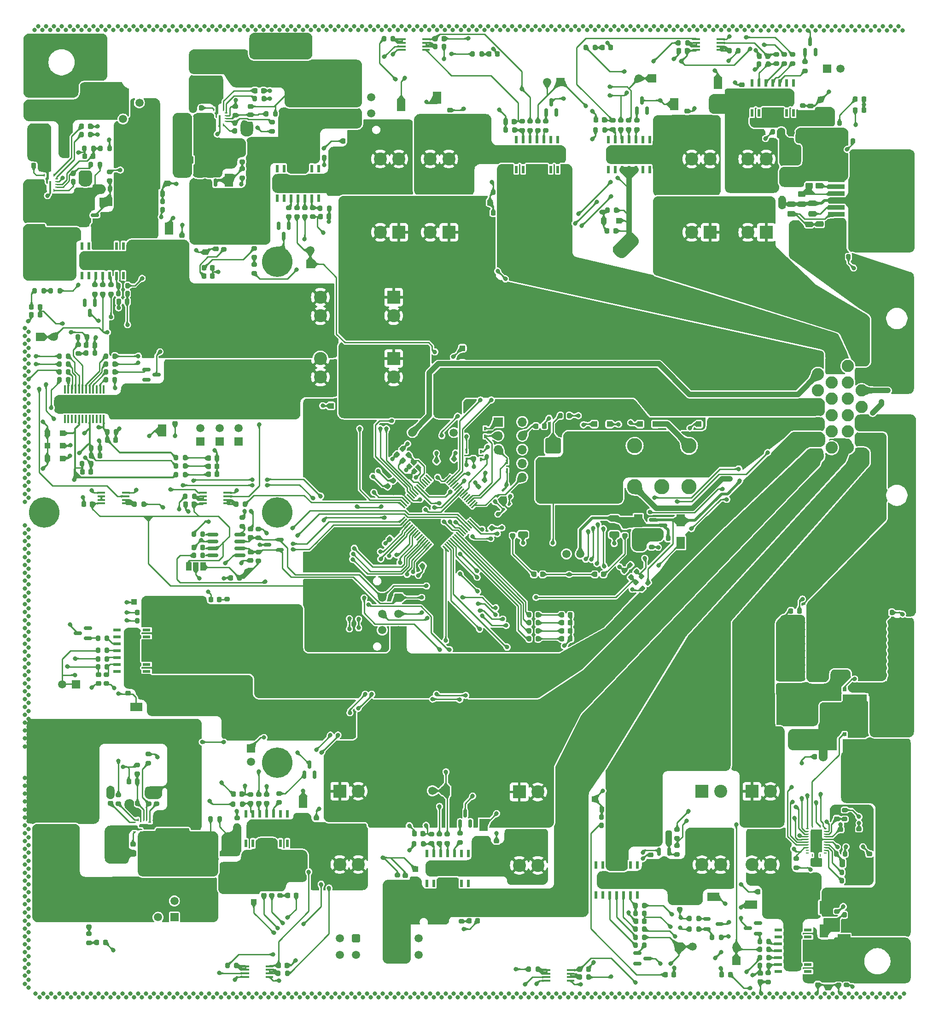
<source format=gbr>
%TF.GenerationSoftware,KiCad,Pcbnew,8.0.5*%
%TF.CreationDate,2025-01-18T20:32:25+01:00*%
%TF.ProjectId,FT25_PDU,46543235-5f50-4445-952e-6b696361645f,V1.2*%
%TF.SameCoordinates,Original*%
%TF.FileFunction,Copper,L1,Top*%
%TF.FilePolarity,Positive*%
%FSLAX46Y46*%
G04 Gerber Fmt 4.6, Leading zero omitted, Abs format (unit mm)*
G04 Created by KiCad (PCBNEW 8.0.5) date 2025-01-18 20:32:25*
%MOMM*%
%LPD*%
G01*
G04 APERTURE LIST*
G04 Aperture macros list*
%AMRoundRect*
0 Rectangle with rounded corners*
0 $1 Rounding radius*
0 $2 $3 $4 $5 $6 $7 $8 $9 X,Y pos of 4 corners*
0 Add a 4 corners polygon primitive as box body*
4,1,4,$2,$3,$4,$5,$6,$7,$8,$9,$2,$3,0*
0 Add four circle primitives for the rounded corners*
1,1,$1+$1,$2,$3*
1,1,$1+$1,$4,$5*
1,1,$1+$1,$6,$7*
1,1,$1+$1,$8,$9*
0 Add four rect primitives between the rounded corners*
20,1,$1+$1,$2,$3,$4,$5,0*
20,1,$1+$1,$4,$5,$6,$7,0*
20,1,$1+$1,$6,$7,$8,$9,0*
20,1,$1+$1,$8,$9,$2,$3,0*%
%AMRotRect*
0 Rectangle, with rotation*
0 The origin of the aperture is its center*
0 $1 length*
0 $2 width*
0 $3 Rotation angle, in degrees counterclockwise*
0 Add horizontal line*
21,1,$1,$2,0,0,$3*%
G04 Aperture macros list end*
%TA.AperFunction,ComponentPad*%
%ADD10R,1.500000X1.500000*%
%TD*%
%TA.AperFunction,ComponentPad*%
%ADD11C,1.500000*%
%TD*%
%TA.AperFunction,SMDPad,CuDef*%
%ADD12RoundRect,0.200000X0.275000X-0.200000X0.275000X0.200000X-0.275000X0.200000X-0.275000X-0.200000X0*%
%TD*%
%TA.AperFunction,SMDPad,CuDef*%
%ADD13RoundRect,0.200000X-0.275000X0.200000X-0.275000X-0.200000X0.275000X-0.200000X0.275000X0.200000X0*%
%TD*%
%TA.AperFunction,SMDPad,CuDef*%
%ADD14RoundRect,0.250000X1.100000X-0.325000X1.100000X0.325000X-1.100000X0.325000X-1.100000X-0.325000X0*%
%TD*%
%TA.AperFunction,SMDPad,CuDef*%
%ADD15R,0.507200X1.456100*%
%TD*%
%TA.AperFunction,SMDPad,CuDef*%
%ADD16R,6.502400X2.743200*%
%TD*%
%TA.AperFunction,SMDPad,CuDef*%
%ADD17R,1.550000X2.200000*%
%TD*%
%TA.AperFunction,SMDPad,CuDef*%
%ADD18RoundRect,0.200000X-0.200000X-0.275000X0.200000X-0.275000X0.200000X0.275000X-0.200000X0.275000X0*%
%TD*%
%TA.AperFunction,SMDPad,CuDef*%
%ADD19RoundRect,0.150000X-0.150000X0.587500X-0.150000X-0.587500X0.150000X-0.587500X0.150000X0.587500X0*%
%TD*%
%TA.AperFunction,SMDPad,CuDef*%
%ADD20RoundRect,0.150000X0.150000X-0.587500X0.150000X0.587500X-0.150000X0.587500X-0.150000X-0.587500X0*%
%TD*%
%TA.AperFunction,SMDPad,CuDef*%
%ADD21RoundRect,0.250000X0.325000X1.100000X-0.325000X1.100000X-0.325000X-1.100000X0.325000X-1.100000X0*%
%TD*%
%TA.AperFunction,SMDPad,CuDef*%
%ADD22RoundRect,0.218750X0.218750X0.256250X-0.218750X0.256250X-0.218750X-0.256250X0.218750X-0.256250X0*%
%TD*%
%TA.AperFunction,SMDPad,CuDef*%
%ADD23R,0.420000X0.670000*%
%TD*%
%TA.AperFunction,SMDPad,CuDef*%
%ADD24RoundRect,0.250000X0.300000X0.300000X-0.300000X0.300000X-0.300000X-0.300000X0.300000X-0.300000X0*%
%TD*%
%TA.AperFunction,ComponentPad*%
%ADD25C,5.600000*%
%TD*%
%TA.AperFunction,ComponentPad*%
%ADD26R,2.400000X2.400000*%
%TD*%
%TA.AperFunction,ComponentPad*%
%ADD27C,2.400000*%
%TD*%
%TA.AperFunction,SMDPad,CuDef*%
%ADD28RoundRect,0.225000X-0.250000X0.225000X-0.250000X-0.225000X0.250000X-0.225000X0.250000X0.225000X0*%
%TD*%
%TA.AperFunction,SMDPad,CuDef*%
%ADD29RoundRect,0.250000X-0.300000X0.300000X-0.300000X-0.300000X0.300000X-0.300000X0.300000X0.300000X0*%
%TD*%
%TA.AperFunction,SMDPad,CuDef*%
%ADD30RoundRect,0.225000X0.225000X0.250000X-0.225000X0.250000X-0.225000X-0.250000X0.225000X-0.250000X0*%
%TD*%
%TA.AperFunction,SMDPad,CuDef*%
%ADD31R,1.550000X2.350000*%
%TD*%
%TA.AperFunction,SMDPad,CuDef*%
%ADD32RoundRect,0.250000X-0.650000X0.325000X-0.650000X-0.325000X0.650000X-0.325000X0.650000X0.325000X0*%
%TD*%
%TA.AperFunction,SMDPad,CuDef*%
%ADD33RoundRect,0.225000X0.250000X-0.225000X0.250000X0.225000X-0.250000X0.225000X-0.250000X-0.225000X0*%
%TD*%
%TA.AperFunction,SMDPad,CuDef*%
%ADD34RoundRect,0.225000X-0.225000X-0.250000X0.225000X-0.250000X0.225000X0.250000X-0.225000X0.250000X0*%
%TD*%
%TA.AperFunction,SMDPad,CuDef*%
%ADD35RoundRect,0.200000X0.200000X0.275000X-0.200000X0.275000X-0.200000X-0.275000X0.200000X-0.275000X0*%
%TD*%
%TA.AperFunction,ComponentPad*%
%ADD36RoundRect,0.250001X0.499999X-0.499999X0.499999X0.499999X-0.499999X0.499999X-0.499999X-0.499999X0*%
%TD*%
%TA.AperFunction,SMDPad,CuDef*%
%ADD37R,2.200000X1.550000*%
%TD*%
%TA.AperFunction,SMDPad,CuDef*%
%ADD38RoundRect,0.250000X-0.450000X0.262500X-0.450000X-0.262500X0.450000X-0.262500X0.450000X0.262500X0*%
%TD*%
%TA.AperFunction,SMDPad,CuDef*%
%ADD39RoundRect,0.150000X0.587500X0.150000X-0.587500X0.150000X-0.587500X-0.150000X0.587500X-0.150000X0*%
%TD*%
%TA.AperFunction,SMDPad,CuDef*%
%ADD40R,2.350000X1.550000*%
%TD*%
%TA.AperFunction,SMDPad,CuDef*%
%ADD41RoundRect,0.150000X-0.587500X-0.150000X0.587500X-0.150000X0.587500X0.150000X-0.587500X0.150000X0*%
%TD*%
%TA.AperFunction,SMDPad,CuDef*%
%ADD42RoundRect,0.150000X0.512500X0.150000X-0.512500X0.150000X-0.512500X-0.150000X0.512500X-0.150000X0*%
%TD*%
%TA.AperFunction,SMDPad,CuDef*%
%ADD43RoundRect,0.250000X-0.475000X0.250000X-0.475000X-0.250000X0.475000X-0.250000X0.475000X0.250000X0*%
%TD*%
%TA.AperFunction,SMDPad,CuDef*%
%ADD44RotRect,0.420000X0.670000X315.000000*%
%TD*%
%TA.AperFunction,SMDPad,CuDef*%
%ADD45RoundRect,0.225000X0.017678X-0.335876X0.335876X-0.017678X-0.017678X0.335876X-0.335876X0.017678X0*%
%TD*%
%TA.AperFunction,ComponentPad*%
%ADD46R,1.520000X1.520000*%
%TD*%
%TA.AperFunction,ComponentPad*%
%ADD47C,1.520000*%
%TD*%
%TA.AperFunction,SMDPad,CuDef*%
%ADD48RoundRect,0.250000X0.450000X-0.262500X0.450000X0.262500X-0.450000X0.262500X-0.450000X-0.262500X0*%
%TD*%
%TA.AperFunction,SMDPad,CuDef*%
%ADD49RoundRect,0.250000X-0.650000X-2.450000X0.650000X-2.450000X0.650000X2.450000X-0.650000X2.450000X0*%
%TD*%
%TA.AperFunction,SMDPad,CuDef*%
%ADD50RoundRect,0.150000X-0.512500X-0.150000X0.512500X-0.150000X0.512500X0.150000X-0.512500X0.150000X0*%
%TD*%
%TA.AperFunction,SMDPad,CuDef*%
%ADD51RoundRect,0.250000X0.300000X-0.300000X0.300000X0.300000X-0.300000X0.300000X-0.300000X-0.300000X0*%
%TD*%
%TA.AperFunction,SMDPad,CuDef*%
%ADD52R,1.456100X0.507200*%
%TD*%
%TA.AperFunction,SMDPad,CuDef*%
%ADD53R,2.743200X6.502400*%
%TD*%
%TA.AperFunction,SMDPad,CuDef*%
%ADD54RoundRect,0.250000X-0.325000X-0.650000X0.325000X-0.650000X0.325000X0.650000X-0.325000X0.650000X0*%
%TD*%
%TA.AperFunction,SMDPad,CuDef*%
%ADD55R,1.000000X1.500000*%
%TD*%
%TA.AperFunction,SMDPad,CuDef*%
%ADD56R,0.600000X0.250000*%
%TD*%
%TA.AperFunction,SMDPad,CuDef*%
%ADD57R,0.250000X0.600000*%
%TD*%
%TA.AperFunction,SMDPad,CuDef*%
%ADD58R,0.250000X1.700000*%
%TD*%
%TA.AperFunction,SMDPad,CuDef*%
%ADD59R,0.400000X2.100000*%
%TD*%
%TA.AperFunction,SMDPad,CuDef*%
%ADD60RoundRect,0.200000X0.335876X0.053033X0.053033X0.335876X-0.335876X-0.053033X-0.053033X-0.335876X0*%
%TD*%
%TA.AperFunction,ComponentPad*%
%ADD61C,2.250000*%
%TD*%
%TA.AperFunction,SMDPad,CuDef*%
%ADD62RoundRect,0.250000X0.250000X0.475000X-0.250000X0.475000X-0.250000X-0.475000X0.250000X-0.475000X0*%
%TD*%
%TA.AperFunction,SMDPad,CuDef*%
%ADD63R,1.475000X0.450000*%
%TD*%
%TA.AperFunction,ComponentPad*%
%ADD64RotRect,1.500000X1.500000X315.000000*%
%TD*%
%TA.AperFunction,SMDPad,CuDef*%
%ADD65RoundRect,0.218750X-0.218750X-0.256250X0.218750X-0.256250X0.218750X0.256250X-0.218750X0.256250X0*%
%TD*%
%TA.AperFunction,SMDPad,CuDef*%
%ADD66RoundRect,0.225000X-0.017678X0.335876X-0.335876X0.017678X0.017678X-0.335876X0.335876X-0.017678X0*%
%TD*%
%TA.AperFunction,SMDPad,CuDef*%
%ADD67RoundRect,0.075000X-0.548008X0.441942X0.441942X-0.548008X0.548008X-0.441942X-0.441942X0.548008X0*%
%TD*%
%TA.AperFunction,SMDPad,CuDef*%
%ADD68RoundRect,0.075000X-0.548008X-0.441942X-0.441942X-0.548008X0.548008X0.441942X0.441942X0.548008X0*%
%TD*%
%TA.AperFunction,SMDPad,CuDef*%
%ADD69R,1.450000X5.500000*%
%TD*%
%TA.AperFunction,SMDPad,CuDef*%
%ADD70R,0.381000X1.016000*%
%TD*%
%TA.AperFunction,SMDPad,CuDef*%
%ADD71R,2.360000X1.522000*%
%TD*%
%TA.AperFunction,SMDPad,CuDef*%
%ADD72R,1.701800X0.611400*%
%TD*%
%TA.AperFunction,SMDPad,CuDef*%
%ADD73RoundRect,0.250000X-1.100000X0.325000X-1.100000X-0.325000X1.100000X-0.325000X1.100000X0.325000X0*%
%TD*%
%TA.AperFunction,SMDPad,CuDef*%
%ADD74RoundRect,0.225000X0.335876X0.017678X0.017678X0.335876X-0.335876X-0.017678X-0.017678X-0.335876X0*%
%TD*%
%TA.AperFunction,ComponentPad*%
%ADD75R,1.700000X1.700000*%
%TD*%
%TA.AperFunction,ComponentPad*%
%ADD76O,1.700000X1.700000*%
%TD*%
%TA.AperFunction,SMDPad,CuDef*%
%ADD77R,0.675000X0.750000*%
%TD*%
%TA.AperFunction,SMDPad,CuDef*%
%ADD78R,0.675000X0.655000*%
%TD*%
%TA.AperFunction,SMDPad,CuDef*%
%ADD79R,0.655000X0.675000*%
%TD*%
%TA.AperFunction,SMDPad,CuDef*%
%ADD80R,4.510000X4.295000*%
%TD*%
%TA.AperFunction,SMDPad,CuDef*%
%ADD81RoundRect,0.250000X1.425000X-0.362500X1.425000X0.362500X-1.425000X0.362500X-1.425000X-0.362500X0*%
%TD*%
%TA.AperFunction,SMDPad,CuDef*%
%ADD82RotRect,0.875000X0.775000X135.000000*%
%TD*%
%TA.AperFunction,SMDPad,CuDef*%
%ADD83RoundRect,0.250000X0.475000X-0.250000X0.475000X0.250000X-0.475000X0.250000X-0.475000X-0.250000X0*%
%TD*%
%TA.AperFunction,ComponentPad*%
%ADD84C,2.800000*%
%TD*%
%TA.AperFunction,ComponentPad*%
%ADD85RoundRect,0.250000X-1.150000X-1.150000X1.150000X-1.150000X1.150000X1.150000X-1.150000X1.150000X0*%
%TD*%
%TA.AperFunction,SMDPad,CuDef*%
%ADD86R,0.450000X1.525000*%
%TD*%
%TA.AperFunction,SMDPad,CuDef*%
%ADD87R,6.500000X2.870000*%
%TD*%
%TA.AperFunction,SMDPad,CuDef*%
%ADD88RoundRect,0.250000X0.312500X1.075000X-0.312500X1.075000X-0.312500X-1.075000X0.312500X-1.075000X0*%
%TD*%
%TA.AperFunction,SMDPad,CuDef*%
%ADD89R,2.900000X5.400000*%
%TD*%
%TA.AperFunction,SMDPad,CuDef*%
%ADD90R,3.060000X0.890000*%
%TD*%
%TA.AperFunction,SMDPad,CuDef*%
%ADD91R,8.540000X5.350000*%
%TD*%
%TA.AperFunction,ComponentPad*%
%ADD92RoundRect,0.250001X-0.499999X0.499999X-0.499999X-0.499999X0.499999X-0.499999X0.499999X0.499999X0*%
%TD*%
%TA.AperFunction,SMDPad,CuDef*%
%ADD93R,1.700000X0.250000*%
%TD*%
%TA.AperFunction,SMDPad,CuDef*%
%ADD94R,2.100000X0.400000*%
%TD*%
%TA.AperFunction,SMDPad,CuDef*%
%ADD95R,5.500000X1.450000*%
%TD*%
%TA.AperFunction,SMDPad,CuDef*%
%ADD96R,3.600000X2.300000*%
%TD*%
%TA.AperFunction,SMDPad,CuDef*%
%ADD97RoundRect,0.250000X-0.250000X-0.475000X0.250000X-0.475000X0.250000X0.475000X-0.250000X0.475000X0*%
%TD*%
%TA.AperFunction,SMDPad,CuDef*%
%ADD98R,2.100000X4.100000*%
%TD*%
%TA.AperFunction,SMDPad,CuDef*%
%ADD99RoundRect,0.150000X-0.825000X-0.150000X0.825000X-0.150000X0.825000X0.150000X-0.825000X0.150000X0*%
%TD*%
%TA.AperFunction,SMDPad,CuDef*%
%ADD100RoundRect,0.225000X-0.335876X-0.017678X-0.017678X-0.335876X0.335876X0.017678X0.017678X0.335876X0*%
%TD*%
%TA.AperFunction,SMDPad,CuDef*%
%ADD101RoundRect,0.250000X-0.300000X-0.300000X0.300000X-0.300000X0.300000X0.300000X-0.300000X0.300000X0*%
%TD*%
%TA.AperFunction,SMDPad,CuDef*%
%ADD102RoundRect,0.250000X0.650000X2.450000X-0.650000X2.450000X-0.650000X-2.450000X0.650000X-2.450000X0*%
%TD*%
%TA.AperFunction,SMDPad,CuDef*%
%ADD103RoundRect,0.200000X-0.053033X0.335876X-0.335876X0.053033X0.053033X-0.335876X0.335876X-0.053033X0*%
%TD*%
%TA.AperFunction,ViaPad*%
%ADD104C,0.800000*%
%TD*%
%TA.AperFunction,Conductor*%
%ADD105C,0.500000*%
%TD*%
%TA.AperFunction,Conductor*%
%ADD106C,0.250000*%
%TD*%
%TA.AperFunction,Conductor*%
%ADD107C,0.300000*%
%TD*%
%TA.AperFunction,Conductor*%
%ADD108C,1.000000*%
%TD*%
G04 APERTURE END LIST*
D10*
%TO.P,TP2,1,1*%
%TO.N,/MCU/IN1*%
X165320000Y-98460000D03*
D11*
X165320000Y-95960000D03*
%TD*%
D12*
%TO.P,R38,1*%
%TO.N,Net-(D16-A)*%
X161375000Y-89780000D03*
%TO.P,R38,2*%
%TO.N,Net-(IC2-GND)*%
X161375000Y-88130000D03*
%TD*%
D13*
%TO.P,R75,1*%
%TO.N,Net-(IC7-DEN)*%
X128645000Y-102310000D03*
%TO.P,R75,2*%
%TO.N,+3V3*%
X128645000Y-103960000D03*
%TD*%
D14*
%TO.P,C87,1*%
%TO.N,/connectors/P_Out1*%
X162225000Y-62750000D03*
%TO.P,C87,2*%
%TO.N,GND*%
X162225000Y-59800000D03*
%TD*%
D15*
%TO.P,IC2,1,NC*%
%TO.N,unconnected-(IC2-NC-Pad1)*%
X159209000Y-86371749D03*
%TO.P,IC2,2,NC*%
%TO.N,unconnected-(IC2-NC-Pad2)*%
X160479000Y-86371749D03*
%TO.P,IC2,3,GND*%
%TO.N,Net-(IC2-GND)*%
X161749000Y-86371749D03*
%TO.P,IC2,4,IN*%
%TO.N,Net-(IC2-IN)*%
X163019000Y-86371749D03*
%TO.P,IC2,5,DEN*%
%TO.N,Net-(IC2-DEN)*%
X164289000Y-86371749D03*
%TO.P,IC2,6,IS*%
%TO.N,Net-(IC2-IS)*%
X165559000Y-86371749D03*
%TO.P,IC2,7,NC*%
%TO.N,unconnected-(IC2-NC-Pad7)*%
X166829000Y-86371749D03*
%TO.P,IC2,8,NC*%
%TO.N,unconnected-(IC2-NC-Pad8)*%
X166829000Y-80927849D03*
%TO.P,IC2,9,NC*%
%TO.N,unconnected-(IC2-NC-Pad9)*%
X165559000Y-80927849D03*
%TO.P,IC2,10,OUT*%
%TO.N,/connectors/P_Out2*%
X164289000Y-80927849D03*
%TO.P,IC2,11,OUT*%
X163019000Y-80927849D03*
%TO.P,IC2,12,OUT*%
X161749000Y-80927849D03*
%TO.P,IC2,13,NC*%
%TO.N,unconnected-(IC2-NC-Pad13)*%
X160479000Y-80927849D03*
%TO.P,IC2,14,NC*%
%TO.N,unconnected-(IC2-NC-Pad14)*%
X159209000Y-80927849D03*
D16*
%TO.P,IC2,EPAD,VS*%
%TO.N,Net-(D15-A2)*%
X163019000Y-83649799D03*
%TD*%
D17*
%TO.P,D35,1,A1*%
%TO.N,GND*%
X139345000Y-91945000D03*
%TO.P,D35,2,A2*%
%TO.N,Net-(D35-A2)*%
X139345000Y-96045000D03*
%TD*%
D18*
%TO.P,R171,1*%
%TO.N,Net-(IC18-MODE)*%
X121730000Y-83275000D03*
%TO.P,R171,2*%
%TO.N,GND*%
X123380000Y-83275000D03*
%TD*%
D19*
%TO.P,D36,1,A*%
%TO.N,Net-(D36-A)*%
X125700000Y-105597500D03*
%TO.P,D36,2,NC*%
%TO.N,unconnected-(D36-NC-Pad2)*%
X123800000Y-105597500D03*
%TO.P,D36,3,K*%
%TO.N,GND*%
X124750000Y-107472500D03*
%TD*%
D20*
%TO.P,D32,1,A*%
%TO.N,Net-(D32-A)*%
X164190000Y-192252498D03*
%TO.P,D32,2,NC*%
%TO.N,unconnected-(D32-NC-Pad2)*%
X166090000Y-192252498D03*
%TO.P,D32,3,K*%
%TO.N,GND*%
X165140000Y-190377498D03*
%TD*%
D12*
%TO.P,R132,1*%
%TO.N,Net-(IC12-EN)*%
X135615001Y-197600000D03*
%TO.P,R132,2*%
%TO.N,GND*%
X135615001Y-195950000D03*
%TD*%
D18*
%TO.P,R157,1*%
%TO.N,Net-(IC17-PG)*%
X155090000Y-68065000D03*
%TO.P,R157,2*%
%TO.N,+3V3*%
X156740000Y-68065000D03*
%TD*%
D21*
%TO.P,C81,1*%
%TO.N,Net-(D74-K)*%
X145160000Y-76725000D03*
%TO.P,C81,2*%
%TO.N,GND*%
X142210000Y-76725000D03*
%TD*%
D13*
%TO.P,R128,1*%
%TO.N,Net-(D63-K)*%
X135545001Y-188490000D03*
%TO.P,R128,2*%
%TO.N,Net-(IC12-EN)*%
X135545001Y-190140000D03*
%TD*%
D22*
%TO.P,D66,1,K*%
%TO.N,GND*%
X267082500Y-70155000D03*
%TO.P,D66,2,A*%
%TO.N,Net-(D66-A)*%
X265507500Y-70155000D03*
%TD*%
D18*
%TO.P,R172,1*%
%TO.N,Net-(IC18-FB)*%
X126760000Y-77225000D03*
%TO.P,R172,2*%
%TO.N,GND*%
X128410000Y-77225000D03*
%TD*%
D23*
%TO.P,D2,1,A1*%
%TO.N,GND*%
X193990000Y-132900000D03*
%TO.P,D2,2,A2*%
%TO.N,/MCU/NRST*%
X193990000Y-134350000D03*
%TD*%
D24*
%TO.P,D70,1,K*%
%TO.N,/RBR/SDC bypass*%
X220339999Y-127854999D03*
%TO.P,D70,2,A*%
%TO.N,GND*%
X217540001Y-127854999D03*
%TD*%
D10*
%TO.P,TP13,1,1*%
%TO.N,/connectors/P_Out5*%
X147190001Y-216990000D03*
D11*
X147190001Y-214490000D03*
%TD*%
D18*
%TO.P,R131,1*%
%TO.N,Net-(D63-K)*%
X146980000Y-200415000D03*
%TO.P,R131,2*%
%TO.N,Net-(D63-A)*%
X148630000Y-200415000D03*
%TD*%
D10*
%TO.P,TP14,1,1*%
%TO.N,/connectors/P_Out9*%
X261380000Y-99440000D03*
D11*
X258880000Y-99440000D03*
%TD*%
D25*
%TO.P,REF\u002A\u002A,1*%
%TO.N,GND*%
X116410000Y-144080000D03*
%TD*%
D13*
%TO.P,R92,1*%
%TO.N,/connectors/P_Out6*%
X254645000Y-207690000D03*
%TO.P,R92,2*%
%TO.N,Net-(IC9-FB)*%
X254645000Y-209340000D03*
%TD*%
D26*
%TO.P,H12,1,1*%
%TO.N,+24V*%
X180580000Y-180485000D03*
D27*
%TO.P,H12,2,2*%
X180580000Y-183885000D03*
%TO.P,H12,3,3*%
%TO.N,Net-(D39-A2)*%
X167110000Y-180485000D03*
%TO.P,H12,4,4*%
X167110000Y-183885000D03*
%TD*%
D18*
%TO.P,R139,1*%
%TO.N,Net-(D65-K)*%
X263380001Y-75855000D03*
%TO.P,R139,2*%
%TO.N,Net-(D65-A)*%
X265030001Y-75855000D03*
%TD*%
D28*
%TO.P,C37,1*%
%TO.N,/powerstages/P_Out5a*%
X156795000Y-212900001D03*
%TO.P,C37,2*%
%TO.N,GND*%
X156795000Y-214450001D03*
%TD*%
D18*
%TO.P,R20,1*%
%TO.N,GND*%
X119180477Y-118297452D03*
%TO.P,R20,2*%
%TO.N,Net-(IC14-IN3)*%
X120830477Y-118297452D03*
%TD*%
D14*
%TO.P,C67,1*%
%TO.N,Net-(D63-K)*%
X138414747Y-203538428D03*
%TO.P,C67,2*%
%TO.N,GND*%
X138414747Y-200588428D03*
%TD*%
D29*
%TO.P,D17,1,K*%
%TO.N,/connectors/P_Out2*%
X146065000Y-93480000D03*
%TO.P,D17,2,A*%
%TO.N,GND*%
X146065000Y-96280000D03*
%TD*%
D30*
%TO.P,C35,1*%
%TO.N,/powerstages/IS8*%
X185980000Y-203145000D03*
%TO.P,C35,2*%
%TO.N,GND*%
X184430000Y-203145000D03*
%TD*%
D18*
%TO.P,R111,1*%
%TO.N,Net-(IC10-DEN)*%
X225100000Y-220675000D03*
%TO.P,R111,2*%
%TO.N,+3V3*%
X226750000Y-220675000D03*
%TD*%
D12*
%TO.P,R151,1*%
%TO.N,/connectors/P_Out1*%
X154995000Y-100190000D03*
%TO.P,R151,2*%
%TO.N,Net-(R151-Pad2)*%
X154995000Y-98540000D03*
%TD*%
D18*
%TO.P,R31,1*%
%TO.N,Net-(D12-A)*%
X247950000Y-222935000D03*
%TO.P,R31,2*%
%TO.N,Net-(IC1-GND)*%
X249600000Y-222935000D03*
%TD*%
D22*
%TO.P,D7,1,K*%
%TO.N,GND*%
X213122500Y-167295000D03*
%TO.P,D7,2,A*%
%TO.N,Net-(D7-A)*%
X211547500Y-167295000D03*
%TD*%
D31*
%TO.P,D65,1,K*%
%TO.N,Net-(D65-K)*%
X254335000Y-82740000D03*
%TO.P,D65,2,A*%
%TO.N,Net-(D65-A)*%
X254335000Y-78440000D03*
%TD*%
D32*
%TO.P,C60,1*%
%TO.N,Net-(D56-K)*%
X221205000Y-145200000D03*
%TO.P,C60,2*%
%TO.N,GND*%
X221205000Y-148150000D03*
%TD*%
D12*
%TO.P,R55,1*%
%TO.N,Net-(IC4-IS)*%
X251015000Y-61619999D03*
%TO.P,R55,2*%
%TO.N,/powerstages/IS7*%
X251015000Y-59969999D03*
%TD*%
D30*
%TO.P,C59,1*%
%TO.N,+3V3*%
X125210000Y-142575000D03*
%TO.P,C59,2*%
%TO.N,GND*%
X123660000Y-142575000D03*
%TD*%
D18*
%TO.P,R28,1*%
%TO.N,Net-(U7B--)*%
X188233000Y-58485000D03*
%TO.P,R28,2*%
%TO.N,/MCU/ISENSE6*%
X189883000Y-58485000D03*
%TD*%
D33*
%TO.P,C36,1*%
%TO.N,Net-(D31-A2)*%
X166425000Y-201809999D03*
%TO.P,C36,2*%
%TO.N,GND*%
X166425000Y-200259999D03*
%TD*%
D13*
%TO.P,R117,1*%
%TO.N,+3V3*%
X202525000Y-146680000D03*
%TO.P,R117,2*%
%TO.N,Net-(D58-A)*%
X202525000Y-148330000D03*
%TD*%
D34*
%TO.P,C40,1*%
%TO.N,/connectors/P_Out4*%
X136560000Y-85505000D03*
%TO.P,C40,2*%
%TO.N,GND*%
X138110000Y-85505000D03*
%TD*%
D35*
%TO.P,R58,1*%
%TO.N,Net-(IC4-IS)*%
X249460001Y-61734999D03*
%TO.P,R58,2*%
%TO.N,GND*%
X247810001Y-61734999D03*
%TD*%
D15*
%TO.P,IC3,1,NC*%
%TO.N,unconnected-(IC3-NC-Pad1)*%
X227711000Y-75638250D03*
%TO.P,IC3,2,NC*%
%TO.N,unconnected-(IC3-NC-Pad2)*%
X226441000Y-75638250D03*
%TO.P,IC3,3,GND*%
%TO.N,Net-(IC3-GND)*%
X225171000Y-75638250D03*
%TO.P,IC3,4,IN*%
%TO.N,Net-(IC3-IN)*%
X223901000Y-75638250D03*
%TO.P,IC3,5,DEN*%
%TO.N,Net-(IC3-DEN)*%
X222631000Y-75638250D03*
%TO.P,IC3,6,IS*%
%TO.N,Net-(IC3-IS)*%
X221361000Y-75638250D03*
%TO.P,IC3,7,NC*%
%TO.N,unconnected-(IC3-NC-Pad7)*%
X220091000Y-75638250D03*
%TO.P,IC3,8,NC*%
%TO.N,unconnected-(IC3-NC-Pad8)*%
X220091000Y-81082150D03*
%TO.P,IC3,9,NC*%
%TO.N,unconnected-(IC3-NC-Pad9)*%
X221361000Y-81082150D03*
%TO.P,IC3,10,OUT*%
%TO.N,/RBR/RES*%
X222631000Y-81082150D03*
%TO.P,IC3,11,OUT*%
X223901000Y-81082150D03*
%TO.P,IC3,12,OUT*%
X225171000Y-81082150D03*
%TO.P,IC3,13,NC*%
%TO.N,unconnected-(IC3-NC-Pad13)*%
X226441000Y-81082150D03*
%TO.P,IC3,14,NC*%
%TO.N,unconnected-(IC3-NC-Pad14)*%
X227711000Y-81082150D03*
D16*
%TO.P,IC3,EPAD,VS*%
%TO.N,Net-(D19-A2)*%
X223901000Y-78360200D03*
%TD*%
D17*
%TO.P,D15,1,A1*%
%TO.N,GND*%
X182037559Y-69250000D03*
%TO.P,D15,2,A2*%
%TO.N,Net-(D15-A2)*%
X182037559Y-73350000D03*
%TD*%
D13*
%TO.P,R129,1*%
%TO.N,/connectors/P_Out5*%
X133455000Y-190480000D03*
%TO.P,R129,2*%
%TO.N,Net-(IC12-FB)*%
X133455000Y-192130000D03*
%TD*%
D35*
%TO.P,R34,1*%
%TO.N,Net-(IC1-IS)*%
X249600000Y-227315000D03*
%TO.P,R34,2*%
%TO.N,/powerstages/IS4*%
X247950000Y-227315000D03*
%TD*%
D25*
%TO.P,REF\u002A\u002A,1*%
%TO.N,GND*%
X116410000Y-190080000D03*
%TD*%
D18*
%TO.P,R142,1*%
%TO.N,/connectors/P_Out14*%
X123350000Y-135165000D03*
%TO.P,R142,2*%
%TO.N,GND*%
X125000000Y-135165000D03*
%TD*%
%TO.P,R159,1*%
%TO.N,Net-(IC17-EN)*%
X151470000Y-72545000D03*
%TO.P,R159,2*%
%TO.N,GND*%
X153120000Y-72545000D03*
%TD*%
D36*
%TO.P,J5,1,Pin_1*%
%TO.N,/connectors/P_Out2*%
X173505000Y-70795000D03*
D11*
%TO.P,J5,2,Pin_2*%
%TO.N,/connectors/P_Out1*%
X173505000Y-67795000D03*
%TO.P,J5,3,Pin_3*%
%TO.N,GND*%
X176505000Y-70795000D03*
%TO.P,J5,4,Pin_4*%
X176505000Y-67795000D03*
%TD*%
D35*
%TO.P,R50,1*%
%TO.N,/RBR/RES*%
X221580000Y-88595000D03*
%TO.P,R50,2*%
%TO.N,GND*%
X219930000Y-88595000D03*
%TD*%
D37*
%TO.P,D11,1,A1*%
%TO.N,GND*%
X246345000Y-216165000D03*
%TO.P,D11,2,A2*%
%TO.N,Net-(D11-A2)*%
X250445000Y-216165000D03*
%TD*%
D38*
%TO.P,R135,1*%
%TO.N,Net-(D65-K)*%
X258905000Y-82229354D03*
%TO.P,R135,2*%
%TO.N,Net-(IC13-RON)*%
X258905000Y-84054354D03*
%TD*%
D23*
%TO.P,D6,1,A1*%
%TO.N,GND*%
X201440000Y-136320000D03*
%TO.P,D6,2,A2*%
%TO.N,/MCU/UART_TX*%
X201440000Y-134870000D03*
%TD*%
D35*
%TO.P,R94,1*%
%TO.N,GND*%
X264690000Y-211725000D03*
%TO.P,R94,2*%
%TO.N,Net-(IC9-CNFG)*%
X263040000Y-211725000D03*
%TD*%
D18*
%TO.P,R80,1*%
%TO.N,Net-(D40-A)*%
X126280000Y-167245000D03*
%TO.P,R80,2*%
%TO.N,Net-(IC8-GND)*%
X127930000Y-167245000D03*
%TD*%
%TO.P,R124,1*%
%TO.N,/connectors/P_Out8*%
X195170001Y-59895000D03*
%TO.P,R124,2*%
%TO.N,Net-(D62-A)*%
X196820001Y-59895000D03*
%TD*%
D34*
%TO.P,C58,1*%
%TO.N,/powerstages/IS11*%
X124113529Y-113339864D03*
%TO.P,C58,2*%
%TO.N,GND*%
X125663529Y-113339864D03*
%TD*%
D12*
%TO.P,R3,1*%
%TO.N,Net-(U1-Rs)*%
X152815001Y-146670000D03*
%TO.P,R3,2*%
%TO.N,GND*%
X152815001Y-145020000D03*
%TD*%
D35*
%TO.P,R22,1*%
%TO.N,Net-(U4B--)*%
X143967000Y-141115000D03*
%TO.P,R22,2*%
%TO.N,/MCU/ISENSE9*%
X142317000Y-141115000D03*
%TD*%
%TO.P,R91,1*%
%TO.N,GND*%
X264690000Y-210265000D03*
%TO.P,R91,2*%
%TO.N,Net-(IC9-RT)*%
X263040000Y-210265000D03*
%TD*%
D10*
%TO.P,TP12,1,1*%
%TO.N,/MCU/IN6*%
X211339141Y-64992342D03*
D11*
X208839141Y-64992342D03*
%TD*%
D13*
%TO.P,R40,1*%
%TO.N,Net-(IC2-DEN)*%
X164295000Y-88130000D03*
%TO.P,R40,2*%
%TO.N,+3V3*%
X164295000Y-89780000D03*
%TD*%
D39*
%TO.P,D12,1,A*%
%TO.N,Net-(D12-A)*%
X247652500Y-221450000D03*
%TO.P,D12,2,NC*%
%TO.N,unconnected-(D12-NC-Pad2)*%
X247652500Y-219550000D03*
%TO.P,D12,3,K*%
%TO.N,GND*%
X245777500Y-220500000D03*
%TD*%
D24*
%TO.P,D77,1,K*%
%TO.N,/EBSR/EBS power*%
X171929999Y-124525000D03*
%TO.P,D77,2,A*%
%TO.N,GND*%
X169130001Y-124525000D03*
%TD*%
D40*
%TO.P,D63,1,K*%
%TO.N,Net-(D63-K)*%
X146840000Y-204365000D03*
%TO.P,D63,2,A*%
%TO.N,Net-(D63-A)*%
X151140000Y-204365000D03*
%TD*%
D12*
%TO.P,R133,1*%
%TO.N,Net-(IC12-MODE)*%
X137075000Y-197600000D03*
%TO.P,R133,2*%
%TO.N,GND*%
X137075000Y-195950000D03*
%TD*%
D13*
%TO.P,R120,1*%
%TO.N,Net-(D60-A)*%
X208614140Y-72222341D03*
%TO.P,R120,2*%
%TO.N,Net-(IC11-GND)*%
X208614140Y-73872341D03*
%TD*%
D12*
%TO.P,R67,1*%
%TO.N,Net-(IC6-IN)*%
X157265000Y-197550000D03*
%TO.P,R67,2*%
%TO.N,/MCU/IN3*%
X157265000Y-195900000D03*
%TD*%
D24*
%TO.P,D48,1,K*%
%TO.N,/connectors/P_Out13*%
X119750000Y-131855000D03*
%TO.P,D48,2,A*%
%TO.N,GND*%
X116950000Y-131855000D03*
%TD*%
D18*
%TO.P,R16,1*%
%TO.N,/MCU/STATUS_LED3*%
X205530000Y-164375000D03*
%TO.P,R16,2*%
%TO.N,Net-(D9-A)*%
X207180000Y-164375000D03*
%TD*%
D13*
%TO.P,R39,1*%
%TO.N,Net-(IC2-IN)*%
X162835000Y-88130000D03*
%TO.P,R39,2*%
%TO.N,/MCU/IN1*%
X162835000Y-89780000D03*
%TD*%
D18*
%TO.P,R14,1*%
%TO.N,/MCU/STATUS_LED1*%
X205530000Y-167295000D03*
%TO.P,R14,2*%
%TO.N,Net-(D7-A)*%
X207180000Y-167295000D03*
%TD*%
D40*
%TO.P,D72,1,K*%
%TO.N,Net-(D72-K)*%
X123429999Y-87035000D03*
%TO.P,D72,2,A*%
%TO.N,Net-(D72-A)*%
X127730001Y-87035000D03*
%TD*%
D34*
%TO.P,C70,1*%
%TO.N,/connectors/P_Out5*%
X131930000Y-193525000D03*
%TO.P,C70,2*%
%TO.N,Net-(IC12-FB)*%
X133480000Y-193525000D03*
%TD*%
D17*
%TO.P,D27,1,A1*%
%TO.N,GND*%
X197145000Y-201465001D03*
%TO.P,D27,2,A2*%
%TO.N,Net-(D27-A2)*%
X197145000Y-205565001D03*
%TD*%
D13*
%TO.P,R35,1*%
%TO.N,/powerstages/P_Out6a*%
X263865000Y-229250000D03*
%TO.P,R35,2*%
%TO.N,Net-(D14-A)*%
X263865000Y-230900000D03*
%TD*%
D30*
%TO.P,C57,1*%
%TO.N,/powerstages/IS5*%
X226700000Y-219215000D03*
%TO.P,C57,2*%
%TO.N,GND*%
X225150000Y-219215000D03*
%TD*%
%TO.P,C79,1*%
%TO.N,Net-(IC17-BOOT)*%
X145280000Y-69785000D03*
%TO.P,C79,2*%
%TO.N,Net-(IC17-SW)*%
X143730000Y-69785000D03*
%TD*%
D19*
%TO.P,D16,1,A*%
%TO.N,Net-(D16-A)*%
X161350000Y-91417499D03*
%TO.P,D16,2,NC*%
%TO.N,unconnected-(D16-NC-Pad2)*%
X159450000Y-91417499D03*
%TO.P,D16,3,K*%
%TO.N,GND*%
X160400000Y-93292499D03*
%TD*%
D11*
%TO.P,K2,13*%
%TO.N,EBS supply*%
X189130000Y-124340000D03*
%TO.P,K2,14*%
%TO.N,/EBSR/EBS power*%
X184050000Y-124340000D03*
%TO.P,K2,A1*%
%TO.N,GND*%
X191670000Y-129420000D03*
%TO.P,K2,A2*%
%TO.N,TSMS SDC*%
X184050000Y-129420000D03*
%TD*%
D41*
%TO.P,Q4,1,D*%
%TO.N,/powerstages/P_Out9a*%
X253607500Y-74350000D03*
%TO.P,Q4,2,G*%
%TO.N,Net-(D65-A)*%
X253607500Y-76250000D03*
%TO.P,Q4,3,S*%
%TO.N,Net-(D65-K)*%
X255482500Y-75300000D03*
%TD*%
D10*
%TO.P,TP17,1,1*%
%TO.N,/MCU/IN12*%
X152120000Y-131100000D03*
D11*
X152120000Y-128600000D03*
%TD*%
D26*
%TO.P,H15,1,1*%
%TO.N,/EBSR/EBS power*%
X180629999Y-115825000D03*
D27*
%TO.P,H15,2,2*%
X180629999Y-119225000D03*
%TO.P,H15,3,3*%
%TO.N,Net-(D45-A2)*%
X167159999Y-115825000D03*
%TO.P,H15,4,4*%
X167159999Y-119225000D03*
%TD*%
D42*
%TO.P,D1,1,A1*%
%TO.N,stdCAN_L*%
X159722500Y-150999999D03*
%TO.P,D1,2,A2*%
%TO.N,stdCAN_H*%
X159722500Y-149100001D03*
%TO.P,D1,3,common*%
%TO.N,GND*%
X157447500Y-150050000D03*
%TD*%
D18*
%TO.P,R49,1*%
%TO.N,/RBR/RES*%
X215980000Y-58685000D03*
%TO.P,R49,2*%
%TO.N,Net-(D22-A)*%
X217630000Y-58685000D03*
%TD*%
D34*
%TO.P,C45,1*%
%TO.N,Net-(IC9-CBOOT)*%
X258040000Y-188985000D03*
%TO.P,C45,2*%
%TO.N,Net-(IC9-SW)*%
X259590000Y-188985000D03*
%TD*%
D24*
%TO.P,D49,1,K*%
%TO.N,/connectors/P_Out12*%
X119750000Y-134155000D03*
%TO.P,D49,2,A*%
%TO.N,GND*%
X116950000Y-134155000D03*
%TD*%
D22*
%TO.P,D54,1,K*%
%TO.N,GND*%
X232142500Y-228995000D03*
%TO.P,D54,2,A*%
%TO.N,Net-(D54-A)*%
X230567500Y-228995000D03*
%TD*%
D28*
%TO.P,C46,1*%
%TO.N,GND*%
X262115000Y-198820000D03*
%TO.P,C46,2*%
%TO.N,Net-(IC9-VCC)*%
X262115000Y-200370000D03*
%TD*%
D34*
%TO.P,C95,1*%
%TO.N,/connectors/P_Out3*%
X123850000Y-78685000D03*
%TO.P,C95,2*%
%TO.N,Net-(IC18-FB)*%
X125400000Y-78685000D03*
%TD*%
D10*
%TO.P,TP4,1,1*%
%TO.N,/MCU/IN7*%
X260299999Y-62600000D03*
D11*
X262799999Y-62600000D03*
%TD*%
D24*
%TO.P,D47,1,K*%
%TO.N,/connectors/P_Out14*%
X119750000Y-129555000D03*
%TO.P,D47,2,A*%
%TO.N,GND*%
X116950000Y-129555000D03*
%TD*%
D35*
%TO.P,R83,1*%
%TO.N,Net-(IC8-IS)*%
X127910000Y-172475000D03*
%TO.P,R83,2*%
%TO.N,/powerstages/IS9*%
X126260000Y-172475000D03*
%TD*%
D12*
%TO.P,R152,1*%
%TO.N,Net-(D74-K)*%
X158275000Y-74080000D03*
%TO.P,R152,2*%
%TO.N,Net-(IC17-EN)*%
X158275000Y-72430000D03*
%TD*%
D43*
%TO.P,C94,1*%
%TO.N,Net-(D72-K)*%
X115465000Y-89995000D03*
%TO.P,C94,2*%
%TO.N,GND*%
X115465000Y-91895000D03*
%TD*%
D35*
%TO.P,R145,1*%
%TO.N,Net-(D46-A)*%
X129370000Y-118294999D03*
%TO.P,R145,2*%
%TO.N,Net-(IC14-GND)*%
X127720000Y-118294999D03*
%TD*%
D12*
%TO.P,R170,1*%
%TO.N,Net-(D72-A)*%
X128414999Y-83170000D03*
%TO.P,R170,2*%
%TO.N,GND*%
X128414999Y-81520000D03*
%TD*%
D13*
%TO.P,R41,1*%
%TO.N,Net-(IC2-IS)*%
X165755000Y-88130000D03*
%TO.P,R41,2*%
%TO.N,/powerstages/IS1*%
X165755000Y-89780000D03*
%TD*%
D44*
%TO.P,D4,1,A1*%
%TO.N,GND*%
X201864177Y-142573102D03*
%TO.P,D4,2,A2*%
%TO.N,/MCU/SWDIO*%
X200838873Y-143598406D03*
%TD*%
D45*
%TO.P,C6,1*%
%TO.N,GND*%
X179932703Y-148977800D03*
%TO.P,C6,2*%
%TO.N,+3V3*%
X181028719Y-147881784D03*
%TD*%
D13*
%TO.P,R116,1*%
%TO.N,Net-(D56-K)*%
X223115000Y-146670000D03*
%TO.P,R116,2*%
%TO.N,Net-(D57-A)*%
X223115000Y-148320000D03*
%TD*%
D15*
%TO.P,IC6,1,NC*%
%TO.N,unconnected-(IC6-NC-Pad1)*%
X161111000Y-199448250D03*
%TO.P,IC6,2,NC*%
%TO.N,unconnected-(IC6-NC-Pad2)*%
X159841000Y-199448250D03*
%TO.P,IC6,3,GND*%
%TO.N,Net-(IC6-GND)*%
X158571000Y-199448250D03*
%TO.P,IC6,4,IN*%
%TO.N,Net-(IC6-IN)*%
X157301000Y-199448250D03*
%TO.P,IC6,5,DEN*%
%TO.N,Net-(IC6-DEN)*%
X156031000Y-199448250D03*
%TO.P,IC6,6,IS*%
%TO.N,Net-(IC6-IS)*%
X154761000Y-199448250D03*
%TO.P,IC6,7,NC*%
%TO.N,unconnected-(IC6-NC-Pad7)*%
X153491000Y-199448250D03*
%TO.P,IC6,8,NC*%
%TO.N,unconnected-(IC6-NC-Pad8)*%
X153491000Y-204892150D03*
%TO.P,IC6,9,NC*%
%TO.N,unconnected-(IC6-NC-Pad9)*%
X154761000Y-204892150D03*
%TO.P,IC6,10,OUT*%
%TO.N,/powerstages/P_Out5a*%
X156031000Y-204892150D03*
%TO.P,IC6,11,OUT*%
X157301000Y-204892150D03*
%TO.P,IC6,12,OUT*%
X158571000Y-204892150D03*
%TO.P,IC6,13,NC*%
%TO.N,unconnected-(IC6-NC-Pad13)*%
X159841000Y-204892150D03*
%TO.P,IC6,14,NC*%
%TO.N,unconnected-(IC6-NC-Pad14)*%
X161111000Y-204892150D03*
D16*
%TO.P,IC6,EPAD,VS*%
%TO.N,Net-(D31-A2)*%
X157301000Y-202170200D03*
%TD*%
D35*
%TO.P,R72,1*%
%TO.N,Net-(IC6-IS)*%
X152790000Y-197664999D03*
%TO.P,R72,2*%
%TO.N,GND*%
X151140000Y-197664999D03*
%TD*%
D28*
%TO.P,C44,1*%
%TO.N,/powerstages/IS9*%
X126365000Y-173930001D03*
%TO.P,C44,2*%
%TO.N,GND*%
X126365000Y-175480001D03*
%TD*%
D33*
%TO.P,C11,1*%
%TO.N,GND*%
X154334999Y-152940001D03*
%TO.P,C11,2*%
%TO.N,stdCAN_L*%
X154334999Y-151390001D03*
%TD*%
D35*
%TO.P,R113,1*%
%TO.N,/connectors/P_Out7*%
X220520000Y-200105000D03*
%TO.P,R113,2*%
%TO.N,GND*%
X218870000Y-200105000D03*
%TD*%
D39*
%TO.P,D40,1,A*%
%TO.N,Net-(D40-A)*%
X124442500Y-167240001D03*
%TO.P,D40,2,NC*%
%TO.N,unconnected-(D40-NC-Pad2)*%
X124442500Y-165340001D03*
%TO.P,D40,3,K*%
%TO.N,GND*%
X122567499Y-166290001D03*
%TD*%
D46*
%TO.P,J9,1,Pin_1*%
%TO.N,/connectors/P_Out3*%
X130879500Y-68825800D03*
D47*
%TO.P,J9,2,Pin_2*%
%TO.N,GND*%
X133879500Y-68825800D03*
%TO.P,J9,3,Pin_3*%
X130879500Y-71825800D03*
%TO.P,J9,4,Pin_4*%
%TO.N,/connectors/P_Out4*%
X133879500Y-71825800D03*
%TD*%
D18*
%TO.P,R143,1*%
%TO.N,/connectors/P_Out13*%
X125000000Y-132235000D03*
%TO.P,R143,2*%
%TO.N,GND*%
X126650000Y-132235000D03*
%TD*%
%TO.P,R21,1*%
%TO.N,Net-(U4A--)*%
X151683000Y-142575000D03*
%TO.P,R21,2*%
%TO.N,/MCU/ISENSE2*%
X153333000Y-142575000D03*
%TD*%
D45*
%TO.P,C4,1*%
%TO.N,GND*%
X185942530Y-153892947D03*
%TO.P,C4,2*%
%TO.N,+3V3*%
X187038546Y-152796931D03*
%TD*%
D30*
%TO.P,C64,1*%
%TO.N,/powerstages/IS6*%
X202789140Y-72297341D03*
%TO.P,C64,2*%
%TO.N,GND*%
X201239140Y-72297341D03*
%TD*%
D35*
%TO.P,R168,1*%
%TO.N,Net-(R163-Pad2)*%
X116270000Y-103335000D03*
%TO.P,R168,2*%
%TO.N,Net-(D75-A)*%
X114620000Y-103335000D03*
%TD*%
D26*
%TO.P,H5,1,1*%
%TO.N,+24V*%
X246515000Y-195350000D03*
D27*
%TO.P,H5,2,2*%
X249915000Y-195350000D03*
%TO.P,H5,3,3*%
%TO.N,Net-(D11-A2)*%
X246515000Y-208820000D03*
%TO.P,H5,4,4*%
X249915000Y-208820000D03*
%TD*%
D31*
%TO.P,D43,1,K*%
%TO.N,Net-(D43-K)*%
X259695000Y-216660000D03*
%TO.P,D43,2,A*%
%TO.N,Net-(D43-A)*%
X259695000Y-220960000D03*
%TD*%
D33*
%TO.P,C39,1*%
%TO.N,Net-(D35-A2)*%
X141745000Y-94790000D03*
%TO.P,C39,2*%
%TO.N,GND*%
X141745000Y-93240000D03*
%TD*%
D48*
%TO.P,R141,1*%
%TO.N,Net-(IC13-FB)*%
X253745000Y-89254356D03*
%TO.P,R141,2*%
%TO.N,GND*%
X253745000Y-87429356D03*
%TD*%
D22*
%TO.P,D58,1,K*%
%TO.N,GND*%
X208012500Y-155475000D03*
%TO.P,D58,2,A*%
%TO.N,Net-(D58-A)*%
X206437500Y-155475000D03*
%TD*%
D18*
%TO.P,R173,1*%
%TO.N,Net-(R100-Pad1)*%
X124073528Y-114829864D03*
%TO.P,R173,2*%
%TO.N,GND*%
X125723528Y-114829864D03*
%TD*%
D49*
%TO.P,C52,1*%
%TO.N,/connectors/P_Out6*%
X268185832Y-172259609D03*
%TO.P,C52,2*%
%TO.N,GND*%
X273285832Y-172259609D03*
%TD*%
D14*
%TO.P,C90,1*%
%TO.N,/connectors/P_Out3*%
X117725000Y-69850000D03*
%TO.P,C90,2*%
%TO.N,GND*%
X117725000Y-66900000D03*
%TD*%
D18*
%TO.P,R97,1*%
%TO.N,/MCU/DSEL1*%
X119180477Y-119757452D03*
%TO.P,R97,2*%
%TO.N,Net-(IC14-DSEL1)*%
X120830477Y-119757452D03*
%TD*%
%TO.P,R79,1*%
%TO.N,Net-(IC7-IS)*%
X130040000Y-102415000D03*
%TO.P,R79,2*%
%TO.N,GND*%
X131690000Y-102415000D03*
%TD*%
%TO.P,R112,1*%
%TO.N,Net-(IC10-IS)*%
X225100000Y-217755000D03*
%TO.P,R112,2*%
%TO.N,/powerstages/IS5*%
X226750000Y-217755000D03*
%TD*%
D33*
%TO.P,C34,1*%
%TO.N,/connectors/P_Out10*%
X182785000Y-212360000D03*
%TO.P,C34,2*%
%TO.N,GND*%
X182785000Y-210810000D03*
%TD*%
D35*
%TO.P,R125,1*%
%TO.N,/connectors/P_Out8*%
X200580001Y-85285000D03*
%TO.P,R125,2*%
%TO.N,GND*%
X198930001Y-85285000D03*
%TD*%
D50*
%TO.P,Q6,1,D*%
%TO.N,Net-(Q6-D)*%
X238267500Y-218740000D03*
%TO.P,Q6,2,G*%
%TO.N,Net-(Q6-G)*%
X238267500Y-220640000D03*
%TO.P,Q6,3,S*%
%TO.N,GND*%
X240542500Y-219690000D03*
%TD*%
D14*
%TO.P,C91,1*%
%TO.N,/connectors/P_Out3*%
X120925000Y-69850000D03*
%TO.P,C91,2*%
%TO.N,GND*%
X120925000Y-66900000D03*
%TD*%
D18*
%TO.P,R108,1*%
%TO.N,Net-(Q6-G)*%
X239160000Y-222125000D03*
%TO.P,R108,2*%
%TO.N,GND*%
X240810000Y-222125000D03*
%TD*%
D46*
%TO.P,J11,1,Pin_1*%
%TO.N,/connectors/P_Out10*%
X140324000Y-218474200D03*
D47*
%TO.P,J11,2,Pin_2*%
%TO.N,GND*%
X137324000Y-218474200D03*
%TO.P,J11,3,Pin_3*%
X140324000Y-215474200D03*
%TO.P,J11,4,Pin_4*%
%TO.N,/connectors/P_Out5*%
X137324000Y-215474200D03*
%TD*%
D25*
%TO.P,REF\u002A\u002A,1*%
%TO.N,GND*%
X159210000Y-144080000D03*
%TD*%
D51*
%TO.P,D76,1,K*%
%TO.N,TSMS SDC*%
X193275000Y-116729999D03*
%TO.P,D76,2,A*%
%TO.N,GND*%
X193275000Y-113930001D03*
%TD*%
D10*
%TO.P,TP5,1,1*%
%TO.N,/MCU/IN8*%
X190250000Y-195230000D03*
D11*
X187750000Y-195230000D03*
%TD*%
D41*
%TO.P,D52,1,A*%
%TO.N,Net-(D52-A)*%
X225427500Y-225080000D03*
%TO.P,D52,2,NC*%
%TO.N,unconnected-(D52-NC-Pad2)*%
X225427500Y-226980000D03*
%TO.P,D52,3,K*%
%TO.N,GND*%
X227302500Y-226030000D03*
%TD*%
D12*
%TO.P,R123,1*%
%TO.N,Net-(IC11-IS)*%
X204234140Y-73872341D03*
%TO.P,R123,2*%
%TO.N,/powerstages/IS6*%
X204234140Y-72222341D03*
%TD*%
D13*
%TO.P,R156,1*%
%TO.N,Net-(D74-K)*%
X152795000Y-77990000D03*
%TO.P,R156,2*%
%TO.N,Net-(D74-A)*%
X152795000Y-79640000D03*
%TD*%
D24*
%TO.P,D41,1,K*%
%TO.N,/connectors/P_Out11*%
X135679999Y-160565000D03*
%TO.P,D41,2,A*%
%TO.N,GND*%
X132880001Y-160565000D03*
%TD*%
D18*
%TO.P,R78,1*%
%TO.N,/connectors/P_Out4*%
X136510000Y-86975000D03*
%TO.P,R78,2*%
%TO.N,GND*%
X138160000Y-86975000D03*
%TD*%
D28*
%TO.P,C53,1*%
%TO.N,GND*%
X268075000Y-205300000D03*
%TO.P,C53,2*%
%TO.N,Net-(C53-Pad2)*%
X268075000Y-206850000D03*
%TD*%
D30*
%TO.P,C24,1*%
%TO.N,Net-(D15-A2)*%
X172865000Y-75872441D03*
%TO.P,C24,2*%
%TO.N,GND*%
X171315000Y-75872441D03*
%TD*%
D52*
%TO.P,IC8,1,NC*%
%TO.N,unconnected-(IC8-NC-Pad1)*%
X129778251Y-165649000D03*
%TO.P,IC8,2,NC*%
%TO.N,unconnected-(IC8-NC-Pad2)*%
X129778251Y-166919000D03*
%TO.P,IC8,3,GND*%
%TO.N,Net-(IC8-GND)*%
X129778251Y-168189000D03*
%TO.P,IC8,4,IN*%
%TO.N,Net-(IC8-IN)*%
X129778251Y-169459000D03*
%TO.P,IC8,5,DEN*%
%TO.N,Net-(IC8-DEN)*%
X129778251Y-170729000D03*
%TO.P,IC8,6,IS*%
%TO.N,Net-(IC8-IS)*%
X129778251Y-171999000D03*
%TO.P,IC8,7,NC*%
%TO.N,unconnected-(IC8-NC-Pad7)*%
X129778251Y-173269000D03*
%TO.P,IC8,8,NC*%
%TO.N,unconnected-(IC8-NC-Pad8)*%
X135222151Y-173269000D03*
%TO.P,IC8,9,NC*%
%TO.N,unconnected-(IC8-NC-Pad9)*%
X135222151Y-171999000D03*
%TO.P,IC8,10,OUT*%
%TO.N,/connectors/P_Out11*%
X135222151Y-170729000D03*
%TO.P,IC8,11,OUT*%
X135222151Y-169459000D03*
%TO.P,IC8,12,OUT*%
X135222151Y-168189000D03*
%TO.P,IC8,13,NC*%
%TO.N,unconnected-(IC8-NC-Pad13)*%
X135222151Y-166919000D03*
%TO.P,IC8,14,NC*%
%TO.N,unconnected-(IC8-NC-Pad14)*%
X135222151Y-165649000D03*
D53*
%TO.P,IC8,EPAD,VS*%
%TO.N,Net-(D39-A2)*%
X132500201Y-169459000D03*
%TD*%
D12*
%TO.P,R68,1*%
%TO.N,Net-(IC6-DEN)*%
X155805000Y-197549999D03*
%TO.P,R68,2*%
%TO.N,+3V3*%
X155805000Y-195899999D03*
%TD*%
D39*
%TO.P,Q2,1,D*%
%TO.N,/powerstages/P_Out5a*%
X149580700Y-208738000D03*
%TO.P,Q2,2,G*%
%TO.N,Net-(D63-A)*%
X149580700Y-206838000D03*
%TO.P,Q2,3,S*%
%TO.N,Net-(D63-K)*%
X147705700Y-207788000D03*
%TD*%
D13*
%TO.P,R5,1*%
%TO.N,+3V3*%
X195325000Y-132530000D03*
%TO.P,R5,2*%
%TO.N,/MCU/NRST*%
X195325000Y-134180000D03*
%TD*%
D18*
%TO.P,R148,1*%
%TO.N,/connectors/P_Out12*%
X140640000Y-134065000D03*
%TO.P,R148,2*%
%TO.N,Net-(D69-A)*%
X142290000Y-134065000D03*
%TD*%
D12*
%TO.P,R57,1*%
%TO.N,/powerstages/P_Out9a*%
X255825000Y-71009999D03*
%TO.P,R57,2*%
%TO.N,GND*%
X255825000Y-69359999D03*
%TD*%
D35*
%TO.P,R134,1*%
%TO.N,Net-(IC12-FB)*%
X133530000Y-197555000D03*
%TO.P,R134,2*%
%TO.N,GND*%
X131880000Y-197555000D03*
%TD*%
D13*
%TO.P,R2,1*%
%TO.N,stdCAN_L*%
X155795000Y-151340000D03*
%TO.P,R2,2*%
%TO.N,/MCU/Vref*%
X155795000Y-152990000D03*
%TD*%
D54*
%TO.P,C73,1*%
%TO.N,Net-(D65-K)*%
X262719999Y-79481855D03*
%TO.P,C73,2*%
%TO.N,GND*%
X265669999Y-79481855D03*
%TD*%
D32*
%TO.P,C61,1*%
%TO.N,+3V3*%
X204425000Y-145200000D03*
%TO.P,C61,2*%
%TO.N,GND*%
X204425000Y-148150000D03*
%TD*%
D24*
%TO.P,D71,1,K*%
%TO.N,AS actuator supply*%
X228739999Y-127855001D03*
%TO.P,D71,2,A*%
%TO.N,GND*%
X225940001Y-127855001D03*
%TD*%
D35*
%TO.P,R51,1*%
%TO.N,Net-(IC3-IS)*%
X219389999Y-73854999D03*
%TO.P,R51,2*%
%TO.N,GND*%
X217739999Y-73854999D03*
%TD*%
%TO.P,R82,1*%
%TO.N,Net-(IC8-DEN)*%
X127910000Y-170985000D03*
%TO.P,R82,2*%
%TO.N,+3V3*%
X126260000Y-170985000D03*
%TD*%
D55*
%TO.P,JP1,1,A*%
%TO.N,+3V3*%
X142975000Y-154015000D03*
%TO.P,JP1,2,C*%
%TO.N,Net-(JP1-C)*%
X144275000Y-154015000D03*
%TO.P,JP1,3,B*%
%TO.N,/MCU/Vref*%
X145575000Y-154015000D03*
%TD*%
D13*
%TO.P,R66,1*%
%TO.N,Net-(D32-A)*%
X159574999Y-195729999D03*
%TO.P,R66,2*%
%TO.N,Net-(IC6-GND)*%
X159574999Y-197379999D03*
%TD*%
D12*
%TO.P,R130,1*%
%TO.N,Net-(IC12-PG)*%
X130035000Y-197610000D03*
%TO.P,R130,2*%
%TO.N,+3V3*%
X130035000Y-195960000D03*
%TD*%
D33*
%TO.P,C33,1*%
%TO.N,Net-(D27-A2)*%
X199555000Y-206030000D03*
%TO.P,C33,2*%
%TO.N,GND*%
X199555000Y-204480000D03*
%TD*%
D56*
%TO.P,IC17,1,EN*%
%TO.N,Net-(IC17-EN)*%
X149810000Y-72209999D03*
%TO.P,IC17,2,FB*%
%TO.N,Net-(IC17-FB)*%
X149810000Y-71709999D03*
%TO.P,IC17,3,AGND*%
%TO.N,GND*%
X149810000Y-71209999D03*
%TO.P,IC17,4,PG*%
%TO.N,Net-(IC17-PG)*%
X149810000Y-70709999D03*
D57*
%TO.P,IC17,5,SS*%
%TO.N,Net-(IC17-SS)*%
X149340000Y-70059999D03*
D58*
%TO.P,IC17,6,SW*%
%TO.N,Net-(IC17-SW)*%
X148040000Y-70609999D03*
D57*
%TO.P,IC17,7,BOOT*%
%TO.N,Net-(IC17-BOOT)*%
X147540000Y-70059999D03*
D59*
%TO.P,IC17,8,V_In*%
%TO.N,Net-(D74-K)*%
X147460000Y-72109999D03*
%TO.P,IC17,9,PGND*%
%TO.N,GND*%
X148620000Y-72109999D03*
D57*
%TO.P,IC17,10,MODE*%
%TO.N,Net-(IC17-MODE)*%
X149340000Y-72859999D03*
%TD*%
D51*
%TO.P,D25,1,K*%
%TO.N,/powerstages/P_Out9a*%
X259165000Y-71040000D03*
%TO.P,D25,2,A*%
%TO.N,GND*%
X259165000Y-68240000D03*
%TD*%
D14*
%TO.P,C68,1*%
%TO.N,Net-(D63-K)*%
X141614747Y-203538427D03*
%TO.P,C68,2*%
%TO.N,GND*%
X141614747Y-200588427D03*
%TD*%
D60*
%TO.P,R6,1*%
%TO.N,Net-(U2-PA0)*%
X224244576Y-155993363D03*
%TO.P,R6,2*%
%TO.N,GND*%
X223077850Y-154826637D03*
%TD*%
D22*
%TO.P,D38,1,K*%
%TO.N,GND*%
X115632500Y-107795000D03*
%TO.P,D38,2,A*%
%TO.N,Net-(D38-A)*%
X114057500Y-107795000D03*
%TD*%
D18*
%TO.P,R101,1*%
%TO.N,Net-(U3A--)*%
X132989999Y-142575000D03*
%TO.P,R101,2*%
%TO.N,/MCU/ISENSE11*%
X134639999Y-142575000D03*
%TD*%
D22*
%TO.P,D22,1,K*%
%TO.N,GND*%
X220552500Y-58685000D03*
%TO.P,D22,2,A*%
%TO.N,Net-(D22-A)*%
X218977500Y-58685000D03*
%TD*%
D41*
%TO.P,Q3,1,D*%
%TO.N,+24V*%
X228297500Y-145483000D03*
%TO.P,Q3,2,G*%
%TO.N,Net-(D56-A)*%
X228297500Y-147383000D03*
%TO.P,Q3,3,S*%
%TO.N,Net-(D56-K)*%
X230172500Y-146433000D03*
%TD*%
D13*
%TO.P,R52,1*%
%TO.N,Net-(D24-A)*%
X256244999Y-61299999D03*
%TO.P,R52,2*%
%TO.N,Net-(IC4-GND)*%
X256244999Y-62949999D03*
%TD*%
D35*
%TO.P,R30,1*%
%TO.N,Net-(U8B--)*%
X234657000Y-57815001D03*
%TO.P,R30,2*%
%TO.N,/MCU/ISENSE10*%
X233007000Y-57815001D03*
%TD*%
D18*
%TO.P,R167,1*%
%TO.N,Net-(IC18-PG)*%
X123230000Y-74645000D03*
%TO.P,R167,2*%
%TO.N,+3V3*%
X124880000Y-74645000D03*
%TD*%
D61*
%TO.P,J10,1,Pin_1*%
%TO.N,+24V*%
X258650000Y-133700000D03*
%TO.P,J10,2,Pin_2*%
%TO.N,/connectors/P_Out11*%
X258650000Y-130700000D03*
%TO.P,J10,3,Pin_3*%
%TO.N,24V ASMS*%
X258650000Y-127700000D03*
%TO.P,J10,4,Pin_4*%
%TO.N,EBS supply*%
X258650000Y-124700000D03*
%TO.P,J10,5,Pin_5*%
%TO.N,AS actuator supply*%
X258650000Y-121700000D03*
%TO.P,J10,6,Pin_6*%
%TO.N,TSMS SDC*%
X258650000Y-118700000D03*
%TO.P,J10,7,Pin_7*%
%TO.N,+24V*%
X258650000Y-115700000D03*
%TO.P,J10,8,Pin_8*%
%TO.N,stdCAN_L*%
X261150000Y-132200000D03*
%TO.P,J10,9,Pin_9*%
%TO.N,FDCAN_H*%
X261150000Y-129200000D03*
%TO.P,J10,10,Pin_10*%
%TO.N,FDCAN_L*%
X261150000Y-126200000D03*
%TO.P,J10,11,Pin_11*%
%TO.N,stdCAN_H*%
X261150000Y-123200000D03*
%TO.P,J10,12,Pin_12*%
%TO.N,unconnected-(J10-Pin_12-Pad12)*%
X261150000Y-120200000D03*
%TO.P,J10,13,Pin_13*%
%TO.N,/connectors/P_Out8*%
X261150000Y-117200000D03*
%TO.P,J10,14,Pin_14*%
%TO.N,/connectors/P_Out10*%
X264150000Y-132200000D03*
%TO.P,J10,15,Pin_15*%
%TO.N,GND*%
X264150000Y-129200000D03*
%TO.P,J10,16,Pin_16*%
%TO.N,/RBR/SDC bypass*%
X264150000Y-126200000D03*
%TO.P,J10,17,Pin_17*%
%TO.N,GND*%
X264150000Y-123200000D03*
%TO.P,J10,18,Pin_18*%
X264150000Y-120200000D03*
%TO.P,J10,19,Pin_19*%
X264150000Y-117200000D03*
%TO.P,J10,20,Pin_20*%
%TO.N,/connectors/P_Out7*%
X266650000Y-133700000D03*
%TO.P,J10,21,Pin_21*%
%TO.N,+24V*%
X266650000Y-130700000D03*
%TO.P,J10,22,Pin_22*%
%TO.N,/connectors/P_Out6*%
X266650000Y-127700000D03*
%TO.P,J10,23,Pin_23*%
%TO.N,/RBR/SDC bypass*%
X266650000Y-124700000D03*
%TO.P,J10,24,Pin_24*%
%TO.N,/RBR/RES*%
X266650000Y-121700000D03*
%TO.P,J10,25,Pin_25*%
%TO.N,/connectors/P_Out9*%
X266650000Y-118700000D03*
%TO.P,J10,26,Pin_26*%
%TO.N,+24V*%
X266650000Y-115700000D03*
%TD*%
D62*
%TO.P,C83,1*%
%TO.N,Net-(D74-K)*%
X145245001Y-79315000D03*
%TO.P,C83,2*%
%TO.N,GND*%
X143345001Y-79315000D03*
%TD*%
D12*
%TO.P,R103,1*%
%TO.N,Net-(Q5-D)*%
X232765000Y-206930000D03*
%TO.P,R103,2*%
%TO.N,/MCU/PC_Read*%
X232765000Y-205280000D03*
%TD*%
D26*
%TO.P,H14,1,1*%
%TO.N,+24V*%
X190775001Y-92620000D03*
D27*
%TO.P,H14,2,2*%
X187375001Y-92620000D03*
%TO.P,H14,3,3*%
%TO.N,Net-(D59-A2)*%
X190775001Y-79150000D03*
%TO.P,H14,4,4*%
X187375001Y-79150000D03*
%TD*%
D35*
%TO.P,R126,1*%
%TO.N,Net-(IC11-IS)*%
X202849141Y-73797341D03*
%TO.P,R126,2*%
%TO.N,GND*%
X201199141Y-73797341D03*
%TD*%
D13*
%TO.P,R71,1*%
%TO.N,/powerstages/P_Out5a*%
X158255000Y-212850001D03*
%TO.P,R71,2*%
%TO.N,GND*%
X158255000Y-214500001D03*
%TD*%
D63*
%TO.P,U3,1*%
%TO.N,Net-(U3A--)*%
X131337001Y-142430002D03*
%TO.P,U3,2,-*%
X131337001Y-141780002D03*
%TO.P,U3,3,+*%
%TO.N,/powerstages/IS11*%
X131337001Y-141130002D03*
%TO.P,U3,4,V-*%
%TO.N,GND*%
X131337001Y-140480002D03*
%TO.P,U3,5,+*%
X126913001Y-140480002D03*
%TO.P,U3,6,-*%
%TO.N,Net-(U3B--)*%
X126913001Y-141130002D03*
%TO.P,U3,7*%
X126913001Y-141780002D03*
%TO.P,U3,8,V+*%
%TO.N,+3V3*%
X126913001Y-142430002D03*
%TD*%
D64*
%TO.P,TP11,1,1*%
%TO.N,+3V3*%
X199560553Y-152033274D03*
D11*
X201328320Y-153801041D03*
%TD*%
D22*
%TO.P,D62,1,K*%
%TO.N,GND*%
X199742501Y-59895000D03*
%TO.P,D62,2,A*%
%TO.N,Net-(D62-A)*%
X198167501Y-59895000D03*
%TD*%
D37*
%TO.P,D51,1,A1*%
%TO.N,GND*%
X239445000Y-214674999D03*
%TO.P,D51,2,A2*%
%TO.N,Net-(D51-A2)*%
X235345000Y-214674999D03*
%TD*%
D13*
%TO.P,R42,1*%
%TO.N,/connectors/P_Out2*%
X149425000Y-94100000D03*
%TO.P,R42,2*%
%TO.N,Net-(D18-A)*%
X149425000Y-95750000D03*
%TD*%
D60*
%TO.P,R4,1*%
%TO.N,24V ASMS*%
X226339429Y-158095789D03*
%TO.P,R4,2*%
%TO.N,Net-(U2-PA0)*%
X225172703Y-156929063D03*
%TD*%
D65*
%TO.P,D14,1,K*%
%TO.N,GND*%
X240937500Y-229025000D03*
%TO.P,D14,2,A*%
%TO.N,Net-(D14-A)*%
X242512500Y-229025000D03*
%TD*%
D66*
%TO.P,C3,1*%
%TO.N,GND*%
X188530018Y-134654210D03*
%TO.P,C3,2*%
%TO.N,+3V3*%
X187434002Y-135750226D03*
%TD*%
D51*
%TO.P,D29,1,K*%
%TO.N,/connectors/P_Out10*%
X184665000Y-212440001D03*
%TO.P,D29,2,A*%
%TO.N,GND*%
X184665000Y-209640001D03*
%TD*%
D67*
%TO.P,U2,1,VBAT*%
%TO.N,+3V3*%
X187473819Y-137425519D03*
%TO.P,U2,2,PC13*%
%TO.N,unconnected-(U2-PC13-Pad2)*%
X187120266Y-137779072D03*
%TO.P,U2,3,PC14*%
%TO.N,unconnected-(U2-PC14-Pad3)*%
X186766713Y-138132625D03*
%TO.P,U2,4,PC15*%
%TO.N,unconnected-(U2-PC15-Pad4)*%
X186413159Y-138486179D03*
%TO.P,U2,5,PF0*%
%TO.N,/MCU/XTAL_IN*%
X186059606Y-138839732D03*
%TO.P,U2,6,PF1*%
%TO.N,/MCU/XTAL_OUT*%
X185706052Y-139193286D03*
%TO.P,U2,7,NRST*%
%TO.N,/MCU/NRST*%
X185352499Y-139546839D03*
%TO.P,U2,8,PC0*%
%TO.N,Net-(U2-PC0)*%
X184998946Y-139900392D03*
%TO.P,U2,9,PC1*%
%TO.N,/MCU/ISENSE10*%
X184645392Y-140253946D03*
%TO.P,U2,10,PC2*%
%TO.N,/MCU/ISENSE6*%
X184291839Y-140607499D03*
%TO.P,U2,11,PC3*%
%TO.N,/MCU/ISENSE7*%
X183938286Y-140961052D03*
%TO.P,U2,12,VSSA*%
%TO.N,GND*%
X183584732Y-141314606D03*
%TO.P,U2,13,VDDA*%
%TO.N,+3V3*%
X183231179Y-141668159D03*
%TO.P,U2,14,PA0*%
%TO.N,Net-(U2-PA0)*%
X182877625Y-142021713D03*
%TO.P,U2,15,PA1*%
%TO.N,/MCU/ISENSE1*%
X182524072Y-142375266D03*
%TO.P,U2,16,PA2*%
%TO.N,/MCU/ISENSE2*%
X182170519Y-142728819D03*
D68*
%TO.P,U2,17,PA3*%
%TO.N,/MCU/ISENSE9*%
X182170519Y-145451181D03*
%TO.P,U2,18,PF4*%
%TO.N,/MCU/ISENSE11*%
X182524072Y-145804734D03*
%TO.P,U2,19,VDD*%
%TO.N,+3V3*%
X182877625Y-146158287D03*
%TO.P,U2,20,PA4*%
%TO.N,/MCU/ISENSE3*%
X183231179Y-146511841D03*
%TO.P,U2,21,PA5*%
%TO.N,/MCU/ISENSE8*%
X183584732Y-146865394D03*
%TO.P,U2,22,PA6*%
%TO.N,/MCU/ISENSE4*%
X183938286Y-147218948D03*
%TO.P,U2,23,PA7*%
%TO.N,/MCU/ISENSE5*%
X184291839Y-147572501D03*
%TO.P,U2,24,PC4*%
%TO.N,/MCU/PC_Read*%
X184645392Y-147926054D03*
%TO.P,U2,25,PC5*%
%TO.N,unconnected-(U2-PC5-Pad25)*%
X184998946Y-148279608D03*
%TO.P,U2,26,PB0*%
%TO.N,unconnected-(U2-PB0-Pad26)*%
X185352499Y-148633161D03*
%TO.P,U2,27,PB1*%
%TO.N,/MCU/IN12*%
X185706052Y-148986714D03*
%TO.P,U2,28,PB2*%
%TO.N,/MCU/IN11*%
X186059606Y-149340268D03*
%TO.P,U2,29,PB10*%
%TO.N,/MCU/IN13*%
X186413159Y-149693821D03*
%TO.P,U2,30,PB11*%
%TO.N,/MCU/IN9*%
X186766713Y-150047375D03*
%TO.P,U2,31,VSS*%
%TO.N,GND*%
X187120266Y-150400928D03*
%TO.P,U2,32,VDD*%
%TO.N,+3V3*%
X187473819Y-150754481D03*
D67*
%TO.P,U2,33,PB12*%
%TO.N,/MCU/IN3*%
X190196181Y-150754481D03*
%TO.P,U2,34,PB13*%
%TO.N,/MCU/IN8*%
X190549734Y-150400928D03*
%TO.P,U2,35,PB14*%
%TO.N,/MCU/IN5*%
X190903287Y-150047375D03*
%TO.P,U2,36,PB15*%
%TO.N,/MCU/IN4*%
X191256841Y-149693821D03*
%TO.P,U2,37,PC6*%
%TO.N,/MCU/STATUS_LED1*%
X191610394Y-149340268D03*
%TO.P,U2,38,PC7*%
%TO.N,/MCU/STATUS_LED2*%
X191963948Y-148986714D03*
%TO.P,U2,39,PC8*%
%TO.N,/MCU/STATUS_LED3*%
X192317501Y-148633161D03*
%TO.P,U2,40,PC9*%
%TO.N,/MCU/STATUS_LED4*%
X192671054Y-148279608D03*
%TO.P,U2,41,PA8*%
%TO.N,/MCU/IN2*%
X193024608Y-147926054D03*
%TO.P,U2,42,PA9*%
%TO.N,/MCU/IN1*%
X193378161Y-147572501D03*
%TO.P,U2,43,PA10*%
%TO.N,/MCU/IN6*%
X193731714Y-147218948D03*
%TO.P,U2,44,PA11*%
%TO.N,Net-(U2-PA11)*%
X194085268Y-146865394D03*
%TO.P,U2,45,PA12*%
%TO.N,Net-(U2-PA12)*%
X194438821Y-146511841D03*
%TO.P,U2,46,PA13*%
%TO.N,/MCU/SWDIO*%
X194792375Y-146158287D03*
%TO.P,U2,47,VSS*%
%TO.N,GND*%
X195145928Y-145804734D03*
%TO.P,U2,48,VDD*%
%TO.N,+3V3*%
X195499481Y-145451181D03*
D68*
%TO.P,U2,49,PA14*%
%TO.N,/MCU/SWCLK*%
X195499481Y-142728819D03*
%TO.P,U2,50,PA15*%
%TO.N,unconnected-(U2-PA15-Pad50)*%
X195145928Y-142375266D03*
%TO.P,U2,51,PC10*%
%TO.N,/MCU/UART_TX*%
X194792375Y-142021713D03*
%TO.P,U2,52,PC11*%
%TO.N,/MCU/UART_RX*%
X194438821Y-141668159D03*
%TO.P,U2,53,PC12*%
%TO.N,unconnected-(U2-PC12-Pad53)*%
X194085268Y-141314606D03*
%TO.P,U2,54,PD2*%
%TO.N,unconnected-(U2-PD2-Pad54)*%
X193731714Y-140961052D03*
%TO.P,U2,55,PB3*%
%TO.N,/MCU/SWO*%
X193378161Y-140607499D03*
%TO.P,U2,56,PB4*%
%TO.N,/MCU/DSEL0*%
X193024608Y-140253946D03*
%TO.P,U2,57,PB5*%
%TO.N,/MCU/DSEL1*%
X192671054Y-139900392D03*
%TO.P,U2,58,PB6*%
%TO.N,/MCU/PC_EN*%
X192317501Y-139546839D03*
%TO.P,U2,59,PB7*%
%TO.N,unconnected-(U2-PB7-Pad59)*%
X191963948Y-139193286D03*
%TO.P,U2,60,BOOT0*%
%TO.N,Net-(U2-BOOT0)*%
X191610394Y-138839732D03*
%TO.P,U2,61,PB8*%
%TO.N,/MCU/IN7*%
X191256841Y-138486179D03*
%TO.P,U2,62,PB9*%
%TO.N,/MCU/IN10*%
X190903287Y-138132625D03*
%TO.P,U2,63,VSS*%
%TO.N,GND*%
X190549734Y-137779072D03*
%TO.P,U2,64,VDD*%
%TO.N,+3V3*%
X190196181Y-137425519D03*
%TD*%
D12*
%TO.P,R46,1*%
%TO.N,Net-(IC3-IN)*%
X223865000Y-73740000D03*
%TO.P,R46,2*%
%TO.N,/MCU/IN10*%
X223865000Y-72090000D03*
%TD*%
D13*
%TO.P,R160,1*%
%TO.N,Net-(D74-A)*%
X152795000Y-80950000D03*
%TO.P,R160,2*%
%TO.N,GND*%
X152795000Y-82600000D03*
%TD*%
%TO.P,R74,1*%
%TO.N,Net-(IC7-IN)*%
X127185000Y-102310000D03*
%TO.P,R74,2*%
%TO.N,/MCU/IN2*%
X127185000Y-103960000D03*
%TD*%
D14*
%TO.P,C66,1*%
%TO.N,/connectors/P_Out5*%
X116314746Y-202788428D03*
%TO.P,C66,2*%
%TO.N,GND*%
X116314746Y-199838428D03*
%TD*%
D13*
%TO.P,R102,1*%
%TO.N,Net-(D51-A2)*%
X233265000Y-215360000D03*
%TO.P,R102,2*%
%TO.N,Net-(Q5-G)*%
X233265000Y-217010000D03*
%TD*%
D26*
%TO.P,H7,1,1*%
%TO.N,+24V*%
X238835000Y-92630000D03*
D27*
%TO.P,H7,2,2*%
X235435000Y-92630000D03*
%TO.P,H7,3,3*%
%TO.N,Net-(D19-A2)*%
X238835000Y-79160000D03*
%TO.P,H7,4,4*%
X235435000Y-79160000D03*
%TD*%
D14*
%TO.P,C97,1*%
%TO.N,Net-(D43-K)*%
X273785000Y-186720001D03*
%TO.P,C97,2*%
%TO.N,GND*%
X273785000Y-183769999D03*
%TD*%
D69*
%TO.P,L4,1*%
%TO.N,Net-(IC18-SW)*%
X116375000Y-76000000D03*
%TO.P,L4,2*%
%TO.N,/connectors/P_Out3*%
X120375000Y-76000000D03*
%TD*%
D30*
%TO.P,C16,1*%
%TO.N,+3V3*%
X143917000Y-142575000D03*
%TO.P,C16,2*%
%TO.N,GND*%
X142367000Y-142575000D03*
%TD*%
D66*
%TO.P,C7,1*%
%TO.N,GND*%
X191705582Y-134284210D03*
%TO.P,C7,2*%
%TO.N,+3V3*%
X190609566Y-135380226D03*
%TD*%
D18*
%TO.P,R43,1*%
%TO.N,/connectors/P_Out2*%
X166210000Y-78875000D03*
%TO.P,R43,2*%
%TO.N,GND*%
X167860000Y-78875000D03*
%TD*%
D22*
%TO.P,D18,1,K*%
%TO.N,GND*%
X147322500Y-100625000D03*
%TO.P,D18,2,A*%
%TO.N,Net-(D18-A)*%
X145747500Y-100625000D03*
%TD*%
D34*
%TO.P,C96,1*%
%TO.N,Net-(IC18-SS)*%
X123280000Y-73185000D03*
%TO.P,C96,2*%
%TO.N,GND*%
X124830000Y-73185000D03*
%TD*%
D60*
%TO.P,R8,1*%
%TO.N,+24V*%
X227388363Y-157038363D03*
%TO.P,R8,2*%
%TO.N,Net-(U2-PC0)*%
X226221637Y-155871637D03*
%TD*%
D35*
%TO.P,R155,1*%
%TO.N,Net-(D43-K)*%
X265170000Y-218014999D03*
%TO.P,R155,2*%
%TO.N,Net-(D43-A)*%
X263520000Y-218014999D03*
%TD*%
D15*
%TO.P,IC5,1,NC*%
%TO.N,unconnected-(IC5-NC-Pad1)*%
X194351000Y-206788251D03*
%TO.P,IC5,2,NC*%
%TO.N,unconnected-(IC5-NC-Pad2)*%
X193081000Y-206788251D03*
%TO.P,IC5,3,GND*%
%TO.N,Net-(IC5-GND)*%
X191811000Y-206788251D03*
%TO.P,IC5,4,IN*%
%TO.N,Net-(IC5-IN)*%
X190541000Y-206788251D03*
%TO.P,IC5,5,DEN*%
%TO.N,Net-(IC5-DEN)*%
X189271000Y-206788251D03*
%TO.P,IC5,6,IS*%
%TO.N,Net-(IC5-IS)*%
X188001000Y-206788251D03*
%TO.P,IC5,7,NC*%
%TO.N,unconnected-(IC5-NC-Pad7)*%
X186731000Y-206788251D03*
%TO.P,IC5,8,NC*%
%TO.N,unconnected-(IC5-NC-Pad8)*%
X186731000Y-212232151D03*
%TO.P,IC5,9,NC*%
%TO.N,unconnected-(IC5-NC-Pad9)*%
X188001000Y-212232151D03*
%TO.P,IC5,10,OUT*%
%TO.N,/connectors/P_Out10*%
X189271000Y-212232151D03*
%TO.P,IC5,11,OUT*%
X190541000Y-212232151D03*
%TO.P,IC5,12,OUT*%
X191811000Y-212232151D03*
%TO.P,IC5,13,NC*%
%TO.N,unconnected-(IC5-NC-Pad13)*%
X193081000Y-212232151D03*
%TO.P,IC5,14,NC*%
%TO.N,unconnected-(IC5-NC-Pad14)*%
X194351000Y-212232151D03*
D16*
%TO.P,IC5,EPAD,VS*%
%TO.N,Net-(D27-A2)*%
X190541000Y-209510201D03*
%TD*%
D18*
%TO.P,R119,1*%
%TO.N,Net-(K1-PadA1)*%
X211280000Y-126325000D03*
%TO.P,R119,2*%
%TO.N,GND*%
X212930000Y-126325000D03*
%TD*%
D70*
%TO.P,Q1,1*%
%TO.N,Net-(D43-K)*%
X264407599Y-220456400D03*
%TO.P,Q1,2*%
X263747199Y-220456400D03*
%TO.P,Q1,3*%
X263086799Y-220456400D03*
%TO.P,Q1,4*%
%TO.N,Net-(D43-A)*%
X262426399Y-220456400D03*
%TO.P,Q1,5*%
%TO.N,/powerstages/P_Out6a*%
X262426399Y-223453600D03*
%TO.P,Q1,6*%
X263086799Y-223453600D03*
%TO.P,Q1,7*%
X263747199Y-223453600D03*
%TO.P,Q1,8*%
X264407599Y-223453600D03*
D71*
%TO.P,Q1,9*%
X263416999Y-222354000D03*
D72*
%TO.P,Q1,10*%
%TO.N,Net-(D43-K)*%
X263747199Y-220658700D03*
%TD*%
D12*
%TO.P,R73,1*%
%TO.N,Net-(D36-A)*%
X125715000Y-103960000D03*
%TO.P,R73,2*%
%TO.N,Net-(IC7-GND)*%
X125715000Y-102310000D03*
%TD*%
D20*
%TO.P,D28,1,A*%
%TO.N,Net-(D28-A)*%
X192840000Y-201262499D03*
%TO.P,D28,2,NC*%
%TO.N,unconnected-(D28-NC-Pad2)*%
X194740000Y-201262499D03*
%TO.P,D28,3,K*%
%TO.N,GND*%
X193790000Y-199387499D03*
%TD*%
D73*
%TO.P,C93,1*%
%TO.N,Net-(D72-K)*%
X118045000Y-90070000D03*
%TO.P,C93,2*%
%TO.N,GND*%
X118045000Y-93020000D03*
%TD*%
D38*
%TO.P,R140,1*%
%TO.N,Net-(IC13-EN)*%
X255670000Y-85619998D03*
%TO.P,R140,2*%
%TO.N,GND*%
X255670000Y-87444998D03*
%TD*%
D12*
%TO.P,R100,1*%
%TO.N,Net-(R100-Pad1)*%
X122678529Y-114902072D03*
%TO.P,R100,2*%
%TO.N,Net-(IC14-IS)*%
X122678529Y-113252072D03*
%TD*%
D18*
%TO.P,R76,1*%
%TO.N,Net-(IC7-IS)*%
X130040000Y-103885000D03*
%TO.P,R76,2*%
%TO.N,/powerstages/IS2*%
X131690000Y-103885000D03*
%TD*%
D74*
%TO.P,C14,1*%
%TO.N,/MCU/XTAL_IN*%
X183363363Y-133514871D03*
%TO.P,C14,2*%
%TO.N,GND*%
X182267347Y-132418855D03*
%TD*%
D75*
%TO.P,J2,1,Pin_1*%
%TO.N,GND*%
X199865000Y-127465000D03*
D76*
%TO.P,J2,2,Pin_2*%
%TO.N,/MCU/UART_RX*%
X199865000Y-130005000D03*
%TO.P,J2,3,Pin_3*%
%TO.N,/MCU/UART_TX*%
X199865000Y-132545000D03*
%TD*%
D25*
%TO.P,REF\u002A\u002A,1*%
%TO.N,GND*%
X116410000Y-98080000D03*
%TD*%
D10*
%TO.P,TP6,1,1*%
%TO.N,/MCU/IN3*%
X154370000Y-187430000D03*
D11*
X154370000Y-189930000D03*
%TD*%
D15*
%TO.P,IC10,1,NC*%
%TO.N,unconnected-(IC10-NC-Pad1)*%
X217789001Y-214331749D03*
%TO.P,IC10,2,NC*%
%TO.N,unconnected-(IC10-NC-Pad2)*%
X219059001Y-214331749D03*
%TO.P,IC10,3,GND*%
%TO.N,Net-(IC10-GND)*%
X220329001Y-214331749D03*
%TO.P,IC10,4,IN*%
%TO.N,Net-(IC10-IN)*%
X221599001Y-214331749D03*
%TO.P,IC10,5,DEN*%
%TO.N,Net-(IC10-DEN)*%
X222869001Y-214331749D03*
%TO.P,IC10,6,IS*%
%TO.N,Net-(IC10-IS)*%
X224139001Y-214331749D03*
%TO.P,IC10,7,NC*%
%TO.N,unconnected-(IC10-NC-Pad7)*%
X225409001Y-214331749D03*
%TO.P,IC10,8,NC*%
%TO.N,unconnected-(IC10-NC-Pad8)*%
X225409001Y-208887849D03*
%TO.P,IC10,9,NC*%
%TO.N,unconnected-(IC10-NC-Pad9)*%
X224139001Y-208887849D03*
%TO.P,IC10,10,OUT*%
%TO.N,/connectors/P_Out7*%
X222869001Y-208887849D03*
%TO.P,IC10,11,OUT*%
X221599001Y-208887849D03*
%TO.P,IC10,12,OUT*%
X220329001Y-208887849D03*
%TO.P,IC10,13,NC*%
%TO.N,unconnected-(IC10-NC-Pad13)*%
X219059001Y-208887849D03*
%TO.P,IC10,14,NC*%
%TO.N,unconnected-(IC10-NC-Pad14)*%
X217789001Y-208887849D03*
D16*
%TO.P,IC10,EPAD,VS*%
%TO.N,Net-(D51-A2)*%
X221599001Y-211609799D03*
%TD*%
D22*
%TO.P,D50,1,K*%
%TO.N,GND*%
X148152500Y-137085000D03*
%TO.P,D50,2,A*%
%TO.N,Net-(D50-A)*%
X146577500Y-137085000D03*
%TD*%
D18*
%TO.P,R106,1*%
%TO.N,/MCU/PC_EN*%
X235050000Y-220665000D03*
%TO.P,R106,2*%
%TO.N,Net-(Q6-G)*%
X236700000Y-220665000D03*
%TD*%
D63*
%TO.P,U4,1*%
%TO.N,Net-(U4A--)*%
X150034000Y-142430000D03*
%TO.P,U4,2,-*%
X150034000Y-141780000D03*
%TO.P,U4,3,+*%
%TO.N,/powerstages/IS2*%
X150034000Y-141130000D03*
%TO.P,U4,4,V-*%
%TO.N,GND*%
X150034000Y-140480000D03*
%TO.P,U4,5,+*%
%TO.N,/powerstages/IS9*%
X145610000Y-140480000D03*
%TO.P,U4,6,-*%
%TO.N,Net-(U4B--)*%
X145610000Y-141130000D03*
%TO.P,U4,7*%
X145610000Y-141780000D03*
%TO.P,U4,8,V+*%
%TO.N,+3V3*%
X145610000Y-142430000D03*
%TD*%
D13*
%TO.P,R86,1*%
%TO.N,Net-(IC8-IS)*%
X127845000Y-173890000D03*
%TO.P,R86,2*%
%TO.N,GND*%
X127845000Y-175540000D03*
%TD*%
D77*
%TO.P,IC16,1*%
%TO.N,GND*%
X267338023Y-176607583D03*
%TO.P,IC16,2*%
X266068023Y-176607583D03*
%TO.P,IC16,3*%
X264798023Y-176607583D03*
%TO.P,IC16,4*%
%TO.N,Net-(IC9-LO)*%
X263528023Y-176607583D03*
D78*
%TO.P,IC16,5*%
%TO.N,Net-(IC9-SW)*%
X263517023Y-182117583D03*
D79*
%TO.P,IC16,6*%
X264798023Y-182117583D03*
%TO.P,IC16,7*%
X266068023Y-182117583D03*
%TO.P,IC16,8*%
X267353023Y-182117583D03*
D80*
%TO.P,IC16,9*%
X265433023Y-179647583D03*
%TD*%
D65*
%TO.P,D57,1,K*%
%TO.N,GND*%
X217637500Y-155475000D03*
%TO.P,D57,2,A*%
%TO.N,Net-(D57-A)*%
X219212500Y-155475000D03*
%TD*%
D81*
%TO.P,R87,1*%
%TO.N,Net-(IC9-ISNS+)*%
X262595416Y-174322525D03*
%TO.P,R87,2*%
%TO.N,/connectors/P_Out6*%
X262595416Y-168397525D03*
%TD*%
D30*
%TO.P,C28,1*%
%TO.N,/RBR/RES*%
X221430000Y-92365000D03*
%TO.P,C28,2*%
%TO.N,GND*%
X219880000Y-92365000D03*
%TD*%
D18*
%TO.P,R77,1*%
%TO.N,/connectors/P_Out4*%
X136510000Y-88435000D03*
%TO.P,R77,2*%
%TO.N,Net-(D38-A)*%
X138160000Y-88435000D03*
%TD*%
D26*
%TO.P,H6,1,1*%
%TO.N,+24V*%
X181585000Y-92620000D03*
D27*
%TO.P,H6,2,2*%
X178185000Y-92620000D03*
%TO.P,H6,3,3*%
%TO.N,Net-(D15-A2)*%
X181585000Y-79150000D03*
%TO.P,H6,4,4*%
X178185000Y-79150000D03*
%TD*%
D30*
%TO.P,C29,1*%
%TO.N,/powerstages/IS10*%
X219340000Y-71994999D03*
%TO.P,C29,2*%
%TO.N,GND*%
X217790000Y-71994999D03*
%TD*%
D82*
%TO.P,Y1,1,1*%
%TO.N,/MCU/XTAL_OUT*%
X184470919Y-136516102D03*
%TO.P,Y1,2,2*%
%TO.N,GND*%
X183569358Y-135614541D03*
%TO.P,Y1,3,3*%
%TO.N,/MCU/XTAL_IN*%
X184258787Y-134925112D03*
%TO.P,Y1,4,4*%
%TO.N,GND*%
X185160348Y-135826673D03*
%TD*%
D12*
%TO.P,R84,1*%
%TO.N,/connectors/P_Out11*%
X150035000Y-161710000D03*
%TO.P,R84,2*%
%TO.N,Net-(D42-A)*%
X150035000Y-160060000D03*
%TD*%
D15*
%TO.P,IC7,1,NC*%
%TO.N,unconnected-(IC7-NC-Pad1)*%
X123319000Y-100571749D03*
%TO.P,IC7,2,NC*%
%TO.N,unconnected-(IC7-NC-Pad2)*%
X124589000Y-100571749D03*
%TO.P,IC7,3,GND*%
%TO.N,Net-(IC7-GND)*%
X125859000Y-100571749D03*
%TO.P,IC7,4,IN*%
%TO.N,Net-(IC7-IN)*%
X127129000Y-100571749D03*
%TO.P,IC7,5,DEN*%
%TO.N,Net-(IC7-DEN)*%
X128399000Y-100571749D03*
%TO.P,IC7,6,IS*%
%TO.N,Net-(IC7-IS)*%
X129669000Y-100571749D03*
%TO.P,IC7,7,NC*%
%TO.N,unconnected-(IC7-NC-Pad7)*%
X130939000Y-100571749D03*
%TO.P,IC7,8,NC*%
%TO.N,unconnected-(IC7-NC-Pad8)*%
X130939000Y-95127849D03*
%TO.P,IC7,9,NC*%
%TO.N,unconnected-(IC7-NC-Pad9)*%
X129669000Y-95127849D03*
%TO.P,IC7,10,OUT*%
%TO.N,/connectors/P_Out4*%
X128399000Y-95127849D03*
%TO.P,IC7,11,OUT*%
X127129000Y-95127849D03*
%TO.P,IC7,12,OUT*%
X125859000Y-95127849D03*
%TO.P,IC7,13,NC*%
%TO.N,unconnected-(IC7-NC-Pad13)*%
X124589000Y-95127849D03*
%TO.P,IC7,14,NC*%
%TO.N,unconnected-(IC7-NC-Pad14)*%
X123319000Y-95127849D03*
D16*
%TO.P,IC7,EPAD,VS*%
%TO.N,Net-(D35-A2)*%
X127129000Y-97849799D03*
%TD*%
D48*
%TO.P,R138,1*%
%TO.N,/connectors/P_Out9*%
X257014999Y-93004357D03*
%TO.P,R138,2*%
%TO.N,Net-(IC13-FB)*%
X257014999Y-91179357D03*
%TD*%
D18*
%TO.P,R166,1*%
%TO.N,Net-(D72-K)*%
X126845564Y-84568726D03*
%TO.P,R166,2*%
%TO.N,Net-(D72-A)*%
X128495564Y-84568726D03*
%TD*%
D35*
%TO.P,R65,1*%
%TO.N,Net-(IC5-IS)*%
X186030000Y-205005000D03*
%TO.P,R65,2*%
%TO.N,GND*%
X184380000Y-205005000D03*
%TD*%
D30*
%TO.P,C10,1*%
%TO.N,/MCU/Vref*%
X152270000Y-156105000D03*
%TO.P,C10,2*%
%TO.N,GND*%
X150720000Y-156105000D03*
%TD*%
D12*
%TO.P,R62,1*%
%TO.N,Net-(IC5-IS)*%
X187585000Y-204890000D03*
%TO.P,R62,2*%
%TO.N,/powerstages/IS8*%
X187585000Y-203240000D03*
%TD*%
D31*
%TO.P,D56,1,K*%
%TO.N,Net-(D56-K)*%
X225600000Y-145585000D03*
%TO.P,D56,2,A*%
%TO.N,Net-(D56-A)*%
X225600000Y-149885000D03*
%TD*%
D12*
%TO.P,R47,1*%
%TO.N,Net-(IC3-DEN)*%
X222405000Y-73739999D03*
%TO.P,R47,2*%
%TO.N,+3V3*%
X222405000Y-72089999D03*
%TD*%
D49*
%TO.P,C51,1*%
%TO.N,/connectors/P_Out6*%
X268185832Y-166359609D03*
%TO.P,C51,2*%
%TO.N,GND*%
X273285832Y-166359609D03*
%TD*%
D35*
%TO.P,R81,1*%
%TO.N,Net-(IC8-IN)*%
X127920000Y-169445000D03*
%TO.P,R81,2*%
%TO.N,/MCU/IN9*%
X126270000Y-169445000D03*
%TD*%
%TO.P,R85,1*%
%TO.N,/connectors/P_Out11*%
X135110000Y-163955000D03*
%TO.P,R85,2*%
%TO.N,GND*%
X133460000Y-163955000D03*
%TD*%
D11*
%TO.P,U11,1,V_In*%
%TO.N,Net-(D56-K)*%
X214940000Y-151720000D03*
%TO.P,U11,2,GND*%
%TO.N,GND*%
X212400000Y-151720000D03*
%TO.P,U11,3,V_Out*%
%TO.N,+3V3*%
X209860000Y-151720000D03*
%TD*%
D83*
%TO.P,C72,1*%
%TO.N,/connectors/P_Out9*%
X258945001Y-93031855D03*
%TO.P,C72,2*%
%TO.N,Net-(IC13-FB)*%
X258945001Y-91131855D03*
%TD*%
D13*
%TO.P,R1,1*%
%TO.N,/MCU/Vref*%
X155774999Y-147110000D03*
%TO.P,R1,2*%
%TO.N,stdCAN_H*%
X155774999Y-148760000D03*
%TD*%
D18*
%TO.P,R104,1*%
%TO.N,Net-(Q5-G)*%
X235050000Y-218715000D03*
%TO.P,R104,2*%
%TO.N,Net-(Q6-D)*%
X236700000Y-218715000D03*
%TD*%
D12*
%TO.P,R149,1*%
%TO.N,Net-(D63-A)*%
X151825000Y-201920000D03*
%TO.P,R149,2*%
%TO.N,GND*%
X151825000Y-200270000D03*
%TD*%
D23*
%TO.P,D67,1,A1*%
%TO.N,GND*%
X196650000Y-132900000D03*
%TO.P,D67,2,A2*%
%TO.N,/MCU/SWO*%
X196650000Y-134350000D03*
%TD*%
D34*
%TO.P,C19,1*%
%TO.N,+3V3*%
X188302999Y-57025000D03*
%TO.P,C19,2*%
%TO.N,GND*%
X189852999Y-57025000D03*
%TD*%
D33*
%TO.P,C31,1*%
%TO.N,/powerstages/P_Out9a*%
X257285000Y-70959999D03*
%TO.P,C31,2*%
%TO.N,GND*%
X257285000Y-69409999D03*
%TD*%
D20*
%TO.P,D20,1,A*%
%TO.N,Net-(D20-A)*%
X225350001Y-70282498D03*
%TO.P,D20,2,NC*%
%TO.N,unconnected-(D20-NC-Pad2)*%
X227250001Y-70282498D03*
%TO.P,D20,3,K*%
%TO.N,GND*%
X226300001Y-68407498D03*
%TD*%
D35*
%TO.P,R33,1*%
%TO.N,Net-(IC1-DEN)*%
X249600001Y-225855000D03*
%TO.P,R33,2*%
%TO.N,+3V3*%
X247950001Y-225855000D03*
%TD*%
D28*
%TO.P,C25,1*%
%TO.N,/connectors/P_Out2*%
X147955000Y-94140000D03*
%TO.P,C25,2*%
%TO.N,GND*%
X147955000Y-95690000D03*
%TD*%
D35*
%TO.P,R11,1*%
%TO.N,/MCU/CAN_TX*%
X145529999Y-148075000D03*
%TO.P,R11,2*%
%TO.N,Net-(U2-PA12)*%
X143879999Y-148075000D03*
%TD*%
D22*
%TO.P,D34,1,K*%
%TO.N,GND*%
X162712500Y-214424999D03*
%TO.P,D34,2,A*%
%TO.N,Net-(D34-A)*%
X161137500Y-214424999D03*
%TD*%
%TO.P,D9,1,K*%
%TO.N,GND*%
X213122500Y-164375001D03*
%TO.P,D9,2,A*%
%TO.N,Net-(D9-A)*%
X211547500Y-164375001D03*
%TD*%
D10*
%TO.P,TP7,1,1*%
%TO.N,/MCU/IN2*%
X115640000Y-111860000D03*
D11*
X118140000Y-111860000D03*
%TD*%
D83*
%TO.P,C69,1*%
%TO.N,Net-(D63-K)*%
X144194747Y-203613427D03*
%TO.P,C69,2*%
%TO.N,GND*%
X144194747Y-201713427D03*
%TD*%
D22*
%TO.P,D69,1,K*%
%TO.N,GND*%
X148152500Y-134105000D03*
%TO.P,D69,2,A*%
%TO.N,Net-(D69-A)*%
X146577500Y-134105000D03*
%TD*%
D35*
%TO.P,R99,1*%
%TO.N,/powerstages/IS11*%
X124253528Y-111867071D03*
%TO.P,R99,2*%
%TO.N,Net-(IC14-IS)*%
X122603528Y-111867071D03*
%TD*%
D33*
%TO.P,C55,1*%
%TO.N,Net-(D51-A2)*%
X227895000Y-208590000D03*
%TO.P,C55,2*%
%TO.N,GND*%
X227895000Y-207040000D03*
%TD*%
D41*
%TO.P,D46,1,A*%
%TO.N,Net-(D46-A)*%
X135147500Y-117830000D03*
%TO.P,D46,2,NC*%
%TO.N,unconnected-(D46-NC-Pad2)*%
X135147500Y-119730000D03*
%TO.P,D46,3,K*%
%TO.N,GND*%
X137022500Y-118780000D03*
%TD*%
D36*
%TO.P,J3,1,Pin_1*%
%TO.N,/connectors/P_Out10*%
X182234201Y-225361500D03*
D11*
%TO.P,J3,2,Pin_2*%
X182234201Y-222361500D03*
%TO.P,J3,3,Pin_3*%
%TO.N,GND*%
X185234201Y-225361500D03*
%TO.P,J3,4,Pin_4*%
X185234201Y-222361500D03*
%TD*%
D74*
%TO.P,C5,1*%
%TO.N,GND*%
X198657505Y-146979013D03*
%TO.P,C5,2*%
%TO.N,+3V3*%
X197561489Y-145882997D03*
%TD*%
D17*
%TO.P,D23,1,A1*%
%TO.N,GND*%
X240275000Y-65195000D03*
%TO.P,D23,2,A2*%
%TO.N,Net-(D23-A2)*%
X240275000Y-69295000D03*
%TD*%
D13*
%TO.P,R105,1*%
%TO.N,GND*%
X232765000Y-202320000D03*
%TO.P,R105,2*%
%TO.N,/MCU/PC_Read*%
X232765000Y-203970000D03*
%TD*%
D35*
%TO.P,R13,1*%
%TO.N,/MCU/IN11*%
X129370000Y-119755000D03*
%TO.P,R13,2*%
%TO.N,Net-(IC14-IN0)*%
X127720000Y-119755000D03*
%TD*%
D13*
%TO.P,R70,1*%
%TO.N,/powerstages/P_Out5a*%
X159715000Y-212849999D03*
%TO.P,R70,2*%
%TO.N,Net-(D34-A)*%
X159715000Y-214499999D03*
%TD*%
D21*
%TO.P,C82,1*%
%TO.N,Net-(D74-K)*%
X145159999Y-73525000D03*
%TO.P,C82,2*%
%TO.N,GND*%
X142209999Y-73525000D03*
%TD*%
D18*
%TO.P,R56,1*%
%TO.N,/powerstages/P_Out9a*%
X260970000Y-72555000D03*
%TO.P,R56,2*%
%TO.N,Net-(D26-A)*%
X262620000Y-72555000D03*
%TD*%
D12*
%TO.P,R54,1*%
%TO.N,Net-(IC4-DEN)*%
X252475000Y-61619999D03*
%TO.P,R54,2*%
%TO.N,+3V3*%
X252475000Y-59969999D03*
%TD*%
D63*
%TO.P,U7,1*%
%TO.N,Net-(U7A--)*%
X182166001Y-57170000D03*
%TO.P,U7,2,-*%
X182166001Y-57820000D03*
%TO.P,U7,3,+*%
%TO.N,/powerstages/IS1*%
X182166001Y-58470000D03*
%TO.P,U7,4,V-*%
%TO.N,GND*%
X182166001Y-59120000D03*
%TO.P,U7,5,+*%
%TO.N,/powerstages/IS6*%
X186590001Y-59120000D03*
%TO.P,U7,6,-*%
%TO.N,Net-(U7B--)*%
X186590001Y-58470000D03*
%TO.P,U7,7*%
X186590001Y-57820000D03*
%TO.P,U7,8,V+*%
%TO.N,+3V3*%
X186590001Y-57170000D03*
%TD*%
D17*
%TO.P,D59,1,A1*%
%TO.N,GND*%
X188607560Y-67900001D03*
%TO.P,D59,2,A2*%
%TO.N,Net-(D59-A2)*%
X188607560Y-72000001D03*
%TD*%
D10*
%TO.P,TP19,1,1*%
%TO.N,/connectors/P_Out3*%
X124290000Y-66770000D03*
D11*
X124290000Y-69270000D03*
%TD*%
D84*
%TO.P,K1,11*%
%TO.N,24V ASMS*%
X229929411Y-131855000D03*
%TO.P,K1,12*%
%TO.N,unconnected-(K1-Pad12)*%
X224929411Y-131855000D03*
%TO.P,K1,14*%
%TO.N,AS actuator supply*%
X234929411Y-131855000D03*
%TO.P,K1,21*%
%TO.N,/RBR/RES*%
X229929411Y-139355000D03*
%TO.P,K1,22*%
%TO.N,/RBR/SDC bypass*%
X224929411Y-139355000D03*
%TO.P,K1,24*%
%TO.N,unconnected-(K1-Pad24)*%
X234929411Y-139355000D03*
D85*
%TO.P,K1,A1*%
%TO.N,Net-(K1-PadA1)*%
X209929411Y-131855000D03*
D84*
%TO.P,K1,A2*%
%TO.N,24V ASMS*%
X209929411Y-139355000D03*
%TD*%
D77*
%TO.P,IC15,1*%
%TO.N,Net-(IC9-SW)*%
X267338023Y-184837585D03*
%TO.P,IC15,2*%
X266068023Y-184837585D03*
%TO.P,IC15,3*%
X264798023Y-184837585D03*
%TO.P,IC15,4*%
%TO.N,Net-(IC9-HO)*%
X263528023Y-184837585D03*
D78*
%TO.P,IC15,5*%
%TO.N,Net-(D43-K)*%
X263517023Y-190347585D03*
D79*
%TO.P,IC15,6*%
X264798023Y-190347585D03*
%TO.P,IC15,7*%
X266068023Y-190347585D03*
%TO.P,IC15,8*%
X267353023Y-190347585D03*
D80*
%TO.P,IC15,9*%
X265433023Y-187877585D03*
%TD*%
D28*
%TO.P,C84,1*%
%TO.N,/connectors/P_Out1*%
X154295000Y-69500000D03*
%TO.P,C84,2*%
%TO.N,Net-(IC17-FB)*%
X154295000Y-71050000D03*
%TD*%
D12*
%TO.P,R122,1*%
%TO.N,Net-(IC11-DEN)*%
X205694140Y-73872341D03*
%TO.P,R122,2*%
%TO.N,+3V3*%
X205694140Y-72222341D03*
%TD*%
D28*
%TO.P,C15,1*%
%TO.N,Net-(D45-A2)*%
X140455000Y-126229999D03*
%TO.P,C15,2*%
%TO.N,GND*%
X140455000Y-127779999D03*
%TD*%
D34*
%TO.P,C78,1*%
%TO.N,/connectors/P_Out12*%
X128000000Y-130775000D03*
%TO.P,C78,2*%
%TO.N,GND*%
X129550000Y-130775000D03*
%TD*%
D17*
%TO.P,D45,1,A1*%
%TO.N,GND*%
X138075000Y-129055001D03*
%TO.P,D45,2,A2*%
%TO.N,Net-(D45-A2)*%
X138075000Y-124955001D03*
%TD*%
D33*
%TO.P,C27,1*%
%TO.N,Net-(D19-A2)*%
X234595000Y-71929999D03*
%TO.P,C27,2*%
%TO.N,GND*%
X234595000Y-70379999D03*
%TD*%
D63*
%TO.P,U5,1*%
%TO.N,Net-(U5A--)*%
X208766000Y-228170000D03*
%TO.P,U5,2,-*%
X208766000Y-228820000D03*
%TO.P,U5,3,+*%
%TO.N,/powerstages/IS4*%
X208766000Y-229470000D03*
%TO.P,U5,4,V-*%
%TO.N,GND*%
X208766000Y-230120000D03*
%TO.P,U5,5,+*%
%TO.N,/powerstages/IS5*%
X213190000Y-230120000D03*
%TO.P,U5,6,-*%
%TO.N,Net-(U5B--)*%
X213190000Y-229470000D03*
%TO.P,U5,7*%
X213190000Y-228820000D03*
%TO.P,U5,8,V+*%
%TO.N,+3V3*%
X213190000Y-228170000D03*
%TD*%
D30*
%TO.P,C41,1*%
%TO.N,/powerstages/IS2*%
X131640000Y-105345000D03*
%TO.P,C41,2*%
%TO.N,GND*%
X130090000Y-105345000D03*
%TD*%
D35*
%TO.P,R153,1*%
%TO.N,/connectors/P_Out1*%
X158880000Y-70875000D03*
%TO.P,R153,2*%
%TO.N,Net-(IC17-FB)*%
X157230000Y-70875000D03*
%TD*%
D86*
%TO.P,IC14,1,NC*%
%TO.N,unconnected-(IC14-NC-Pad1)*%
X127335000Y-121508000D03*
%TO.P,IC14,2,IN0*%
%TO.N,Net-(IC14-IN0)*%
X126685000Y-121508000D03*
%TO.P,IC14,3,NC*%
%TO.N,unconnected-(IC14-NC-Pad3)*%
X126035000Y-121508000D03*
%TO.P,IC14,4,GND*%
%TO.N,Net-(IC14-GND)*%
X125385000Y-121508000D03*
%TO.P,IC14,5,IN1*%
%TO.N,Net-(IC14-IN1)*%
X124735000Y-121508000D03*
%TO.P,IC14,6,DEN*%
%TO.N,Net-(IC14-DEN)*%
X124085000Y-121508000D03*
%TO.P,IC14,7,IS*%
%TO.N,Net-(IC14-IS)*%
X123435000Y-121508000D03*
%TO.P,IC14,8,DSEL0*%
%TO.N,Net-(IC14-DSEL0)*%
X122785000Y-121508000D03*
%TO.P,IC14,9,IN2*%
%TO.N,Net-(IC14-IN2)*%
X122135000Y-121508000D03*
%TO.P,IC14,10,IN3*%
%TO.N,Net-(IC14-IN3)*%
X121485000Y-121508000D03*
%TO.P,IC14,11,DSEL1*%
%TO.N,Net-(IC14-DSEL1)*%
X120835000Y-121508000D03*
%TO.P,IC14,12,NC*%
%TO.N,unconnected-(IC14-NC-Pad12)*%
X120185000Y-121508000D03*
%TO.P,IC14,13,OUT3*%
%TO.N,unconnected-(IC14-OUT3-Pad13)*%
X120185000Y-126932000D03*
%TO.P,IC14,14,NC*%
%TO.N,unconnected-(IC14-NC-Pad14)*%
X120835000Y-126932000D03*
%TO.P,IC14,15,NC*%
%TO.N,unconnected-(IC14-NC-Pad15)*%
X121485000Y-126932000D03*
%TO.P,IC14,16,NC*%
%TO.N,unconnected-(IC14-NC-Pad16)*%
X122135000Y-126932000D03*
%TO.P,IC14,17,OUT2*%
%TO.N,/connectors/P_Out14*%
X122785000Y-126932000D03*
%TO.P,IC14,18,NC*%
%TO.N,unconnected-(IC14-NC-Pad18)*%
X123435000Y-126932000D03*
%TO.P,IC14,19,NC*%
%TO.N,unconnected-(IC14-NC-Pad19)*%
X124085000Y-126932000D03*
%TO.P,IC14,20,OUT1*%
%TO.N,/connectors/P_Out13*%
X124735000Y-126932000D03*
%TO.P,IC14,21,NC*%
%TO.N,unconnected-(IC14-NC-Pad21)*%
X125385000Y-126932000D03*
%TO.P,IC14,22,NC*%
%TO.N,unconnected-(IC14-NC-Pad22)*%
X126035000Y-126932000D03*
%TO.P,IC14,23,NC*%
%TO.N,unconnected-(IC14-NC-Pad23)*%
X126685000Y-126932000D03*
%TO.P,IC14,24,OUT0*%
%TO.N,/connectors/P_Out12*%
X127335000Y-126932000D03*
D87*
%TO.P,IC14,25,VS*%
%TO.N,Net-(D45-A2)*%
X123760000Y-124220000D03*
%TD*%
D15*
%TO.P,IC4,1,NC*%
%TO.N,unconnected-(IC4-NC-Pad1)*%
X254181000Y-65218250D03*
%TO.P,IC4,2,NC*%
%TO.N,unconnected-(IC4-NC-Pad2)*%
X252911000Y-65218250D03*
%TO.P,IC4,3,GND*%
%TO.N,Net-(IC4-GND)*%
X251641000Y-65218250D03*
%TO.P,IC4,4,IN*%
%TO.N,Net-(IC4-IN)*%
X250371000Y-65218250D03*
%TO.P,IC4,5,DEN*%
%TO.N,Net-(IC4-DEN)*%
X249101000Y-65218250D03*
%TO.P,IC4,6,IS*%
%TO.N,Net-(IC4-IS)*%
X247831000Y-65218250D03*
%TO.P,IC4,7,NC*%
%TO.N,unconnected-(IC4-NC-Pad7)*%
X246561000Y-65218250D03*
%TO.P,IC4,8,NC*%
%TO.N,unconnected-(IC4-NC-Pad8)*%
X246561000Y-70662150D03*
%TO.P,IC4,9,NC*%
%TO.N,unconnected-(IC4-NC-Pad9)*%
X247831000Y-70662150D03*
%TO.P,IC4,10,OUT*%
%TO.N,/powerstages/P_Out9a*%
X249101000Y-70662150D03*
%TO.P,IC4,11,OUT*%
X250371000Y-70662150D03*
%TO.P,IC4,12,OUT*%
X251641000Y-70662150D03*
%TO.P,IC4,13,NC*%
%TO.N,unconnected-(IC4-NC-Pad13)*%
X252911000Y-70662150D03*
%TO.P,IC4,14,NC*%
%TO.N,unconnected-(IC4-NC-Pad14)*%
X254181000Y-70662150D03*
D16*
%TO.P,IC4,EPAD,VS*%
%TO.N,Net-(D23-A2)*%
X250371000Y-67940200D03*
%TD*%
D26*
%TO.P,H11,1,1*%
%TO.N,+24V*%
X180630000Y-104545000D03*
D27*
%TO.P,H11,2,2*%
X180630000Y-107945000D03*
%TO.P,H11,3,3*%
%TO.N,Net-(D35-A2)*%
X167160000Y-104545000D03*
%TO.P,H11,4,4*%
X167160000Y-107945000D03*
%TD*%
D10*
%TO.P,TP3,1,1*%
%TO.N,/MCU/IN10*%
X228180001Y-64350000D03*
D11*
X225680001Y-64350000D03*
%TD*%
D30*
%TO.P,C63,1*%
%TO.N,/connectors/P_Out8*%
X200490000Y-89064999D03*
%TO.P,C63,2*%
%TO.N,GND*%
X198940000Y-89064999D03*
%TD*%
D18*
%TO.P,R15,1*%
%TO.N,/MCU/STATUS_LED2*%
X205530000Y-165835000D03*
%TO.P,R15,2*%
%TO.N,Net-(D8-A)*%
X207180000Y-165835000D03*
%TD*%
D34*
%TO.P,C26,1*%
%TO.N,/powerstages/IS1*%
X167200000Y-89705000D03*
%TO.P,C26,2*%
%TO.N,GND*%
X168750000Y-89705000D03*
%TD*%
D12*
%TO.P,R89,1*%
%TO.N,Net-(IC9-VCC)*%
X263575000Y-200420002D03*
%TO.P,R89,2*%
%TO.N,Net-(IC9-PG{slash}SYNCOUT)*%
X263575000Y-198770002D03*
%TD*%
D18*
%TO.P,R161,1*%
%TO.N,Net-(IC17-MODE)*%
X151470000Y-74005000D03*
%TO.P,R161,2*%
%TO.N,GND*%
X153120000Y-74005000D03*
%TD*%
D37*
%TO.P,D39,1,A1*%
%TO.N,GND*%
X133295000Y-179825000D03*
%TO.P,D39,2,A2*%
%TO.N,Net-(D39-A2)*%
X137395000Y-179825000D03*
%TD*%
D63*
%TO.P,U6,1*%
%TO.N,Net-(U6A--)*%
X153366001Y-227470000D03*
%TO.P,U6,2,-*%
X153366001Y-228120000D03*
%TO.P,U6,3,+*%
%TO.N,/powerstages/IS3*%
X153366001Y-228770000D03*
%TO.P,U6,4,V-*%
%TO.N,GND*%
X153366001Y-229420000D03*
%TO.P,U6,5,+*%
%TO.N,/powerstages/IS8*%
X157790001Y-229420000D03*
%TO.P,U6,6,-*%
%TO.N,Net-(U6B--)*%
X157790001Y-228770000D03*
%TO.P,U6,7*%
X157790001Y-228120000D03*
%TO.P,U6,8,V+*%
%TO.N,+3V3*%
X157790001Y-227470000D03*
%TD*%
D17*
%TO.P,D31,1,A1*%
%TO.N,GND*%
X164015000Y-197245000D03*
%TO.P,D31,2,A2*%
%TO.N,Net-(D31-A2)*%
X164015000Y-201345000D03*
%TD*%
D35*
%TO.P,R18,1*%
%TO.N,/MCU/IN12*%
X129370000Y-116835000D03*
%TO.P,R18,2*%
%TO.N,Net-(IC14-IN1)*%
X127720000Y-116835000D03*
%TD*%
D65*
%TO.P,D44,1,K*%
%TO.N,GND*%
X253666789Y-162184290D03*
%TO.P,D44,2,A*%
%TO.N,Net-(D44-A)*%
X255241791Y-162184290D03*
%TD*%
D18*
%TO.P,R44,1*%
%TO.N,Net-(IC2-IS)*%
X167140000Y-88205000D03*
%TO.P,R44,2*%
%TO.N,GND*%
X168790000Y-88205000D03*
%TD*%
D65*
%TO.P,D42,1,K*%
%TO.N,GND*%
X147007498Y-160125000D03*
%TO.P,D42,2,A*%
%TO.N,Net-(D42-A)*%
X148582500Y-160125000D03*
%TD*%
D12*
%TO.P,R60,1*%
%TO.N,Net-(IC5-IN)*%
X190505000Y-204890001D03*
%TO.P,R60,2*%
%TO.N,/MCU/IN8*%
X190505000Y-203240001D03*
%TD*%
%TO.P,R162,1*%
%TO.N,Net-(IC17-FB)*%
X151555000Y-71160000D03*
%TO.P,R162,2*%
%TO.N,GND*%
X151555000Y-69510000D03*
%TD*%
D20*
%TO.P,D24,1,A*%
%TO.N,Net-(D24-A)*%
X256270000Y-59492498D03*
%TO.P,D24,2,NC*%
%TO.N,unconnected-(D24-NC-Pad2)*%
X258170000Y-59492498D03*
%TO.P,D24,3,K*%
%TO.N,GND*%
X257220000Y-57617498D03*
%TD*%
D14*
%TO.P,C89,1*%
%TO.N,/connectors/P_Out3*%
X114515000Y-69850000D03*
%TO.P,C89,2*%
%TO.N,GND*%
X114515000Y-66900000D03*
%TD*%
D31*
%TO.P,D74,1,K*%
%TO.N,Net-(D74-K)*%
X150340000Y-78760000D03*
%TO.P,D74,2,A*%
%TO.N,Net-(D74-A)*%
X150340000Y-83060002D03*
%TD*%
D88*
%TO.P,R109,1*%
%TO.N,Net-(Q5-D)*%
X231217500Y-203875000D03*
%TO.P,R109,2*%
%TO.N,/connectors/P_Out7*%
X228292500Y-203875000D03*
%TD*%
D12*
%TO.P,R61,1*%
%TO.N,Net-(IC5-DEN)*%
X189045000Y-204890000D03*
%TO.P,R61,2*%
%TO.N,+3V3*%
X189045000Y-203240000D03*
%TD*%
D35*
%TO.P,R164,1*%
%TO.N,Net-(D72-K)*%
X126620000Y-80215000D03*
%TO.P,R164,2*%
%TO.N,Net-(IC18-EN)*%
X124970000Y-80215000D03*
%TD*%
%TO.P,R107,1*%
%TO.N,Net-(D52-A)*%
X226750000Y-223595000D03*
%TO.P,R107,2*%
%TO.N,Net-(IC10-GND)*%
X225100000Y-223595000D03*
%TD*%
D30*
%TO.P,C43,1*%
%TO.N,/connectors/P_Out11*%
X135070000Y-162475000D03*
%TO.P,C43,2*%
%TO.N,GND*%
X133520000Y-162475000D03*
%TD*%
D18*
%TO.P,R110,1*%
%TO.N,Net-(IC10-IN)*%
X225100000Y-222135000D03*
%TO.P,R110,2*%
%TO.N,/MCU/IN5*%
X226750000Y-222135000D03*
%TD*%
D13*
%TO.P,R63,1*%
%TO.N,/connectors/P_Out10*%
X193085000Y-217560001D03*
%TO.P,R63,2*%
%TO.N,Net-(D30-A)*%
X193085000Y-219210001D03*
%TD*%
D63*
%TO.P,U8,1*%
%TO.N,Net-(U8A--)*%
X240723999Y-59130000D03*
%TO.P,U8,2,-*%
X240723999Y-58480000D03*
%TO.P,U8,3,+*%
%TO.N,/powerstages/IS7*%
X240723999Y-57830000D03*
%TO.P,U8,4,V-*%
%TO.N,GND*%
X240723999Y-57180000D03*
%TO.P,U8,5,+*%
%TO.N,/powerstages/IS10*%
X236299999Y-57180000D03*
%TO.P,U8,6,-*%
%TO.N,Net-(U8B--)*%
X236299999Y-57830000D03*
%TO.P,U8,7*%
X236299999Y-58480000D03*
%TO.P,U8,8,V+*%
%TO.N,+3V3*%
X236299999Y-59130000D03*
%TD*%
D29*
%TO.P,D13,1,K*%
%TO.N,/powerstages/P_Out6a*%
X260515001Y-228620000D03*
%TO.P,D13,2,A*%
%TO.N,GND*%
X260515001Y-231420000D03*
%TD*%
D35*
%TO.P,R23,1*%
%TO.N,Net-(U5A--)*%
X207117000Y-228025000D03*
%TO.P,R23,2*%
%TO.N,/MCU/ISENSE4*%
X205467000Y-228025000D03*
%TD*%
D25*
%TO.P,REF\u002A\u002A,1*%
%TO.N,GND*%
X159210000Y-98080000D03*
%TD*%
D18*
%TO.P,R115,1*%
%TO.N,Net-(IC10-IS)*%
X225100000Y-216295000D03*
%TO.P,R115,2*%
%TO.N,GND*%
X226750000Y-216295000D03*
%TD*%
D74*
%TO.P,C13,1*%
%TO.N,/MCU/XTAL_OUT*%
X182323866Y-134545373D03*
%TO.P,C13,2*%
%TO.N,GND*%
X181227850Y-133449357D03*
%TD*%
D33*
%TO.P,C71,1*%
%TO.N,Net-(IC12-SS)*%
X128565000Y-197560000D03*
%TO.P,C71,2*%
%TO.N,GND*%
X128565000Y-196010000D03*
%TD*%
D18*
%TO.P,R144,1*%
%TO.N,/connectors/P_Out12*%
X127950000Y-129315000D03*
%TO.P,R144,2*%
%TO.N,GND*%
X129600000Y-129315000D03*
%TD*%
D39*
%TO.P,Q8,1,D*%
%TO.N,/connectors/P_Out4*%
X125712501Y-91400000D03*
%TO.P,Q8,2,G*%
%TO.N,Net-(D72-A)*%
X125712501Y-89500000D03*
%TO.P,Q8,3,S*%
%TO.N,Net-(D72-K)*%
X123837501Y-90450000D03*
%TD*%
D13*
%TO.P,R36,1*%
%TO.N,/powerstages/P_Out6a*%
X262405000Y-229250000D03*
%TO.P,R36,2*%
%TO.N,GND*%
X262405000Y-230900000D03*
%TD*%
D18*
%TO.P,R24,1*%
%TO.N,Net-(U5B--)*%
X214833000Y-229485000D03*
%TO.P,R24,2*%
%TO.N,/MCU/ISENSE5*%
X216483000Y-229485000D03*
%TD*%
%TO.P,R88,1*%
%TO.N,/connectors/P_Out6*%
X270580000Y-162464999D03*
%TO.P,R88,2*%
%TO.N,Net-(D44-A)*%
X272230000Y-162464999D03*
%TD*%
D89*
%TO.P,L3,1*%
%TO.N,Net-(IC12-SW)*%
X129916752Y-204938073D03*
%TO.P,L3,2*%
%TO.N,/connectors/P_Out5*%
X120016752Y-204938073D03*
%TD*%
D38*
%TO.P,R136,1*%
%TO.N,Net-(D65-K)*%
X257005000Y-82239354D03*
%TO.P,R136,2*%
%TO.N,Net-(IC13-EN)*%
X257005000Y-84064354D03*
%TD*%
D56*
%TO.P,IC18,1,EN*%
%TO.N,Net-(IC18-EN)*%
X118670000Y-84300000D03*
%TO.P,IC18,2,FB*%
%TO.N,Net-(IC18-FB)*%
X118670000Y-83800000D03*
%TO.P,IC18,3,AGND*%
%TO.N,GND*%
X118670000Y-83300000D03*
%TO.P,IC18,4,PG*%
%TO.N,Net-(IC18-PG)*%
X118670000Y-82800000D03*
D57*
%TO.P,IC18,5,SS*%
%TO.N,Net-(IC18-SS)*%
X118200000Y-82150000D03*
D58*
%TO.P,IC18,6,SW*%
%TO.N,Net-(IC18-SW)*%
X116900000Y-82700000D03*
D57*
%TO.P,IC18,7,BOOT*%
%TO.N,Net-(IC18-BOOT)*%
X116400000Y-82150000D03*
D59*
%TO.P,IC18,8,V_In*%
%TO.N,Net-(D72-K)*%
X116320000Y-84200000D03*
%TO.P,IC18,9,PGND*%
%TO.N,GND*%
X117480000Y-84200000D03*
D57*
%TO.P,IC18,10,MODE*%
%TO.N,Net-(IC18-MODE)*%
X118200000Y-84950000D03*
%TD*%
D14*
%TO.P,C86,1*%
%TO.N,/connectors/P_Out1*%
X159024999Y-62750000D03*
%TO.P,C86,2*%
%TO.N,GND*%
X159024999Y-59800000D03*
%TD*%
D35*
%TO.P,R25,1*%
%TO.N,Net-(U6A--)*%
X151717000Y-227325001D03*
%TO.P,R25,2*%
%TO.N,/MCU/ISENSE3*%
X150067000Y-227325001D03*
%TD*%
D28*
%TO.P,C42,1*%
%TO.N,Net-(D39-A2)*%
X131785000Y-175730000D03*
%TO.P,C42,2*%
%TO.N,GND*%
X131785000Y-177280000D03*
%TD*%
D12*
%TO.P,R53,1*%
%TO.N,Net-(IC4-IN)*%
X253935000Y-61620000D03*
%TO.P,R53,2*%
%TO.N,/MCU/IN7*%
X253935000Y-59970000D03*
%TD*%
D30*
%TO.P,C38,1*%
%TO.N,/powerstages/IS3*%
X152740000Y-195804999D03*
%TO.P,C38,2*%
%TO.N,GND*%
X151190000Y-195804999D03*
%TD*%
D24*
%TO.P,D53,1,K*%
%TO.N,/connectors/P_Out7*%
X220380000Y-196765000D03*
%TO.P,D53,2,A*%
%TO.N,GND*%
X217580000Y-196765000D03*
%TD*%
D28*
%TO.P,C22,1*%
%TO.N,/powerstages/P_Out6a*%
X258615000Y-229300000D03*
%TO.P,C22,2*%
%TO.N,GND*%
X258615000Y-230850000D03*
%TD*%
D13*
%TO.P,R95,1*%
%TO.N,Net-(IC9-FB)*%
X266181213Y-202243408D03*
%TO.P,R95,2*%
%TO.N,GND*%
X266181213Y-203893408D03*
%TD*%
D14*
%TO.P,C47,1*%
%TO.N,Net-(D43-K)*%
X270579975Y-186720417D03*
%TO.P,C47,2*%
%TO.N,GND*%
X270579975Y-183770417D03*
%TD*%
D35*
%TO.P,R32,1*%
%TO.N,Net-(IC1-IN)*%
X249600000Y-224395000D03*
%TO.P,R32,2*%
%TO.N,/MCU/IN4*%
X247950000Y-224395000D03*
%TD*%
%TO.P,R98,1*%
%TO.N,+3V3*%
X129370000Y-115375000D03*
%TO.P,R98,2*%
%TO.N,Net-(IC14-DEN)*%
X127720000Y-115375000D03*
%TD*%
D22*
%TO.P,D8,1,K*%
%TO.N,GND*%
X213122500Y-165835000D03*
%TO.P,D8,2,A*%
%TO.N,Net-(D8-A)*%
X211547500Y-165835000D03*
%TD*%
D90*
%TO.P,IC13,1,V_In*%
%TO.N,Net-(D65-K)*%
X262025000Y-82966854D03*
%TO.P,IC13,2,RON*%
%TO.N,Net-(IC13-RON)*%
X262025000Y-84236854D03*
%TO.P,IC13,3,EN*%
%TO.N,Net-(IC13-EN)*%
X262025000Y-85506854D03*
%TO.P,IC13,4,AGND*%
%TO.N,GND*%
X262025000Y-86776854D03*
%TO.P,IC13,5,SS*%
%TO.N,Net-(IC13-SS)*%
X262025000Y-88046854D03*
%TO.P,IC13,6,FB*%
%TO.N,Net-(IC13-FB)*%
X262025000Y-89316854D03*
%TO.P,IC13,7,V_Out*%
%TO.N,/connectors/P_Out9*%
X262025000Y-90586854D03*
D91*
%TO.P,IC13,8,GND*%
%TO.N,GND*%
X269330000Y-86776854D03*
%TD*%
D20*
%TO.P,Q7,1,D*%
%TO.N,/connectors/P_Out2*%
X145945000Y-83497500D03*
%TO.P,Q7,2,G*%
%TO.N,Net-(D74-A)*%
X147845000Y-83497500D03*
%TO.P,Q7,3,S*%
%TO.N,Net-(D74-K)*%
X146895000Y-81622500D03*
%TD*%
D12*
%TO.P,R121,1*%
%TO.N,Net-(IC11-IN)*%
X207154140Y-73872341D03*
%TO.P,R121,2*%
%TO.N,/MCU/IN6*%
X207154140Y-72222341D03*
%TD*%
D35*
%TO.P,R118,1*%
%TO.N,Net-(D56-K)*%
X231080000Y-148865001D03*
%TO.P,R118,2*%
%TO.N,Net-(D56-A)*%
X229430000Y-148865001D03*
%TD*%
D20*
%TO.P,D60,1,A*%
%TO.N,Net-(D60-A)*%
X208639140Y-70584842D03*
%TO.P,D60,2,NC*%
%TO.N,unconnected-(D60-NC-Pad2)*%
X210539140Y-70584842D03*
%TO.P,D60,3,K*%
%TO.N,GND*%
X209589140Y-68709842D03*
%TD*%
D22*
%TO.P,D64,1,K*%
%TO.N,GND*%
X127642500Y-223095000D03*
%TO.P,D64,2,A*%
%TO.N,Net-(D64-A)*%
X126067500Y-223095000D03*
%TD*%
%TO.P,D75,1,K*%
%TO.N,GND*%
X115632499Y-106335000D03*
%TO.P,D75,2,A*%
%TO.N,Net-(D75-A)*%
X114057499Y-106335000D03*
%TD*%
D26*
%TO.P,H13,1,1*%
%TO.N,AS actuator supply*%
X237325000Y-195350000D03*
D27*
%TO.P,H13,2,2*%
X240725000Y-195350000D03*
%TO.P,H13,3,3*%
%TO.N,Net-(D51-A2)*%
X237325000Y-208820000D03*
%TO.P,H13,4,4*%
X240725000Y-208820000D03*
%TD*%
D18*
%TO.P,R137,1*%
%TO.N,/connectors/P_Out9*%
X262610000Y-97135000D03*
%TO.P,R137,2*%
%TO.N,Net-(D66-A)*%
X264260000Y-97135000D03*
%TD*%
D10*
%TO.P,TP10,1,1*%
%TO.N,/MCU/IN5*%
X233090000Y-223860000D03*
D11*
X235590000Y-223860000D03*
%TD*%
D28*
%TO.P,C23,1*%
%TO.N,/powerstages/IS4*%
X248025000Y-228750000D03*
%TO.P,C23,2*%
%TO.N,GND*%
X248025000Y-230300000D03*
%TD*%
D10*
%TO.P,TP16,1,1*%
%TO.N,/MCU/IN13*%
X145120000Y-131100000D03*
D11*
X145120000Y-128600000D03*
%TD*%
D34*
%TO.P,C88,1*%
%TO.N,Net-(IC18-BOOT)*%
X114470000Y-80375000D03*
%TO.P,C88,2*%
%TO.N,Net-(IC18-SW)*%
X116020000Y-80375000D03*
%TD*%
D92*
%TO.P,J7,1,Pin_1*%
%TO.N,stdCAN_L*%
X181535000Y-159725000D03*
D11*
%TO.P,J7,2,Pin_2*%
%TO.N,FDCAN_L*%
X181535000Y-162725000D03*
%TO.P,J7,3,Pin_3*%
%TO.N,/connectors/P_Out11*%
X181535000Y-165725000D03*
%TO.P,J7,4,Pin_4*%
%TO.N,stdCAN_H*%
X178535000Y-159725000D03*
%TO.P,J7,5,Pin_5*%
%TO.N,FDCAN_H*%
X178535000Y-162725000D03*
%TO.P,J7,6,Pin_6*%
%TO.N,GND*%
X178535000Y-165725000D03*
%TD*%
D12*
%TO.P,R69,1*%
%TO.N,Net-(IC6-IS)*%
X154345000Y-197549999D03*
%TO.P,R69,2*%
%TO.N,/powerstages/IS3*%
X154345000Y-195899999D03*
%TD*%
D29*
%TO.P,D33,1,K*%
%TO.N,/powerstages/P_Out5a*%
X154915000Y-212820000D03*
%TO.P,D33,2,A*%
%TO.N,GND*%
X154915000Y-215620000D03*
%TD*%
D57*
%TO.P,IC12,1,EN*%
%TO.N,Net-(IC12-EN)*%
X135150252Y-200541572D03*
%TO.P,IC12,2,FB*%
%TO.N,Net-(IC12-FB)*%
X134650252Y-200541572D03*
%TO.P,IC12,3,AGND*%
%TO.N,GND*%
X134150252Y-200541572D03*
%TO.P,IC12,4,PG*%
%TO.N,Net-(IC12-PG)*%
X133650252Y-200541572D03*
D56*
%TO.P,IC12,5,SS*%
%TO.N,Net-(IC12-SS)*%
X133000252Y-201011572D03*
D93*
%TO.P,IC12,6,SW*%
%TO.N,Net-(IC12-SW)*%
X133550252Y-202311572D03*
D56*
%TO.P,IC12,7,BOOT*%
%TO.N,Net-(IC12-BOOT)*%
X133000252Y-202811572D03*
D94*
%TO.P,IC12,8,V_In*%
%TO.N,Net-(D63-K)*%
X135050252Y-202891572D03*
%TO.P,IC12,9,PGND*%
%TO.N,GND*%
X135050252Y-201731572D03*
D56*
%TO.P,IC12,10,MODE*%
%TO.N,Net-(IC12-MODE)*%
X135800252Y-201011572D03*
%TD*%
D95*
%TO.P,L2,1*%
%TO.N,Net-(IC17-SW)*%
X145900000Y-65195001D03*
%TO.P,L2,2*%
%TO.N,/connectors/P_Out1*%
X145900000Y-61194999D03*
%TD*%
D73*
%TO.P,C92,1*%
%TO.N,Net-(D72-K)*%
X121245000Y-90070000D03*
%TO.P,C92,2*%
%TO.N,GND*%
X121245000Y-93020000D03*
%TD*%
D15*
%TO.P,IC11,1,NC*%
%TO.N,unconnected-(IC11-NC-Pad1)*%
X210780140Y-75630592D03*
%TO.P,IC11,2,NC*%
%TO.N,unconnected-(IC11-NC-Pad2)*%
X209510140Y-75630592D03*
%TO.P,IC11,3,GND*%
%TO.N,Net-(IC11-GND)*%
X208240140Y-75630592D03*
%TO.P,IC11,4,IN*%
%TO.N,Net-(IC11-IN)*%
X206970140Y-75630592D03*
%TO.P,IC11,5,DEN*%
%TO.N,Net-(IC11-DEN)*%
X205700140Y-75630592D03*
%TO.P,IC11,6,IS*%
%TO.N,Net-(IC11-IS)*%
X204430140Y-75630592D03*
%TO.P,IC11,7,NC*%
%TO.N,unconnected-(IC11-NC-Pad7)*%
X203160140Y-75630592D03*
%TO.P,IC11,8,NC*%
%TO.N,unconnected-(IC11-NC-Pad8)*%
X203160140Y-81074492D03*
%TO.P,IC11,9,NC*%
%TO.N,unconnected-(IC11-NC-Pad9)*%
X204430140Y-81074492D03*
%TO.P,IC11,10,OUT*%
%TO.N,/connectors/P_Out8*%
X205700140Y-81074492D03*
%TO.P,IC11,11,OUT*%
X206970140Y-81074492D03*
%TO.P,IC11,12,OUT*%
X208240140Y-81074492D03*
%TO.P,IC11,13,NC*%
%TO.N,unconnected-(IC11-NC-Pad13)*%
X209510140Y-81074492D03*
%TO.P,IC11,14,NC*%
%TO.N,unconnected-(IC11-NC-Pad14)*%
X210780140Y-81074492D03*
D16*
%TO.P,IC11,EPAD,VS*%
%TO.N,Net-(D59-A2)*%
X206970140Y-78352542D03*
%TD*%
D96*
%TO.P,L1,1*%
%TO.N,Net-(IC9-SW)*%
X256443916Y-185911526D03*
%TO.P,L1,2*%
%TO.N,Net-(IC9-ISNS+)*%
X256443916Y-176711526D03*
%TD*%
D97*
%TO.P,C54,1*%
%TO.N,Net-(IC9-EXTCOMP)*%
X263135000Y-208535000D03*
%TO.P,C54,2*%
%TO.N,GND*%
X265035000Y-208535000D03*
%TD*%
D30*
%TO.P,C1,1*%
%TO.N,+3V3*%
X145480000Y-150555000D03*
%TO.P,C1,2*%
%TO.N,GND*%
X143930000Y-150555000D03*
%TD*%
D44*
%TO.P,D3,1,A1*%
%TO.N,GND*%
X200786188Y-139992391D03*
%TO.P,D3,2,A2*%
%TO.N,/MCU/SWCLK*%
X199760884Y-141017695D03*
%TD*%
D30*
%TO.P,C32,1*%
%TO.N,/powerstages/IS7*%
X249410000Y-60274999D03*
%TO.P,C32,2*%
%TO.N,GND*%
X247860000Y-60274999D03*
%TD*%
D22*
%TO.P,D68,1,K*%
%TO.N,GND*%
X148152501Y-135595000D03*
%TO.P,D68,2,A*%
%TO.N,Net-(D68-A)*%
X146577501Y-135595000D03*
%TD*%
D13*
%TO.P,R127,1*%
%TO.N,/connectors/P_Out5*%
X124635000Y-218550000D03*
%TO.P,R127,2*%
%TO.N,Net-(R12-Pad1)*%
X124635000Y-220200000D03*
%TD*%
D22*
%TO.P,D10,1,K*%
%TO.N,GND*%
X213122500Y-162915000D03*
%TO.P,D10,2,A*%
%TO.N,Net-(D10-A)*%
X211547500Y-162915000D03*
%TD*%
D83*
%TO.P,C75,1*%
%TO.N,Net-(IC13-SS)*%
X257630000Y-89230000D03*
%TO.P,C75,2*%
%TO.N,GND*%
X257630000Y-87330000D03*
%TD*%
D18*
%TO.P,R9,1*%
%TO.N,Net-(U2-PA11)*%
X143879999Y-152015000D03*
%TO.P,R9,2*%
%TO.N,/MCU/CAN_RX*%
X145529999Y-152015000D03*
%TD*%
%TO.P,R146,1*%
%TO.N,/connectors/P_Out14*%
X140640000Y-137145000D03*
%TO.P,R146,2*%
%TO.N,Net-(D50-A)*%
X142290000Y-137145000D03*
%TD*%
D35*
%TO.P,R163,1*%
%TO.N,/connectors/P_Out3*%
X119230000Y-103335000D03*
%TO.P,R163,2*%
%TO.N,Net-(R163-Pad2)*%
X117580000Y-103335000D03*
%TD*%
D33*
%TO.P,C30,1*%
%TO.N,Net-(D23-A2)*%
X244685000Y-67059999D03*
%TO.P,C30,2*%
%TO.N,GND*%
X244685000Y-65509999D03*
%TD*%
%TO.P,C62,1*%
%TO.N,Net-(D59-A2)*%
X190997559Y-71715001D03*
%TO.P,C62,2*%
%TO.N,GND*%
X190997559Y-70165001D03*
%TD*%
D23*
%TO.P,D5,1,A1*%
%TO.N,GND*%
X197435000Y-128655001D03*
%TO.P,D5,2,A2*%
%TO.N,/MCU/UART_RX*%
X197435000Y-130104999D03*
%TD*%
D14*
%TO.P,C80,1*%
%TO.N,/connectors/P_Out1*%
X155825000Y-62750000D03*
%TO.P,C80,2*%
%TO.N,GND*%
X155825000Y-59800000D03*
%TD*%
D24*
%TO.P,D61,1,K*%
%TO.N,/connectors/P_Out8*%
X201150000Y-87174998D03*
%TO.P,D61,2,A*%
%TO.N,GND*%
X198350000Y-87174998D03*
%TD*%
D30*
%TO.P,C12,1*%
%TO.N,GND*%
X208342721Y-128240564D03*
%TO.P,C12,2*%
%TO.N,/MCU/NRST*%
X206792721Y-128240564D03*
%TD*%
D57*
%TO.P,IC9,1,NC_1*%
%TO.N,unconnected-(IC9-NC_1-Pad1)*%
X259090000Y-207060000D03*
D56*
%TO.P,IC9,2,NC_2*%
%TO.N,unconnected-(IC9-NC_2-Pad2)*%
X259990000Y-206660000D03*
%TO.P,IC9,3,CNFG*%
%TO.N,Net-(IC9-CNFG)*%
X259990000Y-206160000D03*
%TO.P,IC9,4,RT*%
%TO.N,Net-(IC9-RT)*%
X259990000Y-205660000D03*
%TO.P,IC9,5,EXTCOMP*%
%TO.N,Net-(IC9-EXTCOMP)*%
X259990000Y-205160000D03*
%TO.P,IC9,6,FB*%
%TO.N,Net-(IC9-FB)*%
X259990000Y-204660000D03*
%TO.P,IC9,7,AGND_1*%
%TO.N,GND*%
X259990000Y-204160000D03*
%TO.P,IC9,8,VDDA*%
%TO.N,Net-(IC9-PFM{slash}SYNC)*%
X259990000Y-203660000D03*
%TO.P,IC9,9,VCC*%
%TO.N,Net-(IC9-VCC)*%
X259990000Y-203160000D03*
%TO.P,IC9,10,PGND*%
%TO.N,GND*%
X259990000Y-202660000D03*
%TO.P,IC9,11,LO*%
%TO.N,Net-(IC9-LO)*%
X259990000Y-202160000D03*
D57*
%TO.P,IC9,12,VIN*%
%TO.N,Net-(D43-K)*%
X259090000Y-201760000D03*
%TO.P,IC9,13,HO*%
%TO.N,Net-(IC9-HO)*%
X257590000Y-201760000D03*
D56*
%TO.P,IC9,14,SW*%
%TO.N,Net-(IC9-SW)*%
X256690000Y-202160000D03*
%TO.P,IC9,15,CBOOT*%
%TO.N,Net-(IC9-CBOOT)*%
X256690000Y-202660000D03*
%TO.P,IC9,16,VCCX*%
%TO.N,GND*%
X256690000Y-203160000D03*
%TO.P,IC9,17,PG/SYNCOUT*%
%TO.N,Net-(IC9-PG{slash}SYNCOUT)*%
X256690000Y-203660000D03*
%TO.P,IC9,18,PFM/SYNC*%
%TO.N,Net-(IC9-PFM{slash}SYNC)*%
X256690000Y-204160000D03*
%TO.P,IC9,19,EN*%
%TO.N,Net-(D43-K)*%
X256690000Y-204660000D03*
%TO.P,IC9,20,ISNS+*%
%TO.N,Net-(IC9-ISNS+)*%
X256690000Y-205160000D03*
%TO.P,IC9,21,VOUT*%
%TO.N,/connectors/P_Out6*%
X256690000Y-205660000D03*
%TO.P,IC9,22,NC_3*%
%TO.N,unconnected-(IC9-NC_3-Pad22)*%
X256690000Y-206160000D03*
%TO.P,IC9,23,NC_4*%
%TO.N,unconnected-(IC9-NC_4-Pad23)*%
X256690000Y-206660000D03*
D57*
%TO.P,IC9,24,NC_5*%
%TO.N,unconnected-(IC9-NC_5-Pad24)*%
X257590000Y-207060000D03*
D98*
%TO.P,IC9,25,PAD*%
%TO.N,GND*%
X258340000Y-204410000D03*
%TD*%
D12*
%TO.P,R48,1*%
%TO.N,Net-(IC3-IS)*%
X220945000Y-73739999D03*
%TO.P,R48,2*%
%TO.N,/powerstages/IS10*%
X220945000Y-72089999D03*
%TD*%
D25*
%TO.P,REF\u002A\u002A,1*%
%TO.N,GND*%
X159210000Y-190080000D03*
%TD*%
D18*
%TO.P,R26,1*%
%TO.N,Net-(U6B--)*%
X159433000Y-228785000D03*
%TO.P,R26,2*%
%TO.N,/MCU/ISENSE8*%
X161083000Y-228785000D03*
%TD*%
D13*
%TO.P,R45,1*%
%TO.N,Net-(D20-A)*%
X225324999Y-72089999D03*
%TO.P,R45,2*%
%TO.N,Net-(IC3-GND)*%
X225324999Y-73739999D03*
%TD*%
D10*
%TO.P,TP15,1,1*%
%TO.N,/MCU/IN11*%
X148620000Y-131100000D03*
D11*
X148620000Y-128600000D03*
%TD*%
D10*
%TO.P,TP9,1,1*%
%TO.N,/connectors/P_Out6*%
X274570000Y-152680000D03*
D11*
X274570000Y-150180000D03*
%TD*%
D34*
%TO.P,C85,1*%
%TO.N,Net-(IC17-SS)*%
X155140000Y-66595000D03*
%TO.P,C85,2*%
%TO.N,GND*%
X156690000Y-66595000D03*
%TD*%
D12*
%TO.P,R90,1*%
%TO.N,Net-(D43-A)*%
X262135000Y-219030000D03*
%TO.P,R90,2*%
%TO.N,GND*%
X262135000Y-217380000D03*
%TD*%
D99*
%TO.P,U1,1,D*%
%TO.N,/MCU/CAN_TX*%
X147410000Y-148140000D03*
%TO.P,U1,2,GND*%
%TO.N,GND*%
X147410000Y-149410000D03*
%TO.P,U1,3,VCC*%
%TO.N,+3V3*%
X147410000Y-150680000D03*
%TO.P,U1,4,R*%
%TO.N,/MCU/CAN_RX*%
X147410000Y-151950000D03*
%TO.P,U1,5,Vref*%
%TO.N,Net-(JP1-C)*%
X152360000Y-151950000D03*
%TO.P,U1,6,CANL*%
%TO.N,stdCAN_L*%
X152360000Y-150680000D03*
%TO.P,U1,7,CANH*%
%TO.N,stdCAN_H*%
X152360000Y-149410000D03*
%TO.P,U1,8,Rs*%
%TO.N,Net-(U1-Rs)*%
X152360000Y-148140000D03*
%TD*%
D26*
%TO.P,H9,1,1*%
%TO.N,+24V*%
X203725000Y-195450000D03*
D27*
%TO.P,H9,2,2*%
X207125000Y-195450000D03*
%TO.P,H9,3,3*%
%TO.N,Net-(D27-A2)*%
X203725000Y-208920000D03*
%TO.P,H9,4,4*%
X207125000Y-208920000D03*
%TD*%
D26*
%TO.P,H10,1,1*%
%TO.N,+24V*%
X170725000Y-195300000D03*
D27*
%TO.P,H10,2,2*%
X174125000Y-195300000D03*
%TO.P,H10,3,3*%
%TO.N,Net-(D31-A2)*%
X170725000Y-208770000D03*
%TO.P,H10,4,4*%
X174125000Y-208770000D03*
%TD*%
D34*
%TO.P,C76,1*%
%TO.N,/connectors/P_Out14*%
X123400000Y-136625000D03*
%TO.P,C76,2*%
%TO.N,GND*%
X124950000Y-136625000D03*
%TD*%
D54*
%TO.P,C74,1*%
%TO.N,/connectors/P_Out9*%
X262719999Y-94031855D03*
%TO.P,C74,2*%
%TO.N,GND*%
X265669999Y-94031855D03*
%TD*%
D52*
%TO.P,IC1,1,NC*%
%TO.N,unconnected-(IC1-NC-Pad1)*%
X251358251Y-220829000D03*
%TO.P,IC1,2,NC*%
%TO.N,unconnected-(IC1-NC-Pad2)*%
X251358251Y-222099000D03*
%TO.P,IC1,3,GND*%
%TO.N,Net-(IC1-GND)*%
X251358251Y-223369000D03*
%TO.P,IC1,4,IN*%
%TO.N,Net-(IC1-IN)*%
X251358251Y-224639000D03*
%TO.P,IC1,5,DEN*%
%TO.N,Net-(IC1-DEN)*%
X251358251Y-225909000D03*
%TO.P,IC1,6,IS*%
%TO.N,Net-(IC1-IS)*%
X251358251Y-227179000D03*
%TO.P,IC1,7,NC*%
%TO.N,unconnected-(IC1-NC-Pad7)*%
X251358251Y-228449000D03*
%TO.P,IC1,8,NC*%
%TO.N,unconnected-(IC1-NC-Pad8)*%
X256802151Y-228449000D03*
%TO.P,IC1,9,NC*%
%TO.N,unconnected-(IC1-NC-Pad9)*%
X256802151Y-227179000D03*
%TO.P,IC1,10,OUT*%
%TO.N,/powerstages/P_Out6a*%
X256802151Y-225909000D03*
%TO.P,IC1,11,OUT*%
X256802151Y-224639000D03*
%TO.P,IC1,12,OUT*%
X256802151Y-223369000D03*
%TO.P,IC1,13,NC*%
%TO.N,unconnected-(IC1-NC-Pad13)*%
X256802151Y-222099000D03*
%TO.P,IC1,14,NC*%
%TO.N,unconnected-(IC1-NC-Pad14)*%
X256802151Y-220829000D03*
D53*
%TO.P,IC1,EPAD,VS*%
%TO.N,Net-(D11-A2)*%
X254080201Y-224639000D03*
%TD*%
D13*
%TO.P,R59,1*%
%TO.N,Net-(D28-A)*%
X192814999Y-203070000D03*
%TO.P,R59,2*%
%TO.N,Net-(IC5-GND)*%
X192814999Y-204720000D03*
%TD*%
D34*
%TO.P,C18,1*%
%TO.N,+3V3*%
X159483000Y-227325000D03*
%TO.P,C18,2*%
%TO.N,GND*%
X161033000Y-227325000D03*
%TD*%
D92*
%TO.P,J1,1,Pin_1*%
%TO.N,GND*%
X173750000Y-222364200D03*
D11*
%TO.P,J1,2,Pin_2*%
%TO.N,/connectors/P_Out13*%
X173750000Y-225364200D03*
%TO.P,J1,3,Pin_3*%
%TO.N,/connectors/P_Out14*%
X170750000Y-222364200D03*
%TO.P,J1,4,Pin_4*%
%TO.N,/connectors/P_Out12*%
X170750000Y-225364200D03*
%TD*%
D12*
%TO.P,R64,1*%
%TO.N,/connectors/P_Out10*%
X181325000Y-212410000D03*
%TO.P,R64,2*%
%TO.N,GND*%
X181325000Y-210760000D03*
%TD*%
D30*
%TO.P,C20,1*%
%TO.N,+3V3*%
X234607000Y-59275001D03*
%TO.P,C20,2*%
%TO.N,GND*%
X233057000Y-59275001D03*
%TD*%
D18*
%TO.P,R96,1*%
%TO.N,/MCU/DSEL0*%
X119180000Y-115365000D03*
%TO.P,R96,2*%
%TO.N,Net-(IC14-DSEL0)*%
X120830000Y-115365000D03*
%TD*%
D35*
%TO.P,R27,1*%
%TO.N,Net-(U7A--)*%
X180516999Y-57024999D03*
%TO.P,R27,2*%
%TO.N,/MCU/ISENSE1*%
X178866999Y-57024999D03*
%TD*%
D100*
%TO.P,C9,1*%
%TO.N,GND*%
X180572200Y-138221992D03*
%TO.P,C9,2*%
%TO.N,+3V3*%
X181668216Y-139318008D03*
%TD*%
D12*
%TO.P,R158,1*%
%TO.N,Net-(R151-Pad2)*%
X154995000Y-97230000D03*
%TO.P,R158,2*%
%TO.N,Net-(D73-A)*%
X154995000Y-95580000D03*
%TD*%
D13*
%TO.P,R12,1*%
%TO.N,Net-(R12-Pad1)*%
X124635000Y-221510000D03*
%TO.P,R12,2*%
%TO.N,Net-(D64-A)*%
X124635000Y-223160000D03*
%TD*%
D18*
%TO.P,R19,1*%
%TO.N,/MCU/IN13*%
X119180000Y-116835000D03*
%TO.P,R19,2*%
%TO.N,Net-(IC14-IN2)*%
X120830000Y-116835000D03*
%TD*%
D35*
%TO.P,R114,1*%
%TO.N,/connectors/P_Out7*%
X220520000Y-201564999D03*
%TO.P,R114,2*%
%TO.N,Net-(D54-A)*%
X218870000Y-201564999D03*
%TD*%
D60*
%TO.P,R10,1*%
%TO.N,Net-(U2-PC0)*%
X225292652Y-154942150D03*
%TO.P,R10,2*%
%TO.N,GND*%
X224125926Y-153775424D03*
%TD*%
D75*
%TO.P,J4,1,Pin_1*%
%TO.N,+3V3*%
X204285000Y-140165000D03*
D76*
%TO.P,J4,2,Pin_2*%
%TO.N,/MCU/SWCLK*%
X204285000Y-137625000D03*
%TO.P,J4,3,Pin_3*%
%TO.N,GND*%
X204285000Y-135085000D03*
%TO.P,J4,4,Pin_4*%
%TO.N,/MCU/SWDIO*%
X204285000Y-132545000D03*
%TO.P,J4,5,Pin_5*%
%TO.N,/MCU/NRST*%
X204285000Y-130005000D03*
%TO.P,J4,6,Pin_6*%
%TO.N,/MCU/SWO*%
X204285000Y-127465000D03*
%TD*%
D101*
%TO.P,D37,1,K*%
%TO.N,/connectors/P_Out4*%
X136160000Y-83615000D03*
%TO.P,D37,2,A*%
%TO.N,GND*%
X138960000Y-83615000D03*
%TD*%
D10*
%TO.P,TP8,1,1*%
%TO.N,/MCU/IN9*%
X122200000Y-175640000D03*
D11*
X119700000Y-175640000D03*
%TD*%
D102*
%TO.P,C49,1*%
%TO.N,/connectors/P_Out6*%
X259485000Y-172249610D03*
%TO.P,C49,2*%
%TO.N,GND*%
X254385000Y-172249610D03*
%TD*%
D10*
%TO.P,TP1,1,1*%
%TO.N,/MCU/IN4*%
X243620000Y-226500000D03*
D11*
X243620000Y-224000000D03*
%TD*%
D13*
%TO.P,R154,1*%
%TO.N,Net-(D56-A)*%
X228045000Y-148790000D03*
%TO.P,R154,2*%
%TO.N,GND*%
X228045000Y-150440000D03*
%TD*%
D17*
%TO.P,D19,1,A1*%
%TO.N,GND*%
X232205000Y-69085000D03*
%TO.P,D19,2,A2*%
%TO.N,Net-(D19-A2)*%
X232205000Y-73185000D03*
%TD*%
D103*
%TO.P,R7,1*%
%TO.N,GND*%
X197374368Y-138192703D03*
%TO.P,R7,2*%
%TO.N,Net-(U2-BOOT0)*%
X196207642Y-139359429D03*
%TD*%
D10*
%TO.P,TP18,1,1*%
%TO.N,/connectors/P_Out1*%
X164420000Y-65550000D03*
D11*
X161920000Y-65550000D03*
%TD*%
D18*
%TO.P,R93,1*%
%TO.N,Net-(IC9-EXTCOMP)*%
X261980000Y-206825000D03*
%TO.P,R93,2*%
%TO.N,Net-(C53-Pad2)*%
X263630000Y-206825000D03*
%TD*%
D17*
%TO.P,D55,1,A1*%
%TO.N,+24V*%
X233405000Y-145580000D03*
%TO.P,D55,2,A2*%
%TO.N,GND*%
X233405000Y-149680000D03*
%TD*%
D34*
%TO.P,C77,1*%
%TO.N,/connectors/P_Out13*%
X125050000Y-133695000D03*
%TO.P,C77,2*%
%TO.N,GND*%
X126600000Y-133695000D03*
%TD*%
D30*
%TO.P,C56,1*%
%TO.N,/connectors/P_Out7*%
X220470000Y-198645000D03*
%TO.P,C56,2*%
%TO.N,GND*%
X218920000Y-198645000D03*
%TD*%
D13*
%TO.P,R37,1*%
%TO.N,Net-(IC1-IS)*%
X249525000Y-228700000D03*
%TO.P,R37,2*%
%TO.N,GND*%
X249525000Y-230350000D03*
%TD*%
D18*
%TO.P,R147,1*%
%TO.N,/connectors/P_Out13*%
X140640000Y-135555000D03*
%TO.P,R147,2*%
%TO.N,Net-(D68-A)*%
X142290000Y-135555000D03*
%TD*%
D26*
%TO.P,H8,1,1*%
%TO.N,+24V*%
X249125000Y-92630000D03*
D27*
%TO.P,H8,2,2*%
X245725000Y-92630000D03*
%TO.P,H8,3,3*%
%TO.N,Net-(D23-A2)*%
X249125000Y-79160000D03*
%TO.P,H8,4,4*%
X245725000Y-79160000D03*
%TD*%
D18*
%TO.P,R169,1*%
%TO.N,Net-(IC18-EN)*%
X121730000Y-81805000D03*
%TO.P,R169,2*%
%TO.N,GND*%
X123380000Y-81805000D03*
%TD*%
D34*
%TO.P,C17,1*%
%TO.N,+3V3*%
X214883000Y-228025000D03*
%TO.P,C17,2*%
%TO.N,GND*%
X216433000Y-228025000D03*
%TD*%
D22*
%TO.P,D30,1,K*%
%TO.N,GND*%
X196082500Y-219135000D03*
%TO.P,D30,2,A*%
%TO.N,Net-(D30-A)*%
X194507500Y-219135000D03*
%TD*%
D19*
%TO.P,Q5,1,D*%
%TO.N,Net-(Q5-D)*%
X231285000Y-206437501D03*
%TO.P,Q5,2,G*%
%TO.N,Net-(Q5-G)*%
X229385000Y-206437501D03*
%TO.P,Q5,3,S*%
%TO.N,Net-(D51-A2)*%
X230335000Y-208312501D03*
%TD*%
D18*
%TO.P,R29,1*%
%TO.N,Net-(U8A--)*%
X242373000Y-59275000D03*
%TO.P,R29,2*%
%TO.N,/MCU/ISENSE7*%
X244023000Y-59275000D03*
%TD*%
%TO.P,R165,1*%
%TO.N,/connectors/P_Out3*%
X123790000Y-77225000D03*
%TO.P,R165,2*%
%TO.N,Net-(IC18-FB)*%
X125440000Y-77225000D03*
%TD*%
%TO.P,R17,1*%
%TO.N,/MCU/STATUS_LED4*%
X205530000Y-162915000D03*
%TO.P,R17,2*%
%TO.N,Net-(D10-A)*%
X207180000Y-162915000D03*
%TD*%
D24*
%TO.P,D78,1,K*%
%TO.N,24V ASMS*%
X239529999Y-127875000D03*
%TO.P,D78,2,A*%
%TO.N,GND*%
X236730001Y-127875000D03*
%TD*%
D28*
%TO.P,C65,1*%
%TO.N,Net-(IC12-BOOT)*%
X132705253Y-205091572D03*
%TO.P,C65,2*%
%TO.N,Net-(IC12-SW)*%
X132705253Y-206641572D03*
%TD*%
D24*
%TO.P,D21,1,K*%
%TO.N,/RBR/RES*%
X222059999Y-90485000D03*
%TO.P,D21,2,A*%
%TO.N,GND*%
X219259999Y-90485000D03*
%TD*%
D102*
%TO.P,C50,1*%
%TO.N,/connectors/P_Out6*%
X259485000Y-166349610D03*
%TO.P,C50,2*%
%TO.N,GND*%
X254385000Y-166349610D03*
%TD*%
D28*
%TO.P,C48,1*%
%TO.N,Net-(IC9-PFM{slash}SYNC)*%
X262821213Y-202343408D03*
%TO.P,C48,2*%
%TO.N,GND*%
X262821213Y-203893408D03*
%TD*%
D100*
%TO.P,C8,1*%
%TO.N,GND*%
X179531281Y-139265632D03*
%TO.P,C8,2*%
%TO.N,+3V3*%
X180627297Y-140361648D03*
%TD*%
D22*
%TO.P,D73,1,K*%
%TO.N,GND*%
X147322500Y-99165000D03*
%TO.P,D73,2,A*%
%TO.N,Net-(D73-A)*%
X145747500Y-99165000D03*
%TD*%
%TO.P,D26,1,K*%
%TO.N,GND*%
X267092500Y-68194999D03*
%TO.P,D26,2,A*%
%TO.N,Net-(D26-A)*%
X265517500Y-68194999D03*
%TD*%
D30*
%TO.P,C21,1*%
%TO.N,Net-(D11-A2)*%
X249150000Y-213785000D03*
%TO.P,C21,2*%
%TO.N,GND*%
X247600000Y-213785000D03*
%TD*%
D35*
%TO.P,R150,1*%
%TO.N,Net-(D65-A)*%
X251960000Y-74195001D03*
%TO.P,R150,2*%
%TO.N,GND*%
X250310000Y-74195001D03*
%TD*%
D33*
%TO.P,C2,1*%
%TO.N,stdCAN_H*%
X154314999Y-148710000D03*
%TO.P,C2,2*%
%TO.N,GND*%
X154314999Y-147160000D03*
%TD*%
D104*
%TO.N,GND*%
X133525000Y-55488747D03*
X250400000Y-233200000D03*
X185725000Y-55488747D03*
X156200000Y-56750000D03*
X250275000Y-54811252D03*
X255900000Y-165600000D03*
X126300000Y-57200000D03*
X227925000Y-232511252D03*
X220675000Y-232511252D03*
X113500000Y-213900000D03*
X157550000Y-56750000D03*
X178600000Y-207500000D03*
X113500000Y-126899999D03*
X244500000Y-212400000D03*
X271800000Y-169400000D03*
X162700000Y-56750000D03*
X112811253Y-126175000D03*
X202070000Y-141100000D03*
X265900000Y-82700000D03*
X188725000Y-137630000D03*
X271800000Y-168100000D03*
X142000000Y-189000000D03*
X217775000Y-232511252D03*
X112811252Y-163875000D03*
X148900000Y-233200000D03*
X130070000Y-106520000D03*
X143675000Y-55488747D03*
X153250000Y-233200000D03*
X150350000Y-233200000D03*
X232150001Y-60800000D03*
X113500000Y-228500000D03*
X258975000Y-54811252D03*
X112811252Y-118925000D03*
X112811253Y-133425000D03*
X133298000Y-139970000D03*
X180400000Y-134300000D03*
X167800000Y-77200000D03*
X206900000Y-233200000D03*
X229300000Y-153800000D03*
X148200000Y-74600000D03*
X242275000Y-55488748D03*
X135100000Y-232500000D03*
X272975000Y-232511252D03*
X114700000Y-63800000D03*
X126175000Y-55488748D03*
X113500000Y-171850000D03*
X213425000Y-232511252D03*
X112811252Y-166775000D03*
X112811253Y-134875000D03*
X235175000Y-232511252D03*
X146500000Y-158700000D03*
X203849999Y-54800000D03*
X275100000Y-165500000D03*
X198670000Y-83370000D03*
X198981636Y-58948364D03*
X262100000Y-233200000D03*
X113500000Y-182000000D03*
X270150000Y-90373218D03*
X120300000Y-100000000D03*
X268450000Y-83226782D03*
X235100000Y-128600000D03*
X184185866Y-155015354D03*
X158600000Y-221350000D03*
X119800000Y-109400000D03*
X114700000Y-94300000D03*
X151800000Y-233200000D03*
X227200000Y-233200000D03*
X243725000Y-55488748D03*
X152590000Y-83790000D03*
X113400000Y-59800000D03*
X233575000Y-55488748D03*
X218798012Y-88898004D03*
X154200000Y-74100000D03*
X224150000Y-54800000D03*
X145275000Y-232511252D03*
X150925000Y-55488747D03*
X207475000Y-55488748D03*
X162600000Y-226400000D03*
X267900000Y-233200000D03*
X259100000Y-233200000D03*
X116750000Y-54800000D03*
X133650000Y-232500000D03*
X137875000Y-55488748D03*
X186449999Y-54800000D03*
X182975000Y-232511252D03*
X251725000Y-54811252D03*
X252800000Y-166800000D03*
X266450000Y-233200000D03*
X246650000Y-55500000D03*
X253300000Y-233200000D03*
X215450000Y-54800000D03*
X113500000Y-203750001D03*
X269299999Y-90900000D03*
X140700000Y-78500000D03*
X176300000Y-54800000D03*
X157600000Y-233200000D03*
X114800000Y-232500000D03*
X112811252Y-127625000D03*
X159350000Y-220500000D03*
X233000000Y-233200000D03*
X171225000Y-55488748D03*
X193125000Y-232511252D03*
X113500000Y-135599999D03*
X179200000Y-54800000D03*
X219225000Y-232511252D03*
X243000000Y-54800000D03*
X222850000Y-233200000D03*
X121020000Y-187060000D03*
X251500000Y-169400000D03*
X180075000Y-232511252D03*
X231400000Y-54800000D03*
X174850000Y-54800000D03*
X217427008Y-226775000D03*
X251850000Y-233200000D03*
X248100000Y-55500000D03*
X113500000Y-141400000D03*
X223575000Y-232511252D03*
X128580000Y-194790000D03*
X154550000Y-54800000D03*
X270075000Y-232511252D03*
X113500000Y-161700000D03*
X244480000Y-218640000D03*
X125020000Y-190060000D03*
X142350000Y-232500000D03*
X198775000Y-55488748D03*
X132075000Y-55488748D03*
X255350000Y-55500000D03*
X266225000Y-54811251D03*
X166300000Y-233200000D03*
X181525000Y-232511252D03*
X124500000Y-81800000D03*
X271850000Y-83226782D03*
X112811252Y-165325000D03*
X219075000Y-55488748D03*
X162950000Y-188250000D03*
X151402000Y-229980000D03*
X252800000Y-173300000D03*
X163400000Y-233200000D03*
X178625000Y-232511252D03*
X184275000Y-55488748D03*
X112811252Y-149375000D03*
X183500000Y-206170000D03*
X147450000Y-233200000D03*
X112811252Y-207375000D03*
X112811252Y-198675000D03*
X113500000Y-166050000D03*
X112811252Y-147925000D03*
X183550000Y-54800000D03*
X113400000Y-62500000D03*
X166150000Y-54800000D03*
X126300000Y-62500000D03*
X137690000Y-114580000D03*
X147300000Y-54800000D03*
X144400000Y-54800000D03*
X125020000Y-193060000D03*
X113500000Y-152999999D03*
X230825000Y-232511252D03*
X238075000Y-232511252D03*
X265725000Y-232511252D03*
X206025000Y-55488748D03*
X272700000Y-82700000D03*
X148175000Y-232511252D03*
X188499994Y-133200000D03*
X186625001Y-68655025D03*
X226475000Y-232511252D03*
X218500000Y-233200000D03*
X197500000Y-136800000D03*
X267600000Y-90900000D03*
X216900000Y-54800000D03*
X113500000Y-124000000D03*
X128350001Y-54800000D03*
X188625000Y-55488748D03*
X113500000Y-231400000D03*
X202400000Y-54800000D03*
X113500000Y-128350000D03*
X200225000Y-55488748D03*
X238800000Y-233200000D03*
X149475000Y-55488748D03*
X273550000Y-90373218D03*
X193500000Y-69900000D03*
X245925000Y-54811252D03*
X183520000Y-201650000D03*
X112811252Y-146475000D03*
X143075000Y-233188748D03*
X113500000Y-211000000D03*
X155425000Y-232511252D03*
X120300000Y-98700000D03*
X271800000Y-170700000D03*
X113500000Y-173300000D03*
X125000000Y-58500000D03*
X275100000Y-169400000D03*
X116975000Y-233188748D03*
X120300000Y-97300000D03*
X251500000Y-164200000D03*
X113500000Y-147200000D03*
X134400001Y-101079999D03*
X113500000Y-131250000D03*
X272699999Y-90900000D03*
X119820000Y-82610000D03*
X242400001Y-56600000D03*
X112811253Y-185625000D03*
X195149999Y-54800000D03*
X113300000Y-93100000D03*
X174125000Y-55488748D03*
X275100000Y-170700000D03*
X121325000Y-233188748D03*
X112811252Y-184175000D03*
X227775000Y-55488748D03*
X118425000Y-233188748D03*
X131475000Y-233188748D03*
X158900000Y-54800000D03*
X172675000Y-55488748D03*
X113500000Y-197950000D03*
X112811253Y-168225000D03*
X217160000Y-75500000D03*
X189500000Y-233200000D03*
X139450000Y-232500000D03*
X146000000Y-233200000D03*
X274400000Y-85600000D03*
X142000000Y-81650000D03*
X185150000Y-233200000D03*
X195300000Y-233200000D03*
X274926782Y-89850000D03*
X194000000Y-130100000D03*
X241550000Y-54800000D03*
X113500000Y-215350000D03*
X182250000Y-233200000D03*
X208200000Y-54800000D03*
X112811252Y-216075000D03*
X114700000Y-93100000D03*
X196600000Y-54800000D03*
X211250000Y-233200000D03*
X112811253Y-194325000D03*
X172825000Y-232511252D03*
X121020000Y-190060000D03*
X259925000Y-232511252D03*
X246775000Y-232511252D03*
X118200000Y-54800000D03*
X275100000Y-166800000D03*
X215600000Y-233200000D03*
X156030000Y-150040000D03*
X164650000Y-59200000D03*
X229640000Y-68380000D03*
X176810000Y-137470000D03*
X123900000Y-134000000D03*
X212700000Y-233200000D03*
X180473008Y-59923008D03*
X117000000Y-85900000D03*
X163950000Y-56750000D03*
X267175000Y-232511252D03*
X114575000Y-55488748D03*
X113500000Y-208100000D03*
X211100001Y-54800000D03*
X113500000Y-134150001D03*
X113400000Y-58500000D03*
X118925000Y-55488747D03*
X125000000Y-62500000D03*
X185171992Y-155668008D03*
X151650001Y-54800000D03*
X167870000Y-80280000D03*
X113500000Y-225600000D03*
X113500000Y-200850000D03*
X116170000Y-127460000D03*
X112811252Y-221975000D03*
X242250000Y-219380000D03*
X155275000Y-55488748D03*
X167600000Y-54800000D03*
X142000000Y-192000000D03*
X177025000Y-55488747D03*
X113500000Y-216900000D03*
X113500000Y-132700000D03*
X252800000Y-164200000D03*
X151800000Y-140000000D03*
X190225000Y-232511252D03*
X130400000Y-81200000D03*
X115410000Y-195800000D03*
X235900000Y-233200000D03*
X203275000Y-232511252D03*
X274400000Y-83899999D03*
X217050000Y-233200000D03*
X121600000Y-96000000D03*
X160500000Y-233200000D03*
X201100000Y-233200000D03*
X234450000Y-233200000D03*
X264050000Y-55500000D03*
X208925000Y-55488748D03*
X112811252Y-197225000D03*
X271800000Y-172000000D03*
X126300000Y-58500000D03*
X255900000Y-172100000D03*
X239700000Y-62900000D03*
X248182028Y-232500000D03*
X234852089Y-199006073D03*
X115300000Y-54800000D03*
X252200000Y-163399996D03*
X142000000Y-195000000D03*
X219930909Y-57790001D03*
X193700000Y-54800000D03*
X251000000Y-55500000D03*
X113500000Y-196500000D03*
X112811253Y-142125000D03*
X229949999Y-54800000D03*
X135680000Y-130070000D03*
X164700000Y-54800000D03*
X160349999Y-54800000D03*
X241590000Y-216010000D03*
X270800000Y-233200000D03*
X112811252Y-130525000D03*
X265000000Y-233200000D03*
X255475000Y-232511252D03*
X130025000Y-233188748D03*
X112811252Y-230675000D03*
X251500000Y-172000000D03*
X123500000Y-232500000D03*
X149625000Y-232511252D03*
X161075000Y-55488747D03*
X161800000Y-54800000D03*
X173550000Y-233200000D03*
X150200000Y-54800000D03*
X230100000Y-233200000D03*
X196900000Y-147200000D03*
X209075000Y-232511252D03*
X177900000Y-233200000D03*
X255900000Y-164300000D03*
X152375000Y-55488747D03*
X112811253Y-217625000D03*
X271300000Y-55500000D03*
X214000000Y-54800000D03*
X129075000Y-55488747D03*
X193850000Y-233200000D03*
X268400000Y-55500000D03*
X271525000Y-232511252D03*
X140700000Y-71500000D03*
X191600000Y-115500000D03*
X113500000Y-155900000D03*
X159050000Y-233200000D03*
X255900000Y-166900000D03*
X112811252Y-153725000D03*
X163250000Y-54800000D03*
X235750000Y-54800000D03*
X112811252Y-171125000D03*
X260240000Y-200890000D03*
X121600000Y-98700000D03*
X192400000Y-233200000D03*
X125000000Y-63800000D03*
X126900000Y-54800000D03*
X130010000Y-177380000D03*
X251500000Y-173300000D03*
X240800000Y-227800000D03*
X232238147Y-227775000D03*
X117410000Y-194800000D03*
X266750000Y-90373218D03*
X214150000Y-233200000D03*
X255900000Y-168200000D03*
X121100000Y-54800000D03*
X190800000Y-54800000D03*
X147700000Y-132700000D03*
X153100000Y-54800000D03*
X158900000Y-56750000D03*
X130209425Y-128709479D03*
X198050000Y-54800000D03*
X165575000Y-232511252D03*
X126500000Y-130900000D03*
X123020000Y-187060000D03*
X270800000Y-175700000D03*
X113500000Y-119650000D03*
X257800000Y-208700000D03*
X217625000Y-55488748D03*
X166875000Y-55488748D03*
X186600000Y-233200000D03*
X112811252Y-123275000D03*
X205450000Y-233200000D03*
X154200000Y-72700000D03*
X270575000Y-54811252D03*
X127850000Y-232500000D03*
X114700000Y-62500000D03*
X171950000Y-54800000D03*
X113500000Y-179100000D03*
X244600000Y-233200000D03*
X124725000Y-55488748D03*
X156150000Y-233200000D03*
X112811252Y-174025000D03*
X251125000Y-232511252D03*
X113500000Y-137050000D03*
X204430000Y-149675000D03*
X140000000Y-189000000D03*
X248825000Y-54811251D03*
X206175000Y-232511252D03*
X162675000Y-232511252D03*
X113500000Y-150100000D03*
X202550000Y-233200000D03*
X273475000Y-54811251D03*
X113500000Y-206600000D03*
X117410000Y-195800000D03*
X112811253Y-160975000D03*
X274400000Y-90900000D03*
X251500000Y-166800000D03*
X271800000Y-174600000D03*
X201379994Y-139000000D03*
X125840000Y-111940000D03*
X168750000Y-90690000D03*
X112811252Y-113125000D03*
X175725000Y-232511252D03*
X142000000Y-78750000D03*
X182700000Y-64300000D03*
X164010000Y-195260000D03*
X207625000Y-232511252D03*
X113500000Y-209550000D03*
X123475000Y-141300000D03*
X175575000Y-55488748D03*
X200950000Y-54800000D03*
X192025000Y-133155564D03*
X171375000Y-232511252D03*
X153255000Y-143865000D03*
X254750000Y-233200000D03*
X194575000Y-232511252D03*
X113500000Y-199400000D03*
X130750000Y-232500000D03*
X260425000Y-54811252D03*
X227050000Y-54800000D03*
X274500000Y-176600000D03*
X113500000Y-157350000D03*
X156000000Y-54800000D03*
X267082501Y-69210000D03*
X177175000Y-232511252D03*
X125450000Y-54800000D03*
X249550000Y-55500000D03*
X131350000Y-54800000D03*
X113500000Y-139950000D03*
X121600000Y-100000000D03*
X124500000Y-83300000D03*
X208350000Y-233200000D03*
X158325000Y-232511252D03*
X154425000Y-143860000D03*
X138725000Y-233188748D03*
X157450000Y-54800000D03*
X112811253Y-159525000D03*
X161225000Y-232511252D03*
X140000000Y-192000000D03*
X113500000Y-170400000D03*
X266950000Y-55500000D03*
X244490000Y-216660000D03*
X228650000Y-233200000D03*
X263550000Y-233200000D03*
X221975000Y-55488747D03*
X113500000Y-110950000D03*
X184425000Y-232511252D03*
X257650000Y-233200000D03*
X127125000Y-233188748D03*
X273800000Y-175699998D03*
X256200000Y-233200000D03*
X274400000Y-89000000D03*
X267600000Y-82700000D03*
X145850000Y-54800000D03*
X112811252Y-111675000D03*
X125096643Y-176305057D03*
X236475000Y-55488748D03*
X113500000Y-115300000D03*
X169049999Y-54800000D03*
X244450000Y-54800000D03*
X113500000Y-112400000D03*
X170650000Y-233200000D03*
X229225000Y-55488747D03*
X200375000Y-232511252D03*
X143050000Y-81000000D03*
X251500000Y-170700000D03*
X255900000Y-169500000D03*
X209800000Y-233200000D03*
X175000000Y-233200000D03*
X131540000Y-163930000D03*
X184700000Y-137700000D03*
X274425000Y-232511252D03*
X275100000Y-173300000D03*
X268450000Y-90373218D03*
X233725000Y-232511252D03*
X126410000Y-108900000D03*
X169200000Y-233200000D03*
X235025000Y-55488748D03*
X153825000Y-55488748D03*
X131540000Y-160600000D03*
X115410000Y-196800000D03*
X275100000Y-172000000D03*
X225750000Y-233200000D03*
X247375000Y-54811251D03*
X246050000Y-233200000D03*
X112811252Y-172575000D03*
X132200000Y-232500000D03*
X177749999Y-54800000D03*
X211825000Y-55488747D03*
X148750000Y-54800000D03*
X148960000Y-193750000D03*
X113500000Y-164600000D03*
X262825000Y-232511252D03*
X221249999Y-54800000D03*
X135350000Y-194860000D03*
X141500000Y-54800000D03*
X252800000Y-172000000D03*
X214590000Y-126320000D03*
X218350000Y-54800000D03*
X129900000Y-54800000D03*
X146800000Y-197100000D03*
X113500000Y-174750000D03*
X275100000Y-164200000D03*
X195170000Y-196200000D03*
X243150000Y-233200000D03*
X256075000Y-54811251D03*
X252800000Y-169400000D03*
X112811252Y-129075000D03*
X112811252Y-139225000D03*
X121020000Y-193060000D03*
X252050000Y-86400000D03*
X137150000Y-54800000D03*
X224875000Y-55488748D03*
X231550000Y-233200000D03*
X263325000Y-54811252D03*
X126300000Y-61100000D03*
X239525000Y-232511252D03*
X112811252Y-114575000D03*
X271800000Y-173300000D03*
X212000000Y-168600000D03*
X275100000Y-174600000D03*
X141625000Y-233188748D03*
X268625000Y-232511252D03*
X254625000Y-54811252D03*
X112811253Y-195775000D03*
X122775000Y-233188748D03*
X116250000Y-232500000D03*
X210525000Y-232511252D03*
X140050000Y-54800000D03*
X160220000Y-219510000D03*
X271800000Y-164200000D03*
X198200000Y-233200000D03*
X270150000Y-83226782D03*
X187175000Y-55488747D03*
X122550000Y-54800000D03*
X113500000Y-177650001D03*
X252450000Y-55500000D03*
X179087574Y-149787575D03*
X165425000Y-55488748D03*
X231775000Y-217920000D03*
X225025000Y-232511252D03*
X206909008Y-230687008D03*
X113500000Y-151550001D03*
X212900000Y-155475000D03*
X112811252Y-214625000D03*
X112811252Y-131975000D03*
X180650000Y-54800000D03*
X192975000Y-55488748D03*
X113500000Y-218350001D03*
X191675000Y-232511252D03*
X135825000Y-233188748D03*
X243875000Y-232511252D03*
X265899999Y-90900000D03*
X215500000Y-128000000D03*
X191525000Y-55488748D03*
X140700000Y-77300000D03*
X199650000Y-233200000D03*
X145125000Y-55488748D03*
X112811252Y-162425000D03*
X242230000Y-221970000D03*
X140700000Y-83700000D03*
X269300000Y-82700000D03*
X113500000Y-154450000D03*
X219800001Y-54800000D03*
X120375000Y-55488747D03*
X224300000Y-233200000D03*
X182825000Y-55488748D03*
X129300000Y-232500000D03*
X139300000Y-55500000D03*
X112811252Y-116025001D03*
X116150000Y-136040000D03*
X140700000Y-74400000D03*
X112811253Y-226325000D03*
X261150000Y-55500000D03*
X162525000Y-55488748D03*
X254600000Y-198200000D03*
X255900000Y-174700000D03*
X116410000Y-194800000D03*
X275100000Y-168100000D03*
X247207740Y-59194900D03*
X112811253Y-124725000D03*
X112811252Y-201575000D03*
X245175000Y-55488748D03*
X112811252Y-181275000D03*
X112811252Y-120375000D03*
X168475000Y-232511252D03*
X151075000Y-232511252D03*
X169775000Y-55488747D03*
X112811252Y-137775000D03*
X112811252Y-229225000D03*
X206750000Y-54800000D03*
X112811253Y-117475000D03*
X167600000Y-124500000D03*
X257525000Y-54811251D03*
X123020000Y-190060000D03*
X113500000Y-148650000D03*
X112811252Y-224875000D03*
X112811253Y-169675000D03*
X113500000Y-176200000D03*
X271800000Y-165500000D03*
X192250000Y-54800000D03*
X130625000Y-55488748D03*
X251500000Y-165500000D03*
X194400004Y-57000000D03*
X113500000Y-158800000D03*
X258900000Y-208700000D03*
X240825000Y-55488748D03*
X112811253Y-211725000D03*
X194425000Y-55488747D03*
X210375000Y-55488748D03*
X117410000Y-196800000D03*
X212549999Y-54800000D03*
X261875000Y-54811252D03*
X252800000Y-168100000D03*
X232275000Y-232511252D03*
X172100000Y-233200000D03*
X263300000Y-216500000D03*
X112811252Y-192875000D03*
X177810000Y-136460000D03*
X238649999Y-54800000D03*
X229375000Y-232511252D03*
X214725000Y-55488748D03*
X197325000Y-55488748D03*
X224200000Y-127600000D03*
X121600000Y-97300000D03*
X183700000Y-233200000D03*
X237200001Y-54800000D03*
X229300000Y-150500000D03*
X272250000Y-233200000D03*
X255900000Y-170800000D03*
X112811253Y-213175000D03*
X271800000Y-166800000D03*
X113500000Y-183450000D03*
X228500001Y-54800000D03*
X113500000Y-168950001D03*
X113500000Y-167500000D03*
X138000000Y-232500000D03*
X148400000Y-99900000D03*
X222125000Y-232511252D03*
X240975000Y-232511252D03*
X249000000Y-75400000D03*
X112811252Y-179825000D03*
X158175000Y-55488748D03*
X140700000Y-72950000D03*
X125020000Y-187060000D03*
X144000000Y-195000000D03*
X174275000Y-232511252D03*
X271850000Y-90373218D03*
X125000000Y-59800000D03*
X144300000Y-95900000D03*
X148025000Y-55488748D03*
X209200000Y-126800000D03*
X113500000Y-129800000D03*
X113500000Y-224150000D03*
X124950000Y-232500000D03*
X274200000Y-55500000D03*
X169925000Y-232511252D03*
X146725000Y-232511252D03*
X182908899Y-136275000D03*
X243400000Y-65100000D03*
X264275000Y-232511252D03*
X122050000Y-232500000D03*
X117700000Y-232500000D03*
X125000000Y-57200000D03*
X112811252Y-158075000D03*
X274926782Y-88150000D03*
X142950001Y-54800000D03*
X203125000Y-55488747D03*
X201825000Y-232511252D03*
X113500000Y-222700000D03*
X197475000Y-232511252D03*
X114700000Y-58500000D03*
X178475000Y-55488747D03*
X112811252Y-140675000D03*
X237350000Y-233200000D03*
X113500000Y-195050001D03*
X235970000Y-69880000D03*
X199550000Y-202990000D03*
X182100000Y-54800000D03*
X183211202Y-131475000D03*
X188775000Y-232511252D03*
X129100000Y-224500000D03*
X241700000Y-233200000D03*
X145248008Y-149151992D03*
X132800000Y-54800000D03*
X144550000Y-233200000D03*
X144000000Y-189000000D03*
X252800000Y-174600000D03*
X261375000Y-232511252D03*
X160200000Y-56750000D03*
X254025000Y-232511252D03*
X265500000Y-55500000D03*
X262600000Y-55500000D03*
X248950000Y-233200000D03*
X144000000Y-192000000D03*
X223425000Y-55488748D03*
X112811252Y-121825000D03*
X217160000Y-70370000D03*
X116410000Y-195800000D03*
X112811252Y-205925000D03*
X113500000Y-184900000D03*
X113500000Y-202300000D03*
X113500000Y-138500000D03*
X260650000Y-233200000D03*
X115410000Y-194800000D03*
X120300000Y-96000000D03*
X225600000Y-54800000D03*
X112811253Y-150825000D03*
X112811252Y-110225000D03*
X232850000Y-54800000D03*
X114700000Y-57200000D03*
X129286643Y-176385057D03*
X132925000Y-233188748D03*
X255900000Y-173400000D03*
X117475000Y-55488748D03*
X211975000Y-232511252D03*
X112811253Y-187075000D03*
X271000000Y-82700000D03*
X142900000Y-143900000D03*
X123275000Y-55488748D03*
X251500000Y-174600000D03*
X274926782Y-86450000D03*
X213275000Y-55488747D03*
X260700000Y-66800000D03*
X168325000Y-55488747D03*
X113500000Y-219800000D03*
X140900000Y-232500000D03*
X226460000Y-207680000D03*
X115525000Y-233188748D03*
X112811253Y-227775000D03*
X214875000Y-232511252D03*
X216325000Y-232511252D03*
X161950000Y-233200000D03*
X239375000Y-55488747D03*
X112811252Y-220525000D03*
X252800000Y-165500000D03*
X112811253Y-152275000D03*
X204725000Y-232511252D03*
X237925000Y-55488747D03*
X116410000Y-196800000D03*
X181375000Y-55488748D03*
X123020000Y-193060000D03*
X247500000Y-233200000D03*
X273550000Y-83226782D03*
X164125000Y-232511252D03*
X216175000Y-55488748D03*
X113500000Y-118199999D03*
X176450000Y-233200000D03*
X128575000Y-233188748D03*
X113400000Y-63800000D03*
X164850000Y-233200000D03*
X134250001Y-54800000D03*
X240100000Y-54800000D03*
X211859140Y-68032341D03*
X185500000Y-141700000D03*
X196750000Y-233200000D03*
X140800000Y-55500000D03*
X252575000Y-232511252D03*
X271000000Y-90900000D03*
X113500000Y-122550000D03*
X163975000Y-55488748D03*
X167025000Y-232511252D03*
X113300000Y-94300000D03*
X121825000Y-55488748D03*
X272100000Y-175700000D03*
X159775000Y-232511252D03*
X134975000Y-55488747D03*
X113500000Y-163150000D03*
X190950000Y-233200000D03*
X166975000Y-198520000D03*
X189350000Y-54800000D03*
X274926782Y-84750000D03*
X156875000Y-232511252D03*
X161500000Y-56750000D03*
X113500000Y-227050001D03*
X153975000Y-232511252D03*
X258375000Y-232511252D03*
X187900000Y-54800000D03*
X259700000Y-55500000D03*
X119875000Y-233188748D03*
X112811252Y-136325000D03*
X204000000Y-233200000D03*
X124000000Y-54800000D03*
X275100000Y-175700000D03*
X221190000Y-149810000D03*
X272025000Y-54811252D03*
X264775000Y-54811251D03*
X157895000Y-66595000D03*
X267675000Y-54811252D03*
X222170599Y-154075000D03*
X219100000Y-195200000D03*
X204575000Y-55488747D03*
X185875000Y-232511252D03*
X232125000Y-55488748D03*
X112811252Y-223425000D03*
X140700000Y-79750000D03*
X120600000Y-232500000D03*
X127625000Y-55488747D03*
X269350000Y-233200000D03*
X266750000Y-83226782D03*
X236625000Y-232511252D03*
X190075000Y-55488748D03*
X151600000Y-68300000D03*
X126210000Y-73180000D03*
X112811253Y-176925000D03*
X179350000Y-233200000D03*
X272750000Y-55500000D03*
X251500000Y-168100000D03*
X112811252Y-182725000D03*
X113400000Y-61100000D03*
X112811252Y-175475000D03*
X132190000Y-198700000D03*
X136550000Y-232500000D03*
X113500000Y-193600000D03*
X137410000Y-194860000D03*
X126300000Y-59800000D03*
X242425000Y-232511252D03*
X222700000Y-54800000D03*
X113500000Y-221250000D03*
X142000000Y-80200000D03*
X140000000Y-195000000D03*
X112811253Y-204475000D03*
X125000000Y-61100000D03*
X274400000Y-87299999D03*
X252800000Y-170700000D03*
X116025000Y-55488748D03*
X187325000Y-232511252D03*
X161120000Y-218550000D03*
X185000000Y-54800000D03*
X188050000Y-233200000D03*
X142225000Y-55488747D03*
X112811253Y-178375000D03*
X126300000Y-63800000D03*
X124225000Y-233188748D03*
X140700000Y-75850000D03*
X113500000Y-212449999D03*
X226325000Y-55488748D03*
X112811252Y-155175000D03*
X269850000Y-55500000D03*
X149400000Y-156225000D03*
X113500000Y-121100000D03*
X195875000Y-55488747D03*
X197930000Y-132070000D03*
X258250000Y-55500000D03*
X159625000Y-55488747D03*
X198925000Y-232511252D03*
X229706522Y-226989502D03*
X113500000Y-180550000D03*
X133430000Y-199400000D03*
X113500000Y-113850000D03*
X113500000Y-205200000D03*
X247030000Y-62725000D03*
X193560000Y-220630000D03*
X269125000Y-54811252D03*
X119650001Y-54800000D03*
X152525000Y-232511252D03*
X245325000Y-232511252D03*
X230675000Y-55488747D03*
X113500000Y-229950000D03*
X234300000Y-54800000D03*
X143825000Y-232511252D03*
X114700000Y-59800000D03*
X152590000Y-153380000D03*
X200039140Y-70112341D03*
X112811252Y-156625000D03*
X164650000Y-57900000D03*
X196025000Y-232511252D03*
X253900000Y-55500000D03*
X114700000Y-61100000D03*
X113500000Y-116750001D03*
X199500000Y-54800000D03*
X252050000Y-87800000D03*
X134375000Y-233188748D03*
X112811253Y-203025000D03*
X173400000Y-54800000D03*
X273700000Y-233200000D03*
X156725000Y-55488748D03*
X136425000Y-55488748D03*
X113500000Y-186350001D03*
X121096643Y-164655057D03*
X141750000Y-91230000D03*
X209650000Y-54800000D03*
X199570000Y-199410000D03*
X112811252Y-208825000D03*
X140175000Y-233188748D03*
X126400000Y-232500000D03*
X253175000Y-54811252D03*
X112811252Y-200125000D03*
X135700000Y-54800000D03*
X113500000Y-160250001D03*
X219950000Y-233200000D03*
X220525000Y-55488747D03*
X136350000Y-194860000D03*
X113500000Y-125450001D03*
X137275000Y-233188748D03*
X201675000Y-55488748D03*
X170500000Y-54800000D03*
X112811252Y-210275000D03*
X274400000Y-82700000D03*
X223800000Y-217600000D03*
X146575000Y-55488748D03*
X119150000Y-232500000D03*
X179925000Y-55488748D03*
X256925000Y-232511252D03*
X125675000Y-233188748D03*
X180800000Y-233200000D03*
X221400000Y-233200000D03*
X140470000Y-130070000D03*
X125100000Y-140000000D03*
X131520000Y-162470000D03*
X167750000Y-233200000D03*
X112811253Y-219075000D03*
X140060000Y-89970000D03*
X240250000Y-233200000D03*
X249700000Y-232500000D03*
X205300000Y-54800000D03*
X138600000Y-54800000D03*
X200540000Y-146910000D03*
X154900000Y-56750000D03*
X113400000Y-57200000D03*
X151800000Y-199000000D03*
X154700000Y-233200000D03*
X256800000Y-55500000D03*
X128310000Y-75640000D03*
%TO.N,+3V3*%
X185600000Y-132400000D03*
X157865000Y-68065000D03*
X175900000Y-132100000D03*
X233500000Y-61200000D03*
X171500000Y-135200000D03*
X175400000Y-137400000D03*
X169500000Y-133400000D03*
X207700000Y-123800000D03*
X195100000Y-128900000D03*
X165250000Y-164525000D03*
X164699992Y-157600000D03*
X190600000Y-131900000D03*
X204100000Y-151800000D03*
X197760000Y-168210000D03*
X187600000Y-131400000D03*
X199750000Y-99750000D03*
X175800000Y-168200000D03*
X166800000Y-156900000D03*
X201200000Y-151100000D03*
X204200000Y-66300000D03*
X191200000Y-131100000D03*
X155805000Y-191700000D03*
X128640000Y-108180000D03*
X167800000Y-154600000D03*
X186200000Y-146000000D03*
X187400000Y-146000000D03*
X232400000Y-222000000D03*
X191800000Y-131900000D03*
X196400000Y-127700000D03*
X167500000Y-135200000D03*
X201199997Y-101199997D03*
X175900000Y-130700000D03*
X220400000Y-67500000D03*
X175800000Y-167100000D03*
X199325000Y-168210000D03*
X187600000Y-132400000D03*
X133700000Y-115375000D03*
X175900000Y-133400000D03*
X188600000Y-131900000D03*
X122026642Y-170965056D03*
X169500000Y-135200000D03*
X168800000Y-156900000D03*
X175400000Y-136300000D03*
X188300000Y-146900000D03*
X171500000Y-133400000D03*
X174000000Y-147600000D03*
X170000000Y-147600000D03*
X175800000Y-166000000D03*
X190000000Y-148700000D03*
X192500000Y-167400000D03*
X246200000Y-58900000D03*
X164640000Y-133350000D03*
X126210000Y-74640000D03*
X168500000Y-135200000D03*
X185000000Y-146000000D03*
X195600000Y-168200000D03*
X169800000Y-154600000D03*
X170500000Y-133400000D03*
X225100008Y-230500000D03*
X187739097Y-156575000D03*
X169800000Y-156900000D03*
X165025000Y-210100000D03*
X191600000Y-166700000D03*
X164730000Y-135850000D03*
X171000000Y-147600000D03*
X245500000Y-228500000D03*
X185600000Y-131400000D03*
X145438624Y-186269996D03*
X188400000Y-153650000D03*
X166800000Y-154600000D03*
X168500000Y-133400000D03*
X188710000Y-139040000D03*
X189100000Y-147800000D03*
X170800000Y-156900000D03*
X175400000Y-138500000D03*
X223500000Y-67000000D03*
X130035000Y-189770000D03*
X191500000Y-136300000D03*
X189300000Y-166500000D03*
X184300000Y-143500000D03*
X164660000Y-132100000D03*
X188500000Y-165600000D03*
X248700000Y-58200000D03*
X170500000Y-135200000D03*
X204400000Y-155000000D03*
X167500000Y-133400000D03*
X170800000Y-154600000D03*
X182200000Y-140400000D03*
X175400000Y-135200000D03*
X196650000Y-168210000D03*
X172000000Y-147600000D03*
X185600000Y-133400000D03*
X164250000Y-93870000D03*
X189060000Y-198100000D03*
X149450000Y-186282143D03*
X191800000Y-168400000D03*
X194062314Y-123660425D03*
X175900000Y-129300000D03*
X167800000Y-156900000D03*
X193900000Y-144100000D03*
X188399998Y-155300000D03*
X205100000Y-152800000D03*
X202800000Y-136700000D03*
X173000000Y-147600000D03*
X168800000Y-154600000D03*
%TO.N,stdCAN_H*%
X196133795Y-160866207D03*
X216989289Y-152725000D03*
X232700000Y-142100000D03*
X217300000Y-147000000D03*
X199400000Y-162900000D03*
X249400000Y-133100000D03*
X186700000Y-157600000D03*
%TO.N,/MCU/Vref*%
X153590000Y-154850000D03*
X157300000Y-147900000D03*
%TO.N,stdCAN_L*%
X193300000Y-159700000D03*
X244100000Y-136100000D03*
X215942925Y-152674563D03*
X216400000Y-147600000D03*
X228550378Y-141349621D03*
X199400000Y-161600000D03*
X185800000Y-159700000D03*
%TO.N,/MCU/NRST*%
X195400000Y-135700000D03*
X191099997Y-140299997D03*
X193990000Y-135364382D03*
%TO.N,/powerstages/IS4*%
X246600000Y-229100000D03*
X204800000Y-230800000D03*
%TO.N,/connectors/P_Out1*%
X162830000Y-99440000D03*
X161800000Y-68900000D03*
%TO.N,/powerstages/IS1*%
X178900000Y-60400000D03*
X167700000Y-92700000D03*
%TO.N,/connectors/P_Out8*%
X191260000Y-59820000D03*
X203200000Y-84600000D03*
%TO.N,/powerstages/IS8*%
X186600000Y-201600000D03*
X159600000Y-230100000D03*
%TO.N,/powerstages/IS3*%
X148600000Y-228700000D03*
X153301992Y-194298008D03*
%TO.N,/powerstages/IS2*%
X155900000Y-127900000D03*
X131700000Y-109600000D03*
%TO.N,/powerstages/IS9*%
X120600000Y-172400000D03*
X139600000Y-139900000D03*
%TO.N,Net-(IC9-CBOOT)*%
X255670000Y-190200000D03*
X255680000Y-196580000D03*
%TO.N,Net-(IC9-SW)*%
X256690000Y-196100000D03*
X260670000Y-184630000D03*
%TO.N,Net-(D43-K)*%
X268900000Y-195800000D03*
X253979994Y-197260000D03*
X258320002Y-197355000D03*
%TO.N,Net-(IC9-PFM{slash}SYNC)*%
X262820000Y-201410000D03*
X254325000Y-200207326D03*
%TO.N,Net-(C53-Pad2)*%
X266900000Y-205500000D03*
X263800000Y-205500000D03*
%TO.N,/connectors/P_Out5*%
X117100000Y-206000000D03*
X130830000Y-190830000D03*
%TO.N,/powerstages/IS5*%
X231500000Y-220200000D03*
X215000000Y-230800000D03*
%TO.N,/connectors/P_Out6*%
X254200000Y-205900000D03*
X262900000Y-165000000D03*
%TO.N,/connectors/P_Out3*%
X120380000Y-72000000D03*
X117010000Y-71560000D03*
X122670000Y-77940000D03*
X122690000Y-102300000D03*
%TO.N,Net-(D63-K)*%
X137210000Y-189045000D03*
X137460000Y-205870000D03*
%TO.N,/MCU/SWDIO*%
X199250000Y-142110000D03*
X199700000Y-148000000D03*
X199790000Y-144420000D03*
%TO.N,Net-(D14-A)*%
X265000000Y-231200000D03*
X246200000Y-231500000D03*
%TO.N,Net-(D38-A)*%
X113460000Y-109000000D03*
X137910000Y-89820000D03*
%TO.N,Net-(D44-A)*%
X274200000Y-162800000D03*
X255800014Y-160000000D03*
%TO.N,/powerstages/IS11*%
X121310000Y-110970000D03*
X115500000Y-121400000D03*
%TO.N,/connectors/P_Out12*%
X121109733Y-133655785D03*
X126410000Y-128460000D03*
%TO.N,Net-(D65-A)*%
X252300000Y-78700000D03*
X264000000Y-77400000D03*
%TO.N,Net-(D66-A)*%
X265600000Y-72900000D03*
X265200000Y-99200000D03*
%TO.N,/connectors/P_Out10*%
X188600000Y-218700000D03*
%TO.N,+24V*%
X249100000Y-144700000D03*
X270299996Y-123800000D03*
X244266563Y-138250000D03*
X268700000Y-125800000D03*
%TO.N,Net-(IC9-PG{slash}SYNCOUT)*%
X255264720Y-203443899D03*
X266180000Y-200010000D03*
%TO.N,Net-(IC9-ISNS+)*%
X253840000Y-194520000D03*
X255050000Y-182480000D03*
%TO.N,Net-(IC9-LO)*%
X259120002Y-195860000D03*
X265400000Y-174700000D03*
%TO.N,Net-(IC9-FB)*%
X262240000Y-205570000D03*
X257310000Y-209720000D03*
X266200000Y-201200000D03*
%TO.N,/MCU/SWO*%
X197780000Y-133810000D03*
%TO.N,FDCAN_H*%
X219200000Y-147075000D03*
X201326447Y-164859505D03*
X235375000Y-147075000D03*
X241901041Y-141700000D03*
X196899966Y-163092769D03*
X186800000Y-163500000D03*
X219340589Y-153966688D03*
%TO.N,FDCAN_L*%
X227750000Y-144000000D03*
X185800000Y-162500000D03*
X200700008Y-163700000D03*
X196500000Y-162121928D03*
X241100000Y-139800000D03*
X218200000Y-146300000D03*
X218000000Y-153500000D03*
%TO.N,/RBR/SDC bypass*%
X242425000Y-137881802D03*
X222000000Y-127899960D03*
%TO.N,24V ASMS*%
X209900000Y-149700000D03*
X224500000Y-158200000D03*
%TO.N,Net-(JP1-C)*%
X144930000Y-156225000D03*
X149700000Y-153400000D03*
%TO.N,Net-(Q5-G)*%
X233360000Y-218530000D03*
X226460000Y-206550000D03*
%TO.N,Net-(U2-PA0)*%
X206800000Y-159700000D03*
X195967991Y-154832009D03*
X192817991Y-151682009D03*
X176999996Y-140400000D03*
%TO.N,Net-(U2-BOOT0)*%
X195600000Y-138600000D03*
X194349996Y-136949996D03*
%TO.N,Net-(U2-PC0)*%
X226800000Y-152500000D03*
X198500000Y-148900000D03*
X189000000Y-142375000D03*
X195112500Y-148487500D03*
%TO.N,Net-(U2-PA11)*%
X162999999Y-148299999D03*
X157000000Y-156825000D03*
%TO.N,Net-(U2-PA12)*%
X146600000Y-145800000D03*
X162039380Y-146994046D03*
%TO.N,/MCU/ISENSE1*%
X180950000Y-64500000D03*
X174400000Y-128700000D03*
%TO.N,/MCU/ISENSE3*%
X158500000Y-225300000D03*
X175399996Y-177500000D03*
X166400000Y-187700000D03*
X172500010Y-165500000D03*
X167300000Y-212400000D03*
X178200000Y-151300000D03*
X169000000Y-185000000D03*
X172600000Y-180900000D03*
X172500000Y-163600002D03*
X164060000Y-219720000D03*
%TO.N,/MCU/ISENSE4*%
X179800000Y-152100000D03*
X203100000Y-228000000D03*
X187800000Y-178400000D03*
X175200000Y-159800000D03*
X192800000Y-178475000D03*
X189100000Y-169300000D03*
%TO.N,/MCU/ISENSE5*%
X190900000Y-169300000D03*
X188500000Y-177500000D03*
X193900000Y-177700000D03*
X181168421Y-151900000D03*
X220600000Y-229400000D03*
X176000000Y-161000000D03*
%TO.N,/MCU/ISENSE6*%
X178200000Y-128700000D03*
X189900000Y-60800000D03*
%TO.N,/MCU/ISENSE7*%
X220500000Y-83399996D03*
X214599998Y-89200002D03*
X180280000Y-127280000D03*
X242201992Y-61125000D03*
%TO.N,/MCU/ISENSE8*%
X168746017Y-213092734D03*
X170399993Y-185000007D03*
X178251992Y-152651992D03*
X167400000Y-188200000D03*
X176600000Y-177500000D03*
X174200000Y-165300000D03*
X174098008Y-180098008D03*
X174200000Y-163700000D03*
%TO.N,/MCU/ISENSE9*%
X162100000Y-149849997D03*
X141200000Y-143500000D03*
%TO.N,/MCU/ISENSE10*%
X228400000Y-61200000D03*
X179300000Y-128700000D03*
%TO.N,/MCU/IN4*%
X243620000Y-201400000D03*
X196000000Y-156000000D03*
%TO.N,/MCU/IN1*%
X190961292Y-145792265D03*
X188200000Y-114600000D03*
%TO.N,/MCU/IN10*%
X220400000Y-65900000D03*
X218000000Y-87000000D03*
X196600000Y-123425000D03*
X214000000Y-91000000D03*
%TO.N,/MCU/IN7*%
X215200000Y-91400000D03*
X198600000Y-123425000D03*
X245425000Y-56774999D03*
X220600000Y-86000000D03*
%TO.N,/MCU/IN8*%
X190250000Y-191750000D03*
X196450000Y-165550000D03*
%TO.N,/MCU/IN3*%
X157300000Y-194400000D03*
X156800000Y-185450000D03*
X190200004Y-167650000D03*
%TO.N,/MCU/IN2*%
X189911324Y-145800714D03*
X128000000Y-111000000D03*
%TO.N,/MCU/IN9*%
X122099990Y-173950000D03*
X183096519Y-155468306D03*
%TO.N,/MCU/IN11*%
X173178100Y-151701287D03*
X129400000Y-121200000D03*
%TO.N,/MCU/IN12*%
X133700000Y-116600000D03*
X173400000Y-150675000D03*
%TO.N,/MCU/IN13*%
X114850000Y-116835000D03*
X173100000Y-152700000D03*
%TO.N,/MCU/PC_Read*%
X181800000Y-153300000D03*
X196079810Y-158620190D03*
X234500000Y-200750000D03*
X192829810Y-155370190D03*
%TO.N,/MCU/PC_EN*%
X233278008Y-220361992D03*
X193600000Y-138300000D03*
%TO.N,/MCU/IN5*%
X240850000Y-224850000D03*
X239750000Y-225950000D03*
X231550000Y-227000000D03*
X201500000Y-168850000D03*
%TO.N,/MCU/IN6*%
X189500000Y-130000004D03*
X216000000Y-69400000D03*
X192400000Y-126400000D03*
X192007326Y-145883469D03*
%TO.N,/MCU/DSEL0*%
X167800000Y-145500000D03*
X118200000Y-126900000D03*
X114850000Y-115365000D03*
X186500000Y-143600000D03*
X141900000Y-139100000D03*
X157400000Y-139100000D03*
X154700000Y-139100000D03*
X165800000Y-141500000D03*
X178939693Y-145064290D03*
X116700000Y-120600008D03*
%TO.N,/MCU/DSEL1*%
X178400000Y-143025000D03*
X173900000Y-143025000D03*
X167200000Y-141100000D03*
X188070107Y-143211227D03*
X157374997Y-138074989D03*
X154700000Y-138049997D03*
X143800000Y-138300000D03*
X117700000Y-124900000D03*
%TO.N,/MCU/ISENSE11*%
X162100000Y-150900000D03*
X138200000Y-143200000D03*
%TO.N,/connectors/P_Out14*%
X121900000Y-138100000D03*
%TO.N,/connectors/P_Out13*%
X123770000Y-129560000D03*
X122850000Y-133182169D03*
X121220000Y-131730000D03*
%TO.N,Net-(D74-K)*%
X155620000Y-73390000D03*
X148060000Y-76510000D03*
%TO.N,/RBR/RES*%
X221600000Y-95600000D03*
X222600000Y-94500000D03*
X223800000Y-95800000D03*
X271500000Y-121699968D03*
X223100000Y-63100000D03*
X222800000Y-96800000D03*
X223901000Y-93200000D03*
X224900000Y-94500000D03*
X221820000Y-82600000D03*
%TD*%
D105*
%TO.N,GND*%
X252529356Y-87429356D02*
X252220000Y-87120000D01*
D106*
X165140000Y-190377497D02*
X163012503Y-188250000D01*
X122504141Y-166195058D02*
X121206643Y-164897559D01*
X130090000Y-106500000D02*
X130070000Y-106520000D01*
X154735000Y-152940000D02*
X153030000Y-152940000D01*
X184430000Y-202560000D02*
X183520000Y-201650000D01*
X229612502Y-68407498D02*
X229640000Y-68380000D01*
X226300001Y-68407498D02*
X229612502Y-68407498D01*
X146654999Y-95690000D02*
X147955000Y-95690000D01*
X217790000Y-71994999D02*
X217790000Y-71000000D01*
X117480000Y-84200000D02*
X117480000Y-85420000D01*
X140455000Y-127779999D02*
X140455000Y-130055000D01*
X219930000Y-88595000D02*
X219500000Y-88595000D01*
X184430000Y-203145000D02*
X184430000Y-202560000D01*
X182037559Y-64962441D02*
X182700000Y-64300000D01*
X189953810Y-138374996D02*
X189469996Y-138374996D01*
X258615000Y-230850000D02*
X258615000Y-232271252D01*
X147322501Y-100625000D02*
X147322501Y-99900000D01*
X131337001Y-140480002D02*
X132787998Y-140480002D01*
X151555000Y-68345000D02*
X151600000Y-68300000D01*
X219462500Y-89062500D02*
X219400000Y-89000000D01*
X128410000Y-75740000D02*
X128310000Y-75640000D01*
X147364999Y-197664999D02*
X146800000Y-197100000D01*
X253666789Y-162184290D02*
X253415706Y-162184290D01*
X128410000Y-77225000D02*
X128410000Y-75740000D01*
X161675000Y-227325000D02*
X162600000Y-226400000D01*
X131565000Y-163955000D02*
X131540000Y-163930000D01*
X221205000Y-148237500D02*
X221205000Y-149795000D01*
X240937500Y-229025000D02*
X240937500Y-227937500D01*
X240275000Y-63475000D02*
X239700000Y-62900000D01*
X193990000Y-132900000D02*
X193990000Y-130110000D01*
X199742502Y-59895000D02*
X199742502Y-59709230D01*
X129600000Y-129315000D02*
X130205521Y-128709479D01*
X146065000Y-96279999D02*
X146654999Y-95690000D01*
X115632500Y-107100000D02*
X116193008Y-107100000D01*
X191705582Y-134284210D02*
X191705582Y-133474982D01*
X126913001Y-140480002D02*
X125580002Y-140480002D01*
X256140000Y-203160000D02*
X255100000Y-202120000D01*
X189469996Y-138374996D02*
X188725000Y-137630000D01*
X201440000Y-136319999D02*
X201440000Y-138939994D01*
X245777499Y-220500000D02*
X244480000Y-219202501D01*
X197435000Y-128655001D02*
X198674999Y-128655001D01*
X183569358Y-135614541D02*
X182908899Y-136275000D01*
X218920000Y-198645000D02*
X218920000Y-198105000D01*
X244985000Y-216165000D02*
X244490000Y-216660000D01*
X150500000Y-71094998D02*
X150500000Y-69800000D01*
X138110000Y-85505000D02*
X138110000Y-84464999D01*
X184180655Y-141910529D02*
X185289471Y-141910529D01*
X138110000Y-84464999D02*
X138959999Y-83615000D01*
X138160000Y-86975000D02*
X138160000Y-85555000D01*
X201239141Y-72297342D02*
X201239140Y-71312341D01*
X151140000Y-197664999D02*
X147364999Y-197664999D01*
X115632500Y-107100000D02*
X115632500Y-106335001D01*
X158255000Y-217545000D02*
X160220000Y-219510000D01*
X193169999Y-113930001D02*
X191600000Y-115500000D01*
X219260000Y-90485000D02*
X219260000Y-89265000D01*
X233057000Y-59275001D02*
X233057000Y-59893001D01*
X182037559Y-69250000D02*
X182037559Y-64962441D01*
X262405000Y-232091252D02*
X262825000Y-232511252D01*
X178605632Y-139265632D02*
X179531281Y-139265632D01*
X128594143Y-175692557D02*
X129286643Y-176385057D01*
X201864177Y-141305823D02*
X202070000Y-141100000D01*
X255100000Y-198700000D02*
X254600000Y-198200000D01*
X148620000Y-72109999D02*
X148620000Y-74280000D01*
X188530018Y-134654210D02*
X188530018Y-133230024D01*
X126177499Y-108900000D02*
X126410000Y-108900000D01*
X218870000Y-200105000D02*
X218870000Y-198695000D01*
X188530018Y-133230024D02*
X188499994Y-133200000D01*
X194587501Y-220630000D02*
X193560000Y-220630000D01*
X185289471Y-141910529D02*
X185500000Y-141700000D01*
X201199140Y-73797341D02*
X201199140Y-72752341D01*
X240723999Y-57180000D02*
X241820000Y-57180000D01*
X247860000Y-60274999D02*
X247860000Y-59847160D01*
X149810000Y-71209999D02*
X150384999Y-71209999D01*
X219462500Y-89062500D02*
X219930000Y-88595000D01*
X147410000Y-149410000D02*
X145506016Y-149410000D01*
X242230000Y-221970000D02*
X240965000Y-221970000D01*
X167860000Y-78875000D02*
X167860000Y-80270000D01*
X124750000Y-107472501D02*
X126177499Y-108900000D01*
X199742502Y-59709230D02*
X198981636Y-58948364D01*
X133281644Y-179820057D02*
X133281644Y-178085059D01*
X195145928Y-145804734D02*
X196541194Y-147200000D01*
X219260000Y-90485000D02*
X219260000Y-91745000D01*
X184665000Y-209640002D02*
X182524998Y-207500000D01*
X219165008Y-89265000D02*
X218798012Y-88898004D01*
X182900000Y-136275000D02*
X182908899Y-136275000D01*
X169130001Y-124525000D02*
X167625000Y-124525000D01*
X198940000Y-87764997D02*
X198350001Y-87174998D01*
X244480000Y-219202501D02*
X244480000Y-218640000D01*
X222170599Y-153910599D02*
X222170599Y-154075000D01*
X247600000Y-213785000D02*
X245885000Y-213785000D01*
X129550000Y-130775000D02*
X129550000Y-129365000D01*
X217580000Y-196720000D02*
X219100000Y-195200000D01*
X149520000Y-156105000D02*
X149400000Y-156225000D01*
X147007498Y-160125000D02*
X147007498Y-159207498D01*
X151800000Y-140000000D02*
X151320000Y-140480000D01*
X176810000Y-137470000D02*
X178605632Y-139265632D01*
X193790000Y-197580000D02*
X195170000Y-196200000D01*
X221205000Y-149795000D02*
X221190000Y-149810000D01*
X138160000Y-85555000D02*
X138110000Y-85505000D01*
X190549734Y-137779072D02*
X189953810Y-138374996D01*
X219260000Y-89265000D02*
X219165008Y-89265000D01*
X137022500Y-115247500D02*
X137690000Y-114580000D01*
X198350001Y-87174998D02*
X198350001Y-85865000D01*
X216433000Y-227769008D02*
X217427008Y-226775000D01*
X150720000Y-156105000D02*
X149520000Y-156105000D01*
X196082501Y-219135000D02*
X194587501Y-220630000D01*
X227895000Y-207040000D02*
X227100000Y-207040000D01*
X124830000Y-73185000D02*
X126205000Y-73185000D01*
X161033000Y-227325000D02*
X161675000Y-227325000D01*
X156690000Y-66595000D02*
X157895000Y-66595000D01*
X208766000Y-230120000D02*
X207476016Y-230120000D01*
X217739999Y-74920001D02*
X217160000Y-75500000D01*
X156795000Y-217945000D02*
X159350000Y-220500000D01*
X267082501Y-70155000D02*
X267082501Y-69210000D01*
X225940001Y-127855001D02*
X224455001Y-127855001D01*
X220552500Y-58411592D02*
X219930909Y-57790001D01*
X130090000Y-105345000D02*
X130090000Y-106500000D01*
X219500000Y-89025000D02*
X219500000Y-88595000D01*
X232765000Y-202320000D02*
X232765000Y-201093162D01*
X248025000Y-230300000D02*
X248025000Y-232342972D01*
X193275000Y-113930001D02*
X193169999Y-113930001D01*
X116950001Y-129555000D02*
X116950001Y-128240001D01*
X185942530Y-153892947D02*
X185942530Y-154897470D01*
X247205000Y-62725000D02*
X247030000Y-62725000D01*
X259945002Y-230850000D02*
X260515001Y-231419999D01*
X200786188Y-139992391D02*
X201379994Y-139398585D01*
X118670000Y-83300000D02*
X119130000Y-83300000D01*
X230345000Y-69085000D02*
X229640000Y-68380000D01*
X224455001Y-127855001D02*
X224200000Y-127600000D01*
X182166001Y-59120000D02*
X181276016Y-59120000D01*
X247860000Y-59847160D02*
X247207740Y-59194900D01*
X213247500Y-167352500D02*
X212000000Y-168600000D01*
X138075000Y-129055001D02*
X136694999Y-129055001D01*
X123660000Y-141485000D02*
X123475000Y-141300000D01*
X153030000Y-152940000D02*
X152590000Y-153380000D01*
X154915000Y-215619999D02*
X154915000Y-217665000D01*
X240275000Y-65195000D02*
X240275000Y-63475000D01*
X213017500Y-126325000D02*
X214585000Y-126325000D01*
X232765000Y-201093162D02*
X234852089Y-199006073D01*
X166425000Y-199070000D02*
X166975000Y-198520000D01*
X185469707Y-136136032D02*
X185160348Y-135826673D01*
X250310000Y-74195001D02*
X250204999Y-74195001D01*
X182524998Y-207500000D02*
X178600000Y-207500000D01*
X199555000Y-204480000D02*
X199555000Y-202995000D01*
X115632500Y-107795000D02*
X115632500Y-107100000D01*
X180078348Y-207500000D02*
X178600000Y-207500000D01*
X125000000Y-135165000D02*
X125000000Y-135100000D01*
X183584732Y-141314606D02*
X184180655Y-141910529D01*
X152795000Y-83585000D02*
X152590000Y-83790000D01*
X147322501Y-99900000D02*
X147322501Y-99165000D01*
X181227850Y-133449357D02*
X180400000Y-134277207D01*
X219300000Y-88595000D02*
X219101016Y-88595000D01*
X125759142Y-175642558D02*
X125096643Y-176305057D01*
X262405000Y-230900000D02*
X261035000Y-230900000D01*
D105*
X259286855Y-87330000D02*
X257630000Y-87330000D01*
D106*
X130400000Y-81200000D02*
X128734999Y-81200000D01*
X181325000Y-210760000D02*
X181325000Y-210050482D01*
X257995002Y-69409999D02*
X259165000Y-68240001D01*
X255825000Y-69359999D02*
X257235000Y-69359999D01*
X119130000Y-83300000D02*
X119820000Y-82610000D01*
X219260000Y-88635000D02*
X219300000Y-88595000D01*
X125580002Y-140480002D02*
X125100000Y-140000000D01*
X257220000Y-57617498D02*
X257220000Y-55920000D01*
X182785000Y-210810000D02*
X182785000Y-210206652D01*
X223077850Y-154823500D02*
X224125926Y-153775424D01*
X145506016Y-149410000D02*
X145248008Y-149151992D01*
X193990000Y-130110000D02*
X194000000Y-130100000D01*
X166425000Y-200259999D02*
X166425000Y-199070000D01*
X184375000Y-154826220D02*
X184185866Y-155015354D01*
X197374368Y-136925632D02*
X197500000Y-136800000D01*
X129550000Y-129365000D02*
X129600000Y-129315000D01*
X160400000Y-93292500D02*
X160400000Y-96890000D01*
X267082501Y-68204999D02*
X267092501Y-68194999D01*
X257285000Y-69409999D02*
X257995002Y-69409999D01*
X228747020Y-226030000D02*
X229706522Y-226989502D01*
X154314999Y-147160000D02*
X154714999Y-146760000D01*
X219500000Y-88595000D02*
X219400000Y-88595000D01*
X222130000Y-153870000D02*
X222170599Y-153910599D01*
X150500000Y-69800000D02*
X150790000Y-69510000D01*
X148152501Y-137085000D02*
X148152501Y-134105000D01*
X125663529Y-112116471D02*
X125840000Y-111940000D01*
X243809999Y-65509999D02*
X243400000Y-65100000D01*
X180572200Y-138221992D02*
X179571992Y-138221992D01*
X164015000Y-197245000D02*
X164015000Y-195265000D01*
X154714999Y-146760000D02*
X154714999Y-143865000D01*
X168790000Y-88205000D02*
X168790000Y-89250000D01*
X207476016Y-230120000D02*
X206909008Y-230687008D01*
X125000000Y-136575000D02*
X124950000Y-136625000D01*
X223077850Y-154826637D02*
X222326213Y-154075000D01*
X132787998Y-140480002D02*
X133298000Y-139970000D01*
X267082501Y-69210000D02*
X267082501Y-68204999D01*
X209589140Y-68709842D02*
X210266641Y-68032341D01*
X157900000Y-66600000D02*
X157895000Y-66595000D01*
X116950001Y-128240001D02*
X116170000Y-127460000D01*
X260630000Y-201280000D02*
X260240000Y-200890000D01*
X189833000Y-57225000D02*
X189833000Y-56717000D01*
X178774518Y-207500000D02*
X178600000Y-207500000D01*
X217739999Y-73854999D02*
X217739999Y-74920001D01*
X212900000Y-155475000D02*
X217512500Y-155475000D01*
X179571992Y-138221992D02*
X177810000Y-136460000D01*
X240542500Y-219690000D02*
X241940000Y-219690000D01*
X215645001Y-127854999D02*
X215500000Y-128000000D01*
X131525000Y-162475000D02*
X131520000Y-162470000D01*
X191705582Y-134284210D02*
X191691372Y-134270000D01*
X262135000Y-217380000D02*
X262420000Y-217380000D01*
X133281644Y-178085059D02*
X132636643Y-177440058D01*
X235470001Y-70379999D02*
X235970000Y-69880000D01*
X227302500Y-226030000D02*
X228747020Y-226030000D01*
X250204999Y-74195001D02*
X249000000Y-75400000D01*
X216433000Y-228024999D02*
X216433000Y-227769008D01*
X183225000Y-131475000D02*
X183211202Y-131475000D01*
X245885000Y-213785000D02*
X244500000Y-212400000D01*
X219260000Y-89265000D02*
X219260000Y-88635000D01*
X148152501Y-134105000D02*
X148152501Y-133152501D01*
X193790000Y-199387498D02*
X193790000Y-197580000D01*
X150384999Y-71209999D02*
X150500000Y-71094998D01*
X133460000Y-163955000D02*
X131565000Y-163955000D01*
X258615000Y-230850000D02*
X259945002Y-230850000D01*
X189832999Y-57025000D02*
X194375004Y-57025000D01*
X201239140Y-71312341D02*
X200039140Y-70112341D01*
X188607560Y-68900001D02*
X186869977Y-68900001D01*
X261035000Y-230900000D02*
X260515001Y-231419999D01*
X248645000Y-230425000D02*
X247879491Y-230425000D01*
X182785000Y-210206652D02*
X180078348Y-207500000D01*
X246345000Y-216165000D02*
X244985000Y-216165000D01*
X125000000Y-135165000D02*
X125000000Y-136575000D01*
X262420000Y-217380000D02*
X263300000Y-216500000D01*
X256690000Y-203160000D02*
X256140000Y-203160000D01*
X236730001Y-127775000D02*
X235925000Y-127775000D01*
X143930000Y-150470000D02*
X145248008Y-149151992D01*
X185942530Y-154897470D02*
X185171992Y-155668008D01*
X116950001Y-135239999D02*
X116150000Y-136040000D01*
D105*
X259840001Y-86776854D02*
X259286855Y-87330000D01*
D106*
X225150000Y-219215000D02*
X223800000Y-217865000D01*
X249475000Y-230300000D02*
X249525000Y-230350000D01*
X142367000Y-143367000D02*
X142900000Y-143900000D01*
X123660000Y-142575000D02*
X123660000Y-141485000D01*
X158255000Y-214500001D02*
X158255000Y-217545000D01*
X186869977Y-68900001D02*
X186625001Y-68655025D01*
X197145000Y-201465001D02*
X197514999Y-201465001D01*
X258615000Y-230850000D02*
X262355000Y-230850000D01*
X257235000Y-69359999D02*
X257285000Y-69409999D01*
X259259999Y-68240001D02*
X260700000Y-66800000D01*
D105*
X253745000Y-87429356D02*
X252529356Y-87429356D01*
D106*
X248025000Y-230300000D02*
X248770000Y-230300000D01*
X148152501Y-133152501D02*
X147700000Y-132700000D01*
X133065000Y-102415000D02*
X134400001Y-101079999D01*
X241940000Y-219690000D02*
X242250000Y-219380000D01*
X131690000Y-102415000D02*
X133065000Y-102415000D01*
X217540001Y-127854999D02*
X215645001Y-127854999D01*
X197100000Y-132900000D02*
X197930000Y-132070000D01*
X151190000Y-195804999D02*
X151014999Y-195804999D01*
X220552500Y-58685000D02*
X220552500Y-58411592D01*
X219400000Y-88595000D02*
X219300000Y-88595000D01*
X168750000Y-89705000D02*
X168750000Y-90690000D01*
X217790000Y-71000000D02*
X217160000Y-70370000D01*
X219260000Y-91745000D02*
X219880000Y-92365000D01*
X151825000Y-200270000D02*
X151825000Y-199025000D01*
X190997559Y-70165001D02*
X193234999Y-70165001D01*
X223800000Y-217865000D02*
X223800000Y-217600000D01*
D105*
X255784998Y-87330000D02*
X255670000Y-87444998D01*
D106*
X171315000Y-75872441D02*
X169127559Y-75872441D01*
X196650000Y-132900000D02*
X197100000Y-132900000D01*
X248770000Y-230300000D02*
X248645000Y-230425000D01*
X218920000Y-198105000D02*
X217580000Y-196765000D01*
X140615000Y-83615000D02*
X140700000Y-83700000D01*
X240937500Y-227937500D02*
X240800000Y-227800000D01*
X248025000Y-232342972D02*
X248182028Y-232500000D01*
X126261643Y-175642558D02*
X125759142Y-175642558D01*
X151962000Y-229420000D02*
X151402000Y-229980000D01*
X148620000Y-74280000D02*
X148300000Y-74600000D01*
X157447500Y-150050000D02*
X156020000Y-150050000D01*
X198940000Y-89064999D02*
X198940000Y-87764997D01*
X133520000Y-162475000D02*
X131525000Y-162475000D01*
X125663529Y-113339864D02*
X125663529Y-114769865D01*
X184700000Y-137700000D02*
X185469707Y-136930293D01*
X233057000Y-59893001D02*
X232150001Y-60800000D01*
X201864177Y-142573102D02*
X201864177Y-141305823D01*
X198930001Y-85285000D02*
X198930001Y-83630001D01*
X182267347Y-132418855D02*
X183211202Y-131475000D01*
X126600000Y-133695000D02*
X126600000Y-132285000D01*
D105*
X253745000Y-87429356D02*
X255654358Y-87429356D01*
D106*
X187120266Y-150400928D02*
X184375000Y-153146194D01*
X126205000Y-73185000D02*
X126210000Y-73180000D01*
X184380000Y-205290000D02*
X183500000Y-206170000D01*
X118493008Y-109400000D02*
X119800000Y-109400000D01*
X228045000Y-150440000D02*
X229240000Y-150440000D01*
X137022500Y-118780000D02*
X137022500Y-115247500D01*
X151014999Y-195804999D02*
X148960000Y-193750000D01*
X146064999Y-96279999D02*
X144679999Y-96279999D01*
X208137500Y-155475000D02*
X212900000Y-155475000D01*
X219101016Y-88595000D02*
X218798012Y-88898004D01*
X191705582Y-133474982D02*
X192025000Y-133155564D01*
X153366001Y-229420000D02*
X151962000Y-229420000D01*
X201379994Y-139398585D02*
X201379994Y-139000000D01*
X116193008Y-107100000D02*
X118493008Y-109400000D01*
X162712501Y-216957499D02*
X161120000Y-218550000D01*
X152795000Y-82600000D02*
X152795000Y-83585000D01*
X226750000Y-216295000D02*
X230150000Y-216295000D01*
X198657505Y-146979013D02*
X200470987Y-146979013D01*
D105*
X257630000Y-87330000D02*
X255784998Y-87330000D01*
D106*
X239445000Y-214674999D02*
X240254999Y-214674999D01*
X240254999Y-214674999D02*
X241590000Y-216010000D01*
X204425000Y-148237500D02*
X204425000Y-149670000D01*
X259990000Y-202660000D02*
X260565000Y-202660000D01*
X147007498Y-159207498D02*
X146500000Y-158700000D01*
X199555000Y-202995000D02*
X199550000Y-202990000D01*
X219462500Y-89062500D02*
X219500000Y-89025000D01*
X179122928Y-149787575D02*
X179087574Y-149787575D01*
X181276016Y-59120000D02*
X180473008Y-59923008D01*
X162712501Y-214424999D02*
X162712501Y-216957499D01*
X136694999Y-129055001D02*
X135680000Y-130070000D01*
X118808025Y-117925000D02*
X115225000Y-117925000D01*
X196541194Y-147200000D02*
X196900000Y-147200000D01*
X144679999Y-96279999D02*
X144300000Y-95900000D01*
X247722500Y-62207500D02*
X247205000Y-62725000D01*
X150790000Y-69510000D02*
X151555000Y-69510000D01*
X125663529Y-113339864D02*
X125663529Y-112116471D01*
X125000000Y-135100000D02*
X123900000Y-134000000D01*
X163012503Y-188250000D02*
X162950000Y-188250000D01*
X204425000Y-149670000D02*
X204430000Y-149675000D01*
X133100001Y-160600000D02*
X131540000Y-160600000D01*
X148300000Y-74600000D02*
X148200000Y-74600000D01*
X156795000Y-214450001D02*
X156795000Y-217945000D01*
X222326213Y-154075000D02*
X222170599Y-154075000D01*
X119180477Y-118297452D02*
X118808025Y-117925000D01*
X260630000Y-202595000D02*
X260630000Y-201280000D01*
X208342721Y-128240564D02*
X208342721Y-127657279D01*
D105*
X255654358Y-87429356D02*
X255670000Y-87444998D01*
D106*
X210266641Y-68032341D02*
X211859140Y-68032341D01*
X179932703Y-148977800D02*
X179122928Y-149787575D01*
X117480000Y-85420000D02*
X117000000Y-85900000D01*
X116950001Y-129555000D02*
X116950001Y-134155000D01*
X262405000Y-230900000D02*
X262405000Y-232091252D01*
X180400000Y-134277207D02*
X180400000Y-134300000D01*
X194375004Y-57025000D02*
X194400004Y-57000000D01*
X116950001Y-134155000D02*
X116950001Y-135239999D01*
X129047501Y-224500000D02*
X129100000Y-224500000D01*
X248770000Y-230300000D02*
X249475000Y-230300000D01*
X258615000Y-232271252D02*
X258375000Y-232511252D01*
X153255000Y-145040000D02*
X153255000Y-143865000D01*
X198930001Y-83630001D02*
X198670000Y-83370000D01*
X138959999Y-83615000D02*
X140615000Y-83615000D01*
X147322501Y-99900000D02*
X148400000Y-99900000D01*
X130205521Y-128709479D02*
X130209425Y-128709479D01*
X193234999Y-70165001D02*
X193500000Y-69900000D01*
X234595000Y-70379999D02*
X235470001Y-70379999D01*
X260565000Y-202660000D02*
X260630000Y-202595000D01*
X219400000Y-89000000D02*
X219400000Y-88595000D01*
X167860000Y-80270000D02*
X167870000Y-80280000D01*
X213247500Y-167295000D02*
X213247500Y-162915000D01*
X201440000Y-138939994D02*
X201379994Y-139000000D01*
X126650000Y-132235000D02*
X126650000Y-131050000D01*
X184380000Y-205005000D02*
X184380000Y-205290000D01*
X160400000Y-96890000D02*
X159210000Y-98080000D01*
D105*
X259840001Y-86776854D02*
X262025000Y-86776854D01*
D106*
X230150000Y-216295000D02*
X231775000Y-217920000D01*
X240965000Y-221970000D02*
X240810000Y-222125000D01*
X198350001Y-85865000D02*
X198930001Y-85285000D01*
X126600000Y-132285000D02*
X126650000Y-132235000D01*
X167625000Y-124525000D02*
X167600000Y-124500000D01*
X184375000Y-153146194D02*
X184375000Y-154826220D01*
X257220000Y-55920000D02*
X256800000Y-55500000D01*
X253415706Y-162184290D02*
X252200000Y-163399996D01*
X140455000Y-130055000D02*
X140470000Y-130070000D01*
X197514999Y-201465001D02*
X199570000Y-199410000D01*
X164015000Y-195265000D02*
X164010000Y-195260000D01*
X233405000Y-149680000D02*
X232585000Y-150500000D01*
X244685000Y-65509999D02*
X243809999Y-65509999D01*
X197374368Y-138192703D02*
X197374368Y-136925632D01*
X128121643Y-175692557D02*
X128594143Y-175692557D01*
X139345000Y-90685000D02*
X140060000Y-89970000D01*
X241820000Y-57180000D02*
X242400001Y-56600000D01*
X242075000Y-222125000D02*
X242230000Y-221970000D01*
X232585000Y-150515000D02*
X229300000Y-153800000D01*
X218870000Y-198695000D02*
X218920000Y-198645000D01*
X232585000Y-150500000D02*
X232585000Y-150515000D01*
X229240000Y-150440000D02*
X229300000Y-150500000D01*
X235925000Y-127775000D02*
X235100000Y-128600000D01*
X151825000Y-199025000D02*
X151800000Y-199000000D01*
X128734999Y-81200000D02*
X128414999Y-81520000D01*
X141745000Y-93240000D02*
X141745000Y-91235000D01*
X142367000Y-142575000D02*
X142367000Y-143367000D01*
X217580000Y-196765000D02*
X217580000Y-196720000D01*
X208342721Y-127657279D02*
X209200000Y-126800000D01*
X115225000Y-117925000D02*
X113500000Y-119650000D01*
X185469707Y-136930293D02*
X185469707Y-136136032D01*
X115632500Y-106335001D02*
X115632499Y-106335000D01*
X198674999Y-128655001D02*
X199865000Y-127465000D01*
X139345000Y-91945000D02*
X139345000Y-90685000D01*
X151555000Y-69510000D02*
X151555000Y-68345000D01*
X154915000Y-217665000D02*
X158600000Y-221350000D01*
X259165000Y-68240001D02*
X259259999Y-68240001D01*
X130070058Y-177440058D02*
X132616643Y-177440058D01*
X232142501Y-228995000D02*
X232142501Y-227870646D01*
X126650000Y-131050000D02*
X126500000Y-130900000D01*
X181325000Y-210050482D02*
X178774518Y-207500000D01*
X255100000Y-202120000D02*
X255100000Y-198700000D01*
X169127559Y-75872441D02*
X167800000Y-77200000D01*
X200470987Y-146979013D02*
X200540000Y-146910000D01*
X143930000Y-150555000D02*
X143930000Y-150470000D01*
X232205000Y-69085000D02*
X230345000Y-69085000D01*
X151320000Y-140480000D02*
X150034000Y-140480000D01*
X223077850Y-154826637D02*
X223077850Y-154823500D01*
X127642501Y-223095000D02*
X129047501Y-224500000D01*
X219260000Y-89265000D02*
X219462500Y-89062500D01*
X214585000Y-126325000D02*
X214590000Y-126320000D01*
X227100000Y-207040000D02*
X226460000Y-207680000D01*
%TO.N,+3V3*%
X143917000Y-142575000D02*
X145465000Y-142575000D01*
X135300000Y-145400000D02*
X134900000Y-145000000D01*
X134950000Y-144950000D02*
X135100000Y-144800000D01*
X199750000Y-99750000D02*
X201199997Y-101199997D01*
X128645000Y-103960000D02*
X128645000Y-108175000D01*
X159483000Y-227325000D02*
X159483000Y-222917000D01*
X226750000Y-220675000D02*
X227050000Y-220975000D01*
X135300000Y-145000000D02*
X135300000Y-145400000D01*
X236154998Y-59275001D02*
X236299999Y-59130000D01*
X190609566Y-137012134D02*
X190196181Y-137425519D01*
X222400000Y-67500000D02*
X220400000Y-67500000D01*
X134950000Y-145050000D02*
X134950000Y-144950000D01*
X135700000Y-145300000D02*
X135750000Y-145350000D01*
X134900000Y-145000000D02*
X134700000Y-144800000D01*
X195931297Y-145882997D02*
X195499481Y-145451181D01*
X135750000Y-145050000D02*
X136000000Y-144800000D01*
X145438624Y-186269996D02*
X145450771Y-186282143D01*
X139600000Y-157600000D02*
X164699992Y-157600000D01*
X134700000Y-144800000D02*
X134600000Y-144800000D01*
X156740000Y-68065000D02*
X157865000Y-68065000D01*
X234200000Y-61900000D02*
X233500000Y-61200000D01*
X135100000Y-144800000D02*
X135300000Y-145000000D01*
X188138000Y-57170000D02*
X188283001Y-57025000D01*
X125210000Y-142575000D02*
X125210000Y-143410000D01*
X205694140Y-72222341D02*
X205694140Y-67794140D01*
X187050226Y-137001926D02*
X187473819Y-137425519D01*
X143917000Y-143917000D02*
X143917000Y-142575000D01*
X136800000Y-144800000D02*
X144800000Y-144800000D01*
X129370000Y-115375000D02*
X133700000Y-115375000D01*
X142975000Y-154015000D02*
X142975000Y-153015000D01*
X148510908Y-152900000D02*
X149235454Y-152175454D01*
X181154128Y-147881784D02*
X182877625Y-146158287D01*
X134900000Y-145000000D02*
X135000000Y-145100000D01*
X234607000Y-60093000D02*
X233500000Y-61200000D01*
X136300000Y-144800000D02*
X136800000Y-144800000D01*
X164295000Y-93825000D02*
X164250000Y-93870000D01*
X134600000Y-144800000D02*
X135100000Y-144800000D01*
X252475000Y-59969999D02*
X250705001Y-58200000D01*
X150400000Y-148470908D02*
X150400000Y-146800000D01*
X135500000Y-144800000D02*
X135600000Y-144800000D01*
X220600008Y-226000000D02*
X225100008Y-230500000D01*
X135500000Y-144800000D02*
X135500000Y-145300000D01*
X214883000Y-228025000D02*
X216908000Y-226000000D01*
X216908000Y-226000000D02*
X220600008Y-226000000D01*
X188282999Y-57025000D02*
X189082999Y-56225000D01*
X148190908Y-150680000D02*
X149235454Y-149635454D01*
X125210000Y-143410000D02*
X126600000Y-144800000D01*
X143090000Y-152900000D02*
X148510908Y-152900000D01*
X126356643Y-170940057D02*
X122051642Y-170940057D01*
X150400000Y-146800000D02*
X148400000Y-144800000D01*
X147409999Y-150680001D02*
X146005000Y-150680001D01*
X135750000Y-144950000D02*
X135600000Y-144800000D01*
X145465000Y-142575000D02*
X145610000Y-142430000D01*
X227050000Y-220975000D02*
X231375000Y-220975000D01*
X149235454Y-149635454D02*
X150400000Y-148470908D01*
X136000000Y-144800000D02*
X136800000Y-144800000D01*
X205694140Y-67794140D02*
X204200000Y-66300000D01*
X135500000Y-153500000D02*
X139600000Y-157600000D01*
X157935001Y-227325000D02*
X157790001Y-227470000D01*
X135750000Y-145350000D02*
X136050000Y-145050000D01*
X247950001Y-226049999D02*
X245500000Y-228500000D01*
X134950000Y-145050000D02*
X135750000Y-145050000D01*
X126913001Y-142430001D02*
X125354999Y-142430001D01*
X159482999Y-227325000D02*
X157935001Y-227325000D01*
X234752002Y-59130000D02*
X234607000Y-59275001D01*
X147410000Y-150680000D02*
X147409999Y-150680001D01*
X189082999Y-56225000D02*
X197354288Y-56225000D01*
X204200000Y-63070712D02*
X204200000Y-66300000D01*
X213190000Y-228170000D02*
X214737999Y-228170000D01*
X149235454Y-152175454D02*
X149235454Y-149635454D01*
X231375000Y-220975000D02*
X232400000Y-222000000D01*
X128645000Y-108175000D02*
X128640000Y-108180000D01*
X250705001Y-58200000D02*
X248700000Y-58200000D01*
X126600000Y-144800000D02*
X134600000Y-144800000D01*
X130035000Y-195960000D02*
X130035000Y-189770000D01*
X222995000Y-67505000D02*
X223500000Y-67000000D01*
X142975000Y-153015000D02*
X143090000Y-152900000D01*
X165025000Y-217375000D02*
X165025000Y-210100000D01*
X222405000Y-67505000D02*
X222995000Y-67505000D01*
X159483000Y-222917000D02*
X165025000Y-217375000D01*
X136050000Y-145050000D02*
X136300000Y-144800000D01*
X189045000Y-198115000D02*
X189060000Y-198100000D01*
X135500000Y-145300000D02*
X135700000Y-145300000D01*
X214737999Y-228170000D02*
X214883000Y-228024999D01*
X247950001Y-225855000D02*
X247950001Y-226049999D01*
X181028719Y-147881784D02*
X181154128Y-147881784D01*
X164295000Y-89780000D02*
X164295000Y-93825000D01*
X135500000Y-145600000D02*
X135300000Y-145400000D01*
X186590000Y-57170000D02*
X188138000Y-57170000D01*
X135600000Y-144800000D02*
X136000000Y-144800000D01*
X155805000Y-195899999D02*
X155805000Y-191700000D01*
X124880000Y-74645000D02*
X126205000Y-74645000D01*
X204425000Y-140305000D02*
X204285000Y-140165000D01*
X234607000Y-59275001D02*
X236154998Y-59275001D01*
X145450771Y-186282143D02*
X149450000Y-186282143D01*
X126205000Y-74645000D02*
X126210000Y-74640000D01*
X189045000Y-203240000D02*
X189045000Y-198115000D01*
X222405000Y-67505000D02*
X222400000Y-67500000D01*
X135750000Y-145350000D02*
X135750000Y-144950000D01*
X135500000Y-145300000D02*
X135500000Y-145600000D01*
X197354288Y-56225000D02*
X204200000Y-63070712D01*
X136000000Y-145100000D02*
X136050000Y-145050000D01*
X134900000Y-145000000D02*
X134950000Y-145050000D01*
X135500000Y-145600000D02*
X135500000Y-153500000D01*
X144800000Y-144800000D02*
X143917000Y-143917000D01*
X148400000Y-144800000D02*
X144800000Y-144800000D01*
X135100000Y-144800000D02*
X135500000Y-144800000D01*
X187038546Y-151189754D02*
X187473819Y-150754481D01*
X234607000Y-59275001D02*
X234607000Y-60093000D01*
X135000000Y-145100000D02*
X136000000Y-145100000D01*
X122051642Y-170940057D02*
X122026642Y-170965056D01*
X246200000Y-58900000D02*
X243200000Y-61900000D01*
X222405000Y-72089999D02*
X222405000Y-67505000D01*
X157900000Y-68100000D02*
X157865000Y-68065000D01*
X243200000Y-61900000D02*
X234200000Y-61900000D01*
X135500000Y-145600000D02*
X135750000Y-145350000D01*
%TO.N,stdCAN_H*%
X245443198Y-137056802D02*
X249400000Y-133100000D01*
X159722500Y-149261591D02*
X159722500Y-149100001D01*
X186700000Y-157600000D02*
X180660000Y-157600000D01*
X158890000Y-149100001D02*
X156515000Y-149100001D01*
X217300000Y-152414289D02*
X216989289Y-152725000D01*
X155774999Y-148760000D02*
X154764997Y-148760000D01*
X158890000Y-149100000D02*
X160122500Y-149100000D01*
X155774999Y-148760000D02*
X156174999Y-148760000D01*
X180660000Y-157600000D02*
X178535000Y-159725000D01*
X161110000Y-150649091D02*
X159722500Y-149261591D01*
X156174999Y-148760000D02*
X156515000Y-149100001D01*
X240443198Y-137056802D02*
X245443198Y-137056802D01*
X162500000Y-155500000D02*
X161110000Y-154110000D01*
X174310000Y-155500000D02*
X162500000Y-155500000D01*
X154015000Y-149410000D02*
X152760000Y-149409999D01*
X161110000Y-154110000D02*
X161110000Y-150649091D01*
X235400000Y-142100000D02*
X240443198Y-137056802D01*
X199400000Y-162900000D02*
X197366207Y-160866207D01*
X178535000Y-159725000D02*
X174310000Y-155500000D01*
X217300000Y-147000000D02*
X217300000Y-152414289D01*
X154714999Y-148710001D02*
X154015000Y-149410000D01*
X197366207Y-160866207D02*
X196133795Y-160866207D01*
X232700000Y-142100000D02*
X235400000Y-142100000D01*
%TO.N,/MCU/Vref*%
X153600000Y-155250000D02*
X154000000Y-154850000D01*
X153587500Y-155187500D02*
X153792500Y-155392500D01*
X154000000Y-154850000D02*
X154000000Y-154440000D01*
X154000000Y-154642500D02*
X154300000Y-154342500D01*
X154097500Y-154342500D02*
X153590000Y-154850000D01*
X152800000Y-155700000D02*
X152737500Y-155637500D01*
X152800000Y-156105000D02*
X152800000Y-155700000D01*
X153792500Y-155392500D02*
X154342500Y-154842500D01*
X154200000Y-154850000D02*
X154335000Y-154850000D01*
X153242500Y-155942500D02*
X152887500Y-155587500D01*
X152887500Y-155487500D02*
X152987500Y-155387500D01*
X153400000Y-155500000D02*
X153600000Y-155300000D01*
X154842500Y-154342500D02*
X154500000Y-154342500D01*
X153187500Y-155187500D02*
X153300000Y-155187500D01*
X155795000Y-153390000D02*
X155795000Y-152990000D01*
X154200000Y-154642500D02*
X154500000Y-154342500D01*
X153642500Y-155542500D02*
X153600000Y-155500000D01*
X153300000Y-155500000D02*
X153400000Y-155500000D01*
X153300000Y-155500000D02*
X153100000Y-155500000D01*
X156510000Y-147110000D02*
X156175000Y-147110000D01*
X154500000Y-154342500D02*
X154300000Y-154342500D01*
X153080000Y-155980000D02*
X152800000Y-155700000D01*
X153392500Y-155792500D02*
X153542500Y-155642500D01*
X152737500Y-155637500D02*
X152887500Y-155487500D01*
X152887500Y-155587500D02*
X152887500Y-155487500D01*
X153642500Y-155542500D02*
X153792500Y-155392500D01*
X152987500Y-155387500D02*
X153187500Y-155187500D01*
X157300000Y-147900000D02*
X156510000Y-147110000D01*
X153392500Y-155792500D02*
X153100000Y-155500000D01*
X154000000Y-154440000D02*
X154097500Y-154342500D01*
X154300000Y-154342500D02*
X154097500Y-154342500D01*
X154000000Y-154850000D02*
X154000000Y-154642500D01*
X153600000Y-155300000D02*
X153600000Y-155250000D01*
X153542500Y-155642500D02*
X153242500Y-155642500D01*
X153100000Y-155500000D02*
X152987500Y-155387500D01*
X153300000Y-155187500D02*
X153587500Y-155187500D01*
X153242500Y-155942500D02*
X153392500Y-155792500D01*
X153542500Y-155642500D02*
X153642500Y-155542500D01*
X153600000Y-155300000D02*
X153600000Y-154860000D01*
X152800000Y-156105000D02*
X153080000Y-156105000D01*
X153600000Y-155500000D02*
X153600000Y-155300000D01*
X153600000Y-155500000D02*
X153300000Y-155500000D01*
X152270000Y-156105000D02*
X152800000Y-156105000D01*
X154335000Y-154850000D02*
X154342500Y-154842500D01*
X154342500Y-154842500D02*
X154842500Y-154342500D01*
X154842500Y-154342500D02*
X155795000Y-153390000D01*
X153187500Y-155187500D02*
X153525000Y-154850000D01*
X150350731Y-154185731D02*
X145745730Y-154185731D01*
X153600000Y-154860000D02*
X153590000Y-154850000D01*
X153080000Y-156105000D02*
X153080000Y-155980000D01*
X154000000Y-154850000D02*
X154200000Y-154850000D01*
X154200000Y-154850000D02*
X154200000Y-154642500D01*
X153590000Y-154850000D02*
X154000000Y-154850000D01*
X153242500Y-155642500D02*
X153100000Y-155500000D01*
X153080000Y-156105000D02*
X153242500Y-155942500D01*
X152270000Y-156105000D02*
X152737500Y-155637500D01*
X152270000Y-156105000D02*
X150350731Y-154185731D01*
X153300000Y-155500000D02*
X153300000Y-155187500D01*
%TO.N,stdCAN_L*%
X198800000Y-161600000D02*
X199400000Y-161600000D01*
X197000000Y-159800000D02*
X198800000Y-161600000D01*
X160122500Y-154322500D02*
X160122500Y-151399999D01*
X185775000Y-159725000D02*
X185800000Y-159700000D01*
X228550378Y-141349621D02*
X235374309Y-141349621D01*
X196900000Y-159700000D02*
X197000000Y-159800000D01*
X180460000Y-160800000D02*
X178089720Y-160800000D01*
X181535000Y-159725000D02*
X180460000Y-160800000D01*
X159722500Y-150999999D02*
X156535001Y-150999999D01*
X160122500Y-151399999D02*
X159722500Y-150999999D01*
X155795000Y-151340000D02*
X156195000Y-151340000D01*
X173239720Y-155950000D02*
X161750000Y-155950000D01*
X193300000Y-159700000D02*
X196900000Y-159700000D01*
X156195000Y-151340000D02*
X156535001Y-150999999D01*
X240623930Y-136100000D02*
X244100000Y-136100000D01*
X155794999Y-151340001D02*
X154785000Y-151340001D01*
X216400000Y-152217488D02*
X215942925Y-152674563D01*
X178089720Y-160800000D02*
X173239720Y-155950000D01*
X154735000Y-151390000D02*
X154025000Y-150680000D01*
X181535000Y-159725000D02*
X185775000Y-159725000D01*
X235374309Y-141349621D02*
X240623930Y-136100000D01*
X161750000Y-155950000D02*
X160122500Y-154322500D01*
X154025000Y-150680000D02*
X152360000Y-150680000D01*
X216400000Y-147600000D02*
X216400000Y-152217488D01*
X155795000Y-151340000D02*
X155794999Y-151340001D01*
%TO.N,/MCU/NRST*%
X195325000Y-134180000D02*
X195325000Y-135625000D01*
X195325000Y-134180000D02*
X194160000Y-134180000D01*
X185352499Y-139546839D02*
X187055657Y-141249997D01*
X187055657Y-141249997D02*
X190149997Y-141249997D01*
X194160000Y-134180000D02*
X193990000Y-134350000D01*
X195325000Y-135625000D02*
X195400000Y-135700000D01*
X206049436Y-128240564D02*
X206792721Y-128240564D01*
X204285000Y-130005000D02*
X206049436Y-128240564D01*
X190149997Y-141249997D02*
X191099997Y-140299997D01*
X193990000Y-134350000D02*
X193990000Y-135364384D01*
%TO.N,/powerstages/IS4*%
X248025000Y-227390000D02*
X247950000Y-227315000D01*
X246925000Y-229100000D02*
X246600000Y-229100000D01*
X248025000Y-228000000D02*
X246925000Y-229100000D01*
X248025000Y-228750000D02*
X248025000Y-228000000D01*
X206130000Y-229470000D02*
X204800000Y-230800000D01*
X248025000Y-228000000D02*
X248025000Y-227390000D01*
X208766000Y-229470000D02*
X206130000Y-229470000D01*
%TO.N,/connectors/P_Out1*%
X158880000Y-69270000D02*
X161920000Y-66230000D01*
X154995000Y-100190000D02*
X156010000Y-101205000D01*
X158650000Y-69500000D02*
X158880000Y-69270000D01*
X156010000Y-101205000D02*
X161065000Y-101205000D01*
X154295000Y-69500000D02*
X158650000Y-69500000D01*
X158880000Y-70875000D02*
X158880000Y-69270000D01*
X161065000Y-101205000D02*
X162830000Y-99440000D01*
X161920000Y-66230000D02*
X161920000Y-65550000D01*
%TO.N,/powerstages/IS1*%
X167125000Y-89780000D02*
X167200000Y-89705000D01*
X178900000Y-60400000D02*
X180830000Y-58470000D01*
X165755000Y-89780000D02*
X166600000Y-89780000D01*
X166600000Y-89780000D02*
X166600000Y-91600000D01*
X166600000Y-91600000D02*
X167700000Y-92700000D01*
X166600000Y-89780000D02*
X167125000Y-89780000D01*
X180830000Y-58470000D02*
X182166001Y-58470000D01*
%TO.N,/powerstages/IS10*%
X220945000Y-72089999D02*
X220200000Y-72089999D01*
X214300000Y-65444999D02*
X220945000Y-72089999D01*
X220200000Y-72089999D02*
X219435000Y-72089999D01*
X219435000Y-72089999D02*
X219340000Y-71994999D01*
X236135000Y-57015001D02*
X215984999Y-57015001D01*
X215984999Y-57015001D02*
X214300000Y-58700000D01*
X236299999Y-57180000D02*
X236135000Y-57015001D01*
X214300000Y-58700000D02*
X214300000Y-65444999D01*
%TO.N,/powerstages/IS7*%
X246965001Y-57830000D02*
X249410000Y-60274999D01*
X240723999Y-57830000D02*
X246965001Y-57830000D01*
X249410000Y-60274999D02*
X249809999Y-59875000D01*
X249809999Y-59875000D02*
X251007500Y-59875000D01*
%TO.N,/connectors/P_Out8*%
X195095001Y-59820000D02*
X191260000Y-59820000D01*
X195170001Y-59895000D02*
X195095001Y-59820000D01*
%TO.N,/powerstages/IS8*%
X186800000Y-203145000D02*
X186800000Y-201800000D01*
X157790001Y-229420000D02*
X158470001Y-230100000D01*
X185980000Y-203145000D02*
X186800000Y-203145000D01*
X158470001Y-230100000D02*
X159600000Y-230100000D01*
X186800000Y-203145000D02*
X187490000Y-203145000D01*
X187490000Y-203145000D02*
X187585000Y-203240000D01*
X186800000Y-201800000D02*
X186600000Y-201600000D01*
%TO.N,/powerstages/IS3*%
X153301992Y-195701991D02*
X153301992Y-194298008D01*
X148670000Y-228770000D02*
X148600000Y-228700000D01*
X154345000Y-195899999D02*
X153500000Y-195899999D01*
X153500000Y-195899999D02*
X153301992Y-195701991D01*
X153500000Y-195899999D02*
X152835000Y-195899999D01*
X152835000Y-195899999D02*
X152740000Y-195804999D01*
X153366001Y-228770000D02*
X148670000Y-228770000D01*
%TO.N,/powerstages/IS2*%
X153970000Y-141130000D02*
X155900000Y-139200000D01*
X131690000Y-103885000D02*
X131690000Y-105295000D01*
X152070000Y-141130000D02*
X153970000Y-141130000D01*
X131640000Y-109540000D02*
X131640000Y-105345000D01*
X131690000Y-105295000D02*
X131640000Y-105345000D01*
X131700000Y-109600000D02*
X131640000Y-109540000D01*
X155900000Y-139200000D02*
X155900000Y-127900000D01*
X150034000Y-141130000D02*
X152070000Y-141130000D01*
%TO.N,/powerstages/IS9*%
X126261643Y-172495057D02*
X120695057Y-172495057D01*
X120695057Y-172495057D02*
X120600000Y-172400000D01*
X126261643Y-174005058D02*
X126261643Y-172495057D01*
X145610000Y-140480000D02*
X144680000Y-140480000D01*
X126261643Y-172495057D02*
X126356643Y-172400057D01*
X144100000Y-139900000D02*
X144680000Y-140480000D01*
X144100000Y-139900000D02*
X139600000Y-139900000D01*
%TO.N,Net-(IC9-CBOOT)*%
X255680000Y-202063604D02*
X255680000Y-196580000D01*
X256276396Y-202660000D02*
X255680000Y-202063604D01*
X256285000Y-188985000D02*
X258040000Y-188985000D01*
X256690000Y-202660000D02*
X256276396Y-202660000D01*
X255670000Y-190200000D02*
X255670000Y-189600000D01*
X255670000Y-189600000D02*
X256285000Y-188985000D01*
%TO.N,Net-(IC9-SW)*%
X256690000Y-202160000D02*
X256690000Y-196100000D01*
%TO.N,Net-(IC9-VCC)*%
X261080000Y-202781396D02*
X260701396Y-203160000D01*
X263524998Y-200370000D02*
X263575000Y-200420002D01*
X262115000Y-200370000D02*
X261080000Y-201405000D01*
X261080000Y-201405000D02*
X261080000Y-202781396D01*
X260701396Y-203160000D02*
X259990000Y-203160000D01*
X262115000Y-200370000D02*
X263524998Y-200370000D01*
%TO.N,Net-(D43-K)*%
X258320000Y-197355002D02*
X258320002Y-197355000D01*
X259090000Y-201760000D02*
X258320000Y-200990000D01*
X253550000Y-203461591D02*
X254757308Y-204668899D01*
X254757308Y-204668899D02*
X256681101Y-204668899D01*
X253550000Y-197689994D02*
X253550000Y-203461591D01*
X256681101Y-204668899D02*
X256690000Y-204660000D01*
X258320000Y-200990000D02*
X258320000Y-197355002D01*
X253979994Y-197260000D02*
X253550000Y-197689994D01*
%TO.N,Net-(IC9-PFM{slash}SYNC)*%
X254943704Y-204218899D02*
X254489720Y-203764915D01*
X255585736Y-204218899D02*
X254943704Y-204218899D01*
X254489720Y-200372046D02*
X254325000Y-200207326D01*
X255644635Y-204160000D02*
X255585736Y-204218899D01*
X262821213Y-202343408D02*
X262586592Y-202343408D01*
X256690000Y-204160000D02*
X255644635Y-204160000D01*
X254489720Y-203764915D02*
X254489720Y-200372046D01*
X262586592Y-202343408D02*
X261270000Y-203660000D01*
X261270000Y-203660000D02*
X259990000Y-203660000D01*
X262821213Y-202343408D02*
X262821213Y-201411213D01*
X262821213Y-201411213D02*
X262820000Y-201410000D01*
%TO.N,Net-(C53-Pad2)*%
X268075000Y-206850000D02*
X268075000Y-206675000D01*
X263630000Y-205670000D02*
X263800000Y-205500000D01*
X263630000Y-206825000D02*
X263630000Y-205670000D01*
X263655000Y-206850000D02*
X263630000Y-206825000D01*
X268075000Y-206675000D02*
X266900000Y-205500000D01*
%TO.N,Net-(IC9-EXTCOMP)*%
X259990000Y-205160000D02*
X260703984Y-205160000D01*
X260703984Y-205160000D02*
X261980000Y-206436016D01*
X263135000Y-207980000D02*
X261980000Y-206825000D01*
X263135000Y-208535000D02*
X263135000Y-207980000D01*
X261980000Y-206436016D02*
X261980000Y-206825000D01*
%TO.N,/connectors/P_Out5*%
X131700000Y-190830000D02*
X130830000Y-190830000D01*
X133105000Y-190830000D02*
X131700000Y-190830000D01*
X133455000Y-190480000D02*
X133105000Y-190830000D01*
X131930000Y-191060000D02*
X131700000Y-190830000D01*
X131930000Y-193525000D02*
X132060000Y-193525000D01*
X131930000Y-193525000D02*
X131930000Y-191060000D01*
%TO.N,/powerstages/IS5*%
X226700000Y-219215000D02*
X226700000Y-218400000D01*
X213870000Y-230800000D02*
X215000000Y-230800000D01*
X226700000Y-218400000D02*
X229700000Y-218400000D01*
X226700000Y-218400000D02*
X226700000Y-217805000D01*
X226700000Y-217805000D02*
X226750000Y-217755000D01*
X229700000Y-218400000D02*
X231500000Y-220200000D01*
X213190000Y-230120000D02*
X213870000Y-230800000D01*
D105*
%TO.N,Net-(D56-K)*%
X222572500Y-146127500D02*
X223115000Y-146670000D01*
X222300000Y-145200000D02*
X222300000Y-145700000D01*
X231080000Y-147340500D02*
X230172500Y-146433000D01*
X222700000Y-145200000D02*
X222700000Y-146000000D01*
X222300000Y-145200000D02*
X222700000Y-145200000D01*
X223115000Y-145215000D02*
X223100000Y-145200000D01*
X221645000Y-145200000D02*
X222222500Y-145777500D01*
X224700000Y-145200000D02*
X225215000Y-145200000D01*
X222700000Y-145200000D02*
X223100000Y-145200000D01*
X223900000Y-145200000D02*
X224300000Y-145200000D01*
X223115000Y-146670000D02*
X223115000Y-145215000D01*
X223900000Y-146670000D02*
X224300000Y-146670000D01*
X223500000Y-145200000D02*
X223500000Y-146570000D01*
X224300000Y-145200000D02*
X224300000Y-146670000D01*
X224300000Y-146670000D02*
X224515000Y-146670000D01*
X223500000Y-146570000D02*
X223600000Y-146670000D01*
X230257501Y-146445000D02*
X226460001Y-146445000D01*
X223900000Y-146670000D02*
X223900000Y-145200000D01*
X223500000Y-145200000D02*
X223900000Y-145200000D01*
X221205000Y-145112500D02*
X221645000Y-145112500D01*
X222700000Y-146000000D02*
X222572500Y-146127500D01*
X222300000Y-145700000D02*
X222222500Y-145777500D01*
X221205000Y-145200000D02*
X222300000Y-145200000D01*
X231080000Y-148865001D02*
X231080000Y-147340500D01*
X225215000Y-145200000D02*
X225600000Y-145585000D01*
X221212500Y-145120000D02*
X221205000Y-145112500D01*
X223100000Y-145200000D02*
X223500000Y-145200000D01*
X223600000Y-146670000D02*
X223900000Y-146670000D01*
X217127500Y-145112500D02*
X214940000Y-147300000D01*
X224700000Y-146300000D02*
X224792500Y-146392500D01*
X226460001Y-146445000D02*
X225600000Y-145584999D01*
X224700000Y-145200000D02*
X224700000Y-146300000D01*
X221205000Y-145200000D02*
X221645000Y-145200000D01*
X221205000Y-145112500D02*
X217127500Y-145112500D01*
X224300000Y-145200000D02*
X224700000Y-145200000D01*
X224792500Y-146392500D02*
X225600000Y-145585000D01*
X224515000Y-146670000D02*
X224792500Y-146392500D01*
X222222500Y-145777500D02*
X222572500Y-146127500D01*
X223115000Y-146670000D02*
X223600000Y-146670000D01*
X214940000Y-147300000D02*
X214940000Y-151720000D01*
D106*
%TO.N,/connectors/P_Out6*%
X254645000Y-207130000D02*
X254645000Y-207690000D01*
X255387500Y-206387500D02*
X255337500Y-206437500D01*
X256690000Y-205660000D02*
X256115000Y-205660000D01*
X255337500Y-206437500D02*
X254737500Y-206437500D01*
X255387500Y-206387500D02*
X254645000Y-207130000D01*
X256115000Y-205660000D02*
X255387500Y-206387500D01*
X254737500Y-206437500D02*
X254200000Y-205900000D01*
%TO.N,/powerstages/IS6*%
X203500000Y-72222342D02*
X202864141Y-72222342D01*
X203500000Y-68800000D02*
X203500000Y-72222342D01*
X186590001Y-59120000D02*
X191270001Y-63800000D01*
X191270001Y-63800000D02*
X198500000Y-63800000D01*
X198500000Y-63800000D02*
X203500000Y-68800000D01*
X204234140Y-72222341D02*
X203500000Y-72222342D01*
%TO.N,Net-(IC12-BOOT)*%
X132705253Y-205091571D02*
X132705253Y-203106571D01*
X132705253Y-203106571D02*
X133000251Y-202811573D01*
%TO.N,/connectors/P_Out3*%
X119230000Y-103335000D02*
X121655000Y-103335000D01*
X123850000Y-77930000D02*
X123850000Y-77285000D01*
X123850000Y-77930000D02*
X122680000Y-77930000D01*
X122680000Y-77930000D02*
X122670000Y-77940000D01*
X123850000Y-77285000D02*
X123790000Y-77225000D01*
X121655000Y-103335000D02*
X122690000Y-102300000D01*
X123850000Y-78685000D02*
X123850000Y-77930000D01*
X122690000Y-102300000D02*
X122720000Y-102270000D01*
%TO.N,Net-(D63-K)*%
X135545001Y-188490000D02*
X136655000Y-188490000D01*
X146980000Y-200415000D02*
X146980000Y-204225000D01*
X146980000Y-204225000D02*
X146840000Y-204365000D01*
X136655000Y-188490000D02*
X137210000Y-189045000D01*
%TO.N,Net-(IC12-FB)*%
X133480000Y-193525000D02*
X133480000Y-192155000D01*
X134650252Y-200541572D02*
X134650252Y-198675252D01*
X133530000Y-193575000D02*
X133480000Y-193525000D01*
X133480000Y-192155000D02*
X133455000Y-192130000D01*
X133530000Y-197555000D02*
X133530000Y-193575000D01*
X134650252Y-198675252D02*
X133530000Y-197555000D01*
%TO.N,Net-(IC12-SS)*%
X132016572Y-201011572D02*
X128565000Y-197560000D01*
X133000252Y-201011572D02*
X132016572Y-201011572D01*
%TO.N,Net-(IC13-FB)*%
X258897499Y-91179357D02*
X258945001Y-91131855D01*
X260745099Y-89316854D02*
X259905100Y-90156853D01*
X258397499Y-91179357D02*
X258445001Y-91131855D01*
X257014999Y-91179357D02*
X258897499Y-91179357D01*
X253745000Y-89254356D02*
X254504356Y-89254356D01*
X256167497Y-90156853D02*
X255265000Y-89254356D01*
X256429357Y-91179357D02*
X257014999Y-91179357D01*
X254504356Y-89254356D02*
X256429357Y-91179357D01*
X259905100Y-90156853D02*
X256167497Y-90156853D01*
X262025000Y-89316854D02*
X260745099Y-89316854D01*
X255265000Y-89254356D02*
X253745000Y-89254356D01*
%TO.N,Net-(IC13-SS)*%
X259083147Y-89216853D02*
X259083147Y-89230000D01*
X262025000Y-88046855D02*
X260253145Y-88046855D01*
X259083147Y-89230000D02*
X257630000Y-89230000D01*
X260253145Y-88046855D02*
X259083147Y-89216853D01*
%TO.N,/MCU/SWCLK*%
X199760884Y-141017695D02*
X199997765Y-140780814D01*
X199997765Y-140780814D02*
X201129186Y-140780814D01*
X199760884Y-141017695D02*
X199246289Y-141017695D01*
X201129186Y-140780814D02*
X204285000Y-137625000D01*
X199246289Y-141017695D02*
X197535165Y-142728819D01*
X197535165Y-142728819D02*
X195499481Y-142728819D01*
%TO.N,/MCU/SWDIO*%
X194792375Y-146158287D02*
X196634088Y-148000000D01*
X199250000Y-142110000D02*
X199350467Y-142110000D01*
X199350467Y-142110000D02*
X200838873Y-143598406D01*
X200017279Y-144420000D02*
X200838873Y-143598406D01*
X196634088Y-148000000D02*
X199700000Y-148000000D01*
X199790000Y-144420000D02*
X200017279Y-144420000D01*
%TO.N,/MCU/UART_RX*%
X199865000Y-130005000D02*
X197534999Y-130005000D01*
X198690000Y-131359999D02*
X197435000Y-130104999D01*
X198690000Y-138579384D02*
X198690000Y-131359999D01*
X194438821Y-141668159D02*
X195167596Y-140939384D01*
X197534999Y-130005000D02*
X197435000Y-130104999D01*
X195167596Y-140939384D02*
X196330000Y-140939384D01*
X196330000Y-140939384D02*
X198690000Y-138579384D01*
%TO.N,/MCU/UART_TX*%
X201440000Y-134870000D02*
X201440000Y-134120000D01*
X200250000Y-136060001D02*
X200250000Y-137786396D01*
X196610607Y-141425789D02*
X195388299Y-141425789D01*
X200250000Y-137786396D02*
X196610607Y-141425789D01*
X201440000Y-134120000D02*
X199865000Y-132545000D01*
X201440000Y-134870001D02*
X200250000Y-136060001D01*
X195388299Y-141425789D02*
X194792375Y-142021713D01*
%TO.N,Net-(D7-A)*%
X207180000Y-167295000D02*
X211422500Y-167295000D01*
%TO.N,Net-(D8-A)*%
X207180000Y-165835000D02*
X211422500Y-165835000D01*
%TO.N,Net-(D9-A)*%
X207180000Y-164375000D02*
X211422499Y-164375000D01*
%TO.N,Net-(D10-A)*%
X207180000Y-162915000D02*
X211422500Y-162915000D01*
%TO.N,Net-(D12-A)*%
X247950000Y-222935000D02*
X247950000Y-221747500D01*
X247950000Y-221747500D02*
X247652500Y-221450000D01*
%TO.N,Net-(D14-A)*%
X264700000Y-230900000D02*
X265000000Y-231200000D01*
X244987500Y-231500000D02*
X244893750Y-231406250D01*
X263865000Y-230900000D02*
X264700000Y-230900000D01*
X244893750Y-231406250D02*
X242512501Y-229025000D01*
X246200000Y-231500000D02*
X244987500Y-231500000D01*
%TO.N,Net-(D16-A)*%
X161350000Y-89805000D02*
X161375000Y-89780000D01*
X161350000Y-91417499D02*
X161350000Y-89805000D01*
%TO.N,Net-(D18-A)*%
X144985000Y-99862500D02*
X144985000Y-98615000D01*
X145747500Y-100625000D02*
X144985000Y-99862500D01*
X144985000Y-98615000D02*
X146450000Y-97150000D01*
X146450000Y-97150000D02*
X148025000Y-97150000D01*
X149250000Y-95750000D02*
X149425000Y-95750000D01*
X148025000Y-97150000D02*
X149425000Y-95750000D01*
%TO.N,Net-(D20-A)*%
X225324999Y-72089999D02*
X225324999Y-70307500D01*
X225324999Y-70307500D02*
X225350001Y-70282498D01*
%TO.N,Net-(D22-A)*%
X217630000Y-58685000D02*
X218977499Y-58685000D01*
%TO.N,Net-(D24-A)*%
X256244999Y-61212500D02*
X256244999Y-59517500D01*
X256244999Y-59517500D02*
X256270000Y-59492499D01*
%TO.N,Net-(D26-A)*%
X262620000Y-72555000D02*
X262620000Y-71092498D01*
X262620000Y-71092498D02*
X265517499Y-68194999D01*
%TO.N,Net-(D28-A)*%
X192814999Y-203070000D02*
X192814999Y-201287500D01*
X192814999Y-201287500D02*
X192840000Y-201262499D01*
%TO.N,Net-(D30-A)*%
X193085000Y-219210001D02*
X194432498Y-219210001D01*
X194432498Y-219210001D02*
X194507499Y-219135000D01*
X193169999Y-219135000D02*
X193085000Y-219050001D01*
%TO.N,Net-(D32-A)*%
X159574999Y-195729999D02*
X160712499Y-195729999D01*
X160712499Y-195729999D02*
X164190000Y-192252498D01*
%TO.N,Net-(D34-A)*%
X161062499Y-214499999D02*
X161137499Y-214424999D01*
X159715000Y-214499999D02*
X161062499Y-214499999D01*
%TO.N,Net-(D36-A)*%
X125700000Y-105597500D02*
X125700000Y-103975000D01*
X125700000Y-103975000D02*
X125715000Y-103960000D01*
%TO.N,Net-(D38-A)*%
X114057500Y-107795000D02*
X114057500Y-108402500D01*
X137910000Y-88685000D02*
X138160000Y-88435000D01*
X137910000Y-89820000D02*
X137910000Y-88685000D01*
X114057500Y-108402500D02*
X113460000Y-109000000D01*
%TO.N,Net-(D43-A)*%
X259690000Y-219100000D02*
X259690000Y-218700000D01*
X262300000Y-219570000D02*
X259695000Y-219570000D01*
X260540000Y-220340000D02*
X262140000Y-220340000D01*
X259695000Y-219330000D02*
X262290000Y-219330000D01*
X260390000Y-219700000D02*
X262230000Y-219700000D01*
X261832800Y-220822800D02*
X262032800Y-220622800D01*
X259950000Y-218850000D02*
X259695000Y-219105000D01*
X261970000Y-220560000D02*
X262032800Y-220622800D01*
X259695000Y-219105000D02*
X259695000Y-219330000D01*
X260153200Y-220158200D02*
X262497400Y-220158200D01*
X262120000Y-220960001D02*
X261695599Y-220960001D01*
X262390000Y-220969801D02*
X262380200Y-220960001D01*
X259700000Y-219100000D02*
X259695000Y-219105000D01*
X262300000Y-219770000D02*
X262300000Y-219960800D01*
X262497400Y-220967201D02*
X262500000Y-220969801D01*
X260540000Y-220560000D02*
X261970000Y-220560000D01*
X262497400Y-220158200D02*
X262497400Y-220967201D01*
X259950000Y-218850000D02*
X261450000Y-218850000D01*
X263520000Y-218014999D02*
X263150001Y-218014999D01*
X262300000Y-219100000D02*
X262300000Y-219320000D01*
X259695000Y-219570000D02*
X259695000Y-219700000D01*
X262140000Y-220340000D02*
X262227800Y-220427800D01*
X262240200Y-220710000D02*
X262380200Y-220850000D01*
X259695000Y-220960001D02*
X260540000Y-220960001D01*
X260540000Y-219850000D02*
X260390000Y-219700000D01*
X260540000Y-220340000D02*
X260540000Y-220560000D01*
X261600000Y-219000000D02*
X261775000Y-219000000D01*
X261500000Y-218700000D02*
X261500000Y-218725000D01*
X262380200Y-220960001D02*
X262380200Y-220850000D01*
X262032800Y-220622800D02*
X262142800Y-220512800D01*
X259695000Y-219105000D02*
X259690000Y-219100000D01*
X260540000Y-220780000D02*
X261790000Y-220780000D01*
X260540000Y-220780000D02*
X260540000Y-220960001D01*
X260540000Y-219940000D02*
X260540000Y-219850000D01*
X261700000Y-219100000D02*
X259700000Y-219100000D01*
X259695000Y-219700000D02*
X260153200Y-220158200D01*
X262380200Y-220850000D02*
X262380200Y-220750200D01*
X262230000Y-219700000D02*
X262300000Y-219770000D01*
X259695000Y-219330000D02*
X259695000Y-219570000D01*
X261500000Y-218700000D02*
X260100000Y-218700000D01*
X262075000Y-218700000D02*
X261500000Y-218700000D01*
X259695000Y-219700000D02*
X260390000Y-219700000D01*
X262300000Y-218745000D02*
X262300000Y-219100000D01*
X262300000Y-219100000D02*
X261700000Y-219100000D01*
X262279200Y-219940000D02*
X260540000Y-219940000D01*
X260540000Y-220960001D02*
X261600000Y-220960001D01*
X261790000Y-220780000D02*
X261832800Y-220822800D01*
X262380200Y-220960001D02*
X262120000Y-220960001D01*
X260540000Y-219940000D02*
X260540000Y-220340000D01*
X262300000Y-219570000D02*
X262300000Y-219770000D01*
X262120000Y-220960001D02*
X262120000Y-220710000D01*
X261550000Y-218950000D02*
X261700000Y-219100000D01*
X261500000Y-220860001D02*
X261600000Y-220960001D01*
X260540000Y-220560000D02*
X260540000Y-220780000D01*
X261600000Y-220960001D02*
X261695599Y-220960001D01*
X262227800Y-220427800D02*
X262497400Y-220158200D01*
X262300000Y-219320000D02*
X262300000Y-219570000D01*
X259690000Y-218700000D02*
X260100000Y-218700000D01*
X262500000Y-220969801D02*
X262390000Y-220969801D01*
X262380200Y-220750200D02*
X262142800Y-220512800D01*
X262290000Y-219330000D02*
X262300000Y-219320000D01*
X262497400Y-220158200D02*
X262497400Y-218942400D01*
X263150001Y-218014999D02*
X262135000Y-219030000D01*
X260100000Y-218700000D02*
X259950000Y-218850000D01*
X262300000Y-219960800D02*
X262279200Y-219940000D01*
X262300000Y-219960800D02*
X262497400Y-220158200D01*
X261550000Y-218950000D02*
X261600000Y-219000000D01*
X261695599Y-220960001D02*
X261832800Y-220822800D01*
X262142800Y-220512800D02*
X262227800Y-220427800D01*
X262120000Y-220710000D02*
X262032800Y-220622800D01*
X261500000Y-218725000D02*
X261775000Y-219000000D01*
X261450000Y-218850000D02*
X261550000Y-218950000D01*
X259695000Y-219700000D02*
X259695000Y-220960001D01*
X262120000Y-220710000D02*
X262240200Y-220710000D01*
X261500000Y-218700000D02*
X261500000Y-220860001D01*
%TO.N,Net-(D44-A)*%
X255241791Y-160558223D02*
X255800014Y-160000000D01*
X255241791Y-162184290D02*
X255241791Y-160558223D01*
X273864999Y-162464999D02*
X274200000Y-162800000D01*
X272230000Y-162464999D02*
X273864999Y-162464999D01*
%TO.N,/powerstages/IS11*%
X115425000Y-136725000D02*
X115425000Y-121475000D01*
X115425000Y-121475000D02*
X115500000Y-121400000D01*
X131337001Y-141130002D02*
X129830002Y-141130002D01*
X121310000Y-110970000D02*
X121342929Y-110937071D01*
X127925000Y-139225000D02*
X117925000Y-139225000D01*
X123356457Y-110970000D02*
X124253528Y-111867071D01*
X129830002Y-141130002D02*
X127925000Y-139225000D01*
X124253528Y-111867071D02*
X124253528Y-113199864D01*
X121310000Y-110970000D02*
X123356457Y-110970000D01*
X117925000Y-139225000D02*
X115425000Y-136725000D01*
D107*
%TO.N,/connectors/P_Out12*%
X140640000Y-134065000D02*
X139640000Y-133065000D01*
X127950000Y-129315000D02*
X127950000Y-130725000D01*
X127335000Y-128700000D02*
X127950000Y-129315000D01*
X126410000Y-128460000D02*
X127325000Y-128460000D01*
X119749999Y-134155000D02*
X120610518Y-134155000D01*
X127325000Y-128460000D02*
X127335000Y-128470000D01*
X127335000Y-128470000D02*
X127335000Y-128700000D01*
X127335000Y-126932000D02*
X127335000Y-128470000D01*
X120610518Y-134155000D02*
X121109733Y-133655785D01*
X127950000Y-130725000D02*
X128000000Y-130775000D01*
X139640000Y-133065000D02*
X130290000Y-133065000D01*
X130290000Y-133065000D02*
X128000000Y-130775000D01*
D106*
%TO.N,Net-(D52-A)*%
X226750000Y-223757500D02*
X225427500Y-225080000D01*
X226750000Y-223595000D02*
X226750000Y-223757500D01*
%TO.N,Net-(D54-A)*%
X216870000Y-220573984D02*
X216870000Y-203030000D01*
X230567500Y-228995000D02*
X225291016Y-228995000D01*
X216870000Y-203030000D02*
X218335001Y-201564999D01*
X218335001Y-201564999D02*
X218870000Y-201564999D01*
X225291016Y-228995000D02*
X216870000Y-220573984D01*
%TO.N,Net-(D57-A)*%
X223115000Y-151697500D02*
X219337500Y-155475000D01*
X223115000Y-148407500D02*
X223115000Y-151697500D01*
%TO.N,Net-(D58-A)*%
X202525000Y-151687500D02*
X206312500Y-155475000D01*
X202525000Y-148417500D02*
X202525000Y-151687500D01*
%TO.N,Net-(D60-A)*%
X208639140Y-70584842D02*
X208639140Y-72197341D01*
%TO.N,Net-(D62-A)*%
X196820001Y-59895000D02*
X198167500Y-59895000D01*
%TO.N,Net-(D63-A)*%
X148630000Y-201855000D02*
X151140000Y-204365000D01*
X148630000Y-200415000D02*
X148630000Y-201855000D01*
%TO.N,Net-(D64-A)*%
X124635000Y-223160000D02*
X126002499Y-223160000D01*
X126002499Y-223160000D02*
X126067499Y-223095000D01*
%TO.N,Net-(D65-A)*%
X265030001Y-75855000D02*
X265030001Y-76369999D01*
X265030001Y-76369999D02*
X264000000Y-77400000D01*
%TO.N,Net-(D66-A)*%
X264260000Y-98260000D02*
X265200000Y-99200000D01*
X264260000Y-97135000D02*
X264260000Y-98260000D01*
X265507499Y-70155000D02*
X265507499Y-72807499D01*
X265507499Y-72807499D02*
X265600000Y-72900000D01*
%TO.N,Net-(D46-A)*%
X134682501Y-118294999D02*
X135147500Y-117830000D01*
X129370000Y-118294999D02*
X134682501Y-118294999D01*
D105*
%TO.N,+24V*%
X240900000Y-140700000D02*
X242000000Y-140700000D01*
D108*
X270299996Y-124200004D02*
X270299996Y-123800000D01*
D105*
X233405000Y-145580000D02*
X236020000Y-145580000D01*
X231700000Y-145483000D02*
X233308000Y-145483000D01*
D108*
X268700000Y-125800000D02*
X270299996Y-124200004D01*
D105*
X242000000Y-140700000D02*
X244266563Y-138433437D01*
X228297500Y-145483000D02*
X231700000Y-145483000D01*
D106*
X231930000Y-145713000D02*
X231930000Y-149870000D01*
D105*
X236020000Y-145580000D02*
X240900000Y-140700000D01*
D106*
X231700000Y-145483000D02*
X231930000Y-145713000D01*
D105*
X233308000Y-145483000D02*
X233405000Y-145580000D01*
D106*
X227388363Y-157038363D02*
X227761637Y-157038363D01*
X227388363Y-154411637D02*
X227388363Y-157038363D01*
X231930000Y-149870000D02*
X227388363Y-154411637D01*
D105*
X244266563Y-138433437D02*
X244266563Y-138250000D01*
D106*
%TO.N,Net-(IC1-IS)*%
X249736000Y-227179000D02*
X249600000Y-227315000D01*
X249600000Y-228625000D02*
X249525000Y-228700000D01*
X249600000Y-227315000D02*
X249600000Y-228625000D01*
X251358251Y-227179000D02*
X249736000Y-227179000D01*
%TO.N,Net-(IC1-GND)*%
X250034000Y-223369000D02*
X249600000Y-222935000D01*
X251358251Y-223369000D02*
X250034000Y-223369000D01*
%TO.N,Net-(IC1-IN)*%
X251358251Y-224639000D02*
X249844000Y-224639000D01*
X249844000Y-224639000D02*
X249600000Y-224395000D01*
%TO.N,Net-(IC1-DEN)*%
X249654001Y-225909000D02*
X249600001Y-225855000D01*
X251358251Y-225909000D02*
X249654001Y-225909000D01*
%TO.N,Net-(IC2-IS)*%
X165559000Y-86371749D02*
X165559000Y-87934000D01*
X165755000Y-88130000D02*
X167065000Y-88130000D01*
X165559000Y-87934000D02*
X165755000Y-88130000D01*
X167065000Y-88130000D02*
X167140000Y-88205000D01*
%TO.N,Net-(IC2-IN)*%
X163019000Y-86371749D02*
X163019000Y-87946000D01*
X163019000Y-87946000D02*
X162835000Y-88130000D01*
%TO.N,Net-(IC2-DEN)*%
X164289000Y-86371749D02*
X164289000Y-88124000D01*
X164289000Y-88124000D02*
X164295000Y-88130000D01*
%TO.N,Net-(IC2-GND)*%
X161749000Y-86371749D02*
X161749000Y-87756000D01*
X161749000Y-87756000D02*
X161375000Y-88130000D01*
%TO.N,Net-(IC3-IN)*%
X223865000Y-75602250D02*
X223901000Y-75638250D01*
X223865000Y-73740000D02*
X223865000Y-75602250D01*
%TO.N,Net-(IC3-GND)*%
X225171000Y-75638250D02*
X225171000Y-73893998D01*
X225171000Y-73893998D02*
X225324999Y-73739999D01*
%TO.N,Net-(IC3-IS)*%
X221361000Y-74155999D02*
X220945000Y-73739999D01*
X220945000Y-73739999D02*
X219504999Y-73739999D01*
X221361000Y-75638250D02*
X221361000Y-74155999D01*
X219504999Y-73739999D02*
X219389999Y-73854999D01*
%TO.N,Net-(IC3-DEN)*%
X222405000Y-75412250D02*
X222631000Y-75638250D01*
X222405000Y-73739999D02*
X222405000Y-75412250D01*
%TO.N,Net-(IC4-IN)*%
X250371000Y-64743800D02*
X250949600Y-64165200D01*
X250949600Y-64165200D02*
X251389800Y-64165200D01*
X251389800Y-64165200D02*
X253935000Y-61620000D01*
X250371000Y-65218250D02*
X250371000Y-64743800D01*
%TO.N,Net-(IC4-GND)*%
X251641000Y-65218250D02*
X251641000Y-64743800D01*
X251641000Y-64743800D02*
X252539801Y-63844999D01*
X255349999Y-63844999D02*
X256244999Y-62949999D01*
X252539801Y-63844999D02*
X255349999Y-63844999D01*
%TO.N,Net-(IC4-IS)*%
X247831000Y-63364000D02*
X247831000Y-65218250D01*
X249547500Y-61735000D02*
X250987500Y-61735000D01*
X249460001Y-61734999D02*
X247831000Y-63364000D01*
X251007500Y-61375000D02*
X251015000Y-61382500D01*
%TO.N,Net-(IC4-DEN)*%
X249101000Y-65218250D02*
X249101000Y-64743800D01*
X249101000Y-65218250D02*
X249101000Y-64993999D01*
X249101000Y-64993999D02*
X252475000Y-61619999D01*
%TO.N,Net-(IC5-GND)*%
X191811000Y-205723999D02*
X192814999Y-204720000D01*
X191811000Y-206788251D02*
X191811000Y-205723999D01*
%TO.N,Net-(IC5-DEN)*%
X189271000Y-206788251D02*
X189271000Y-205116000D01*
X189271000Y-205116000D02*
X189045000Y-204890000D01*
%TO.N,Net-(IC5-IS)*%
X188001000Y-206788251D02*
X188001000Y-205306000D01*
X187470000Y-205005000D02*
X187585000Y-204890000D01*
X186030000Y-205005000D02*
X187470000Y-205005000D01*
X188001000Y-205306000D02*
X187585000Y-204890000D01*
%TO.N,Net-(IC5-IN)*%
X190541000Y-206788251D02*
X190541000Y-204926001D01*
X190541000Y-204926001D02*
X190505000Y-204890001D01*
%TO.N,Net-(IC6-GND)*%
X158571000Y-198383998D02*
X159574999Y-197379999D01*
X158571000Y-199448250D02*
X158571000Y-198383998D01*
%TO.N,Net-(IC6-IN)*%
X157265000Y-199412250D02*
X157301000Y-199448250D01*
X157265000Y-197550000D02*
X157265000Y-199412250D01*
%TO.N,Net-(IC6-DEN)*%
X155805000Y-197549999D02*
X155805000Y-199222250D01*
X155805000Y-199222250D02*
X156031000Y-199448250D01*
%TO.N,Net-(IC6-IS)*%
X154345000Y-197549999D02*
X154345000Y-199032250D01*
X154345000Y-197549999D02*
X152905000Y-197549999D01*
X154345000Y-199032250D02*
X154761000Y-199448250D01*
X152905000Y-197549999D02*
X152790000Y-197664999D01*
%TO.N,Net-(IC7-IN)*%
X127185000Y-100627749D02*
X127129000Y-100571749D01*
X127185000Y-102310000D02*
X127185000Y-100627749D01*
%TO.N,Net-(IC7-IS)*%
X130040000Y-102415000D02*
X130040000Y-103885000D01*
X129669000Y-100571749D02*
X129669000Y-102044000D01*
X129669000Y-102044000D02*
X130040000Y-102415000D01*
%TO.N,Net-(IC7-GND)*%
X125715000Y-102310000D02*
X125715000Y-100715749D01*
X125715000Y-100715749D02*
X125859000Y-100571749D01*
%TO.N,Net-(IC7-DEN)*%
X128645000Y-102310000D02*
X128645000Y-100817749D01*
X128645000Y-100817749D02*
X128399000Y-100571749D01*
%TO.N,Net-(IC9-CNFG)*%
X260431192Y-206160000D02*
X259990000Y-206160000D01*
X263040000Y-211725000D02*
X260615000Y-209300000D01*
X260615000Y-206343808D02*
X260431192Y-206160000D01*
X260615000Y-209300000D02*
X260615000Y-206343808D01*
%TO.N,Net-(IC9-PG{slash}SYNCOUT)*%
X255480821Y-203660000D02*
X255264720Y-203443899D01*
X263575000Y-198770002D02*
X264940002Y-198770002D01*
X264940002Y-198770002D02*
X266180000Y-200010000D01*
X256690000Y-203660000D02*
X255480821Y-203660000D01*
%TO.N,Net-(IC9-RT)*%
X261255000Y-206347412D02*
X261255000Y-208480000D01*
X261255000Y-208480000D02*
X263040000Y-210265000D01*
X260567588Y-205660000D02*
X261255000Y-206347412D01*
X259990000Y-205660000D02*
X260567588Y-205660000D01*
%TO.N,Net-(IC9-ISNS+)*%
X253070000Y-203617987D02*
X253070000Y-195290000D01*
X253070000Y-195290000D02*
X253840000Y-194520000D01*
X256690000Y-205160000D02*
X254612013Y-205160000D01*
X254612013Y-205160000D02*
X253070000Y-203617987D01*
%TO.N,Net-(IC9-HO)*%
X257535000Y-193565000D02*
X257535000Y-201705000D01*
X262500000Y-188600000D02*
X262500000Y-185600000D01*
X257535000Y-193565000D02*
X262500000Y-188600000D01*
X262500000Y-185600000D02*
X263262415Y-184837585D01*
X257535000Y-201705000D02*
X257590000Y-201760000D01*
X263262415Y-184837585D02*
X263528023Y-184837585D01*
%TO.N,Net-(IC9-LO)*%
X263528023Y-176071977D02*
X264900000Y-174700000D01*
X259540000Y-201710000D02*
X259540000Y-201135000D01*
X259540000Y-201135000D02*
X259110000Y-200705000D01*
X264900000Y-174700000D02*
X265400000Y-174700000D01*
X259990000Y-202160000D02*
X259540000Y-201710000D01*
X263528023Y-176607583D02*
X263528023Y-176071977D01*
X259110000Y-200705000D02*
X259110000Y-195870002D01*
X259110000Y-195870002D02*
X259120002Y-195860000D01*
%TO.N,Net-(IC9-FB)*%
X259990000Y-204660000D02*
X261330000Y-204660000D01*
X257310000Y-209720000D02*
X256930000Y-209340000D01*
X266181213Y-202243408D02*
X266181213Y-201218787D01*
X261330000Y-204660000D02*
X262240000Y-205570000D01*
X266181213Y-201218787D02*
X266200000Y-201200000D01*
X256930000Y-209340000D02*
X254645000Y-209340000D01*
%TO.N,Net-(IC10-IS)*%
X225100000Y-216295000D02*
X224139001Y-215334001D01*
X225100000Y-216295000D02*
X225100000Y-217755000D01*
X224139001Y-215334001D02*
X224139001Y-214331749D01*
%TO.N,Net-(IC10-IN)*%
X221599001Y-218397005D02*
X225100000Y-221898004D01*
X221599001Y-214331749D02*
X221599001Y-218397005D01*
X225100000Y-221898004D02*
X225100000Y-222135000D01*
%TO.N,Net-(IC10-DEN)*%
X222869001Y-214331749D02*
X222850000Y-214350750D01*
X222850000Y-218425000D02*
X225100000Y-220675000D01*
X222850000Y-214350750D02*
X222850000Y-218425000D01*
%TO.N,Net-(IC10-GND)*%
X220329001Y-214331749D02*
X220329001Y-218824001D01*
X220329001Y-218824001D02*
X225100000Y-223595000D01*
%TO.N,Net-(IC11-DEN)*%
X205700140Y-75630592D02*
X205700140Y-73878342D01*
%TO.N,Net-(IC11-IS)*%
X204430140Y-75630593D02*
X204430140Y-74068341D01*
X204234141Y-73872341D02*
X202924141Y-73872341D01*
%TO.N,Net-(IC11-IN)*%
X206970141Y-75630593D02*
X206970140Y-74056341D01*
%TO.N,Net-(IC11-GND)*%
X208240140Y-75630593D02*
X208240140Y-74246341D01*
%TO.N,Net-(IC12-PG)*%
X132966572Y-200541572D02*
X133650251Y-200541572D01*
X130035000Y-197610000D02*
X132966572Y-200541572D01*
%TO.N,Net-(IC12-MODE)*%
X137075000Y-197600000D02*
X135800252Y-198874748D01*
X135800252Y-198874748D02*
X135800252Y-201011572D01*
%TO.N,Net-(IC12-EN)*%
X134420000Y-196404999D02*
X134420000Y-191265001D01*
X135615001Y-197600000D02*
X134420000Y-196404999D01*
X135615001Y-197600000D02*
X135150253Y-198064748D01*
X135150253Y-198064748D02*
X135150253Y-200541572D01*
X134420000Y-191265001D02*
X135545001Y-190140000D01*
%TO.N,Net-(IC13-RON)*%
X259087500Y-84236854D02*
X258905000Y-84054354D01*
X262025000Y-84236854D02*
X259087500Y-84236854D01*
X261852500Y-84064354D02*
X262025000Y-84236854D01*
%TO.N,Net-(IC13-EN)*%
X255670000Y-85399354D02*
X256084677Y-84984677D01*
X261911856Y-85619998D02*
X262025000Y-85506854D01*
X257005000Y-84900000D02*
X257005000Y-84064354D01*
X255670000Y-85619998D02*
X255670000Y-85399354D01*
X256450000Y-85619998D02*
X256450000Y-85350000D01*
X257005000Y-84574998D02*
X258050000Y-85619998D01*
X255670000Y-85619998D02*
X256450000Y-85619998D01*
X257005000Y-84900000D02*
X256800000Y-84900000D01*
X256884999Y-85184999D02*
X256384677Y-84684677D01*
X257050000Y-85619998D02*
X257350000Y-85619998D01*
X256234677Y-84834677D02*
X256384677Y-84684677D01*
X256084677Y-84984677D02*
X256234677Y-84834677D01*
X256884999Y-85334999D02*
X256884999Y-85184999D01*
X256750000Y-85200000D02*
X256884999Y-85334999D01*
X256450000Y-85350000D02*
X256084677Y-84984677D01*
X256600000Y-85200000D02*
X256234677Y-84834677D01*
X256384677Y-84684677D02*
X256484677Y-84584677D01*
X256800000Y-84900000D02*
X256484677Y-84584677D01*
X256600000Y-85200000D02*
X256750000Y-85200000D01*
X258050000Y-85619998D02*
X261911856Y-85619998D01*
X257050000Y-85619998D02*
X257050000Y-85500000D01*
X256450000Y-85619998D02*
X256600000Y-85619998D01*
X257350000Y-85559998D02*
X257005000Y-85214998D01*
X257700000Y-85619998D02*
X257700000Y-85595000D01*
X256484677Y-84584677D02*
X257005000Y-84064354D01*
X256600000Y-85619998D02*
X257050000Y-85619998D01*
X257700000Y-85595000D02*
X257005000Y-84900000D01*
X261922499Y-85609354D02*
X262025000Y-85506854D01*
X257005000Y-84064354D02*
X257005000Y-84574998D01*
X257350000Y-85619998D02*
X257350000Y-85559998D01*
X257005000Y-85214998D02*
X257005000Y-84900000D01*
X256884999Y-85334999D02*
X257005000Y-85214998D01*
X257700000Y-85619998D02*
X258050000Y-85619998D01*
X256600000Y-85619998D02*
X256600000Y-85200000D01*
X257350000Y-85619998D02*
X257700000Y-85619998D01*
X257050000Y-85500000D02*
X256884999Y-85334999D01*
X256600000Y-85619998D02*
X256884999Y-85334999D01*
%TO.N,/MCU/SWO*%
X197780000Y-135223984D02*
X197780000Y-133810000D01*
X193378161Y-140607499D02*
X194425000Y-139560660D01*
X194425000Y-139560660D02*
X194425000Y-138578984D01*
X194425000Y-138578984D02*
X197780000Y-135223984D01*
X197240000Y-134350000D02*
X197780000Y-133810000D01*
X196650000Y-134350000D02*
X197240000Y-134350000D01*
%TO.N,FDCAN_H*%
X178535000Y-162725000D02*
X179610000Y-163800000D01*
X179610000Y-163800000D02*
X186500000Y-163800000D01*
X240750000Y-141700000D02*
X241901041Y-141700000D01*
X235375000Y-147075000D02*
X240750000Y-141700000D01*
X186500000Y-163800000D02*
X186800000Y-163500000D01*
X219200000Y-153826099D02*
X219340589Y-153966688D01*
X201326447Y-164859505D02*
X198666702Y-164859505D01*
X198666702Y-164859505D02*
X196899966Y-163092769D01*
X219200000Y-147075000D02*
X219200000Y-153826099D01*
%TO.N,FDCAN_L*%
X200700008Y-163700000D02*
X198700000Y-163700000D01*
X197121928Y-162121928D02*
X196500000Y-162121928D01*
X198700000Y-163700000D02*
X197121928Y-162121928D01*
X235949694Y-144125000D02*
X227875000Y-144125000D01*
X241100000Y-139800000D02*
X240274694Y-139800000D01*
X185575000Y-162725000D02*
X185800000Y-162500000D01*
X227875000Y-144125000D02*
X227750000Y-144000000D01*
X218200000Y-153300000D02*
X218000000Y-153500000D01*
X218200000Y-146300000D02*
X218200000Y-153300000D01*
X181535000Y-162725000D02*
X185575000Y-162725000D01*
X240274694Y-139800000D02*
X235949694Y-144125000D01*
D108*
%TO.N,/RBR/SDC bypass*%
X241026166Y-137881802D02*
X242425000Y-137881802D01*
X228874411Y-143300000D02*
X235607968Y-143300000D01*
D106*
X220384960Y-127899960D02*
X220339999Y-127854999D01*
X222000000Y-127899960D02*
X220384960Y-127899960D01*
D108*
X235607968Y-143300000D02*
X241026166Y-137881802D01*
D106*
X220339999Y-127554999D02*
X220684960Y-127899960D01*
D108*
X224929411Y-139355000D02*
X228874411Y-143300000D01*
D106*
%TO.N,24V ASMS*%
X226339429Y-158095789D02*
X226035218Y-158400000D01*
X209929411Y-139355000D02*
X209929411Y-149670589D01*
X226035218Y-158400000D02*
X224700000Y-158400000D01*
X224700000Y-158400000D02*
X224500000Y-158200000D01*
X209929411Y-149670589D02*
X209900000Y-149700000D01*
%TO.N,Net-(JP1-C)*%
X151150000Y-151950000D02*
X149700000Y-153400000D01*
X144275000Y-155570000D02*
X144930000Y-156225000D01*
X152360000Y-151950000D02*
X151150000Y-151950000D01*
X144275000Y-154015000D02*
X144275000Y-155570000D01*
%TO.N,Net-(K1-PadA1)*%
X209929411Y-127588089D02*
X211192500Y-126325000D01*
X209929411Y-131855000D02*
X209929411Y-127588089D01*
%TO.N,Net-(IC14-DSEL1)*%
X120830477Y-121503477D02*
X120835000Y-121508000D01*
X120830477Y-119757452D02*
X120830477Y-121503477D01*
%TO.N,Net-(Q5-D)*%
X231777499Y-206930000D02*
X231285000Y-206437501D01*
X232765000Y-206930000D02*
X231777499Y-206930000D01*
X231285000Y-206437501D02*
X231285000Y-203942500D01*
%TO.N,Net-(Q5-G)*%
X229085000Y-206137501D02*
X226872499Y-206137501D01*
X233545000Y-218715000D02*
X233360000Y-218530000D01*
X229385000Y-206437501D02*
X229085000Y-206137501D01*
X233265000Y-218435000D02*
X233360000Y-218530000D01*
X226872499Y-206137501D02*
X226460000Y-206550000D01*
X235050000Y-218715000D02*
X233545000Y-218715000D01*
X233265000Y-217010000D02*
X233265000Y-218435000D01*
%TO.N,Net-(Q6-G)*%
X239160000Y-221532500D02*
X238267500Y-220640000D01*
X239160000Y-222125000D02*
X239160000Y-221532500D01*
X238242500Y-220665000D02*
X238267500Y-220640000D01*
X236700000Y-220665000D02*
X238242500Y-220665000D01*
%TO.N,Net-(Q6-D)*%
X238242500Y-218715000D02*
X238267500Y-218740000D01*
X236700000Y-218715000D02*
X238242500Y-218715000D01*
%TO.N,Net-(U1-Rs)*%
X153255001Y-147244999D02*
X152360000Y-148140000D01*
X153255001Y-146690000D02*
X153255001Y-147244999D01*
%TO.N,Net-(U2-PA0)*%
X224690607Y-156439393D02*
X224244576Y-155993363D01*
X224690607Y-156509393D02*
X224690607Y-156439393D01*
X182155912Y-141300000D02*
X177899996Y-141300000D01*
X177899996Y-141300000D02*
X176999996Y-140400000D01*
X221500000Y-159700000D02*
X224690607Y-156509393D01*
X182877625Y-142021713D02*
X182155912Y-141300000D01*
X225172703Y-156929063D02*
X225172703Y-156921490D01*
X206800000Y-159700000D02*
X221500000Y-159700000D01*
X225172703Y-156921490D02*
X224690607Y-156439393D01*
X195967991Y-154832009D02*
X192817991Y-151682009D01*
%TO.N,Net-(U2-BOOT0)*%
X193500130Y-136949996D02*
X194349996Y-136949996D01*
X191610394Y-138839732D02*
X193500130Y-136949996D01*
X196207642Y-139359429D02*
X195600000Y-138751787D01*
X195600000Y-138751787D02*
X195600000Y-138600000D01*
%TO.N,Net-(U2-PC0)*%
X187473554Y-142375000D02*
X189000000Y-142375000D01*
X195525000Y-148900000D02*
X195112500Y-148487500D01*
X198500000Y-148900000D02*
X195525000Y-148900000D01*
X225292652Y-154942652D02*
X225780000Y-155430000D01*
X225780000Y-155430000D02*
X226938363Y-15427
... [2003151 chars truncated]
</source>
